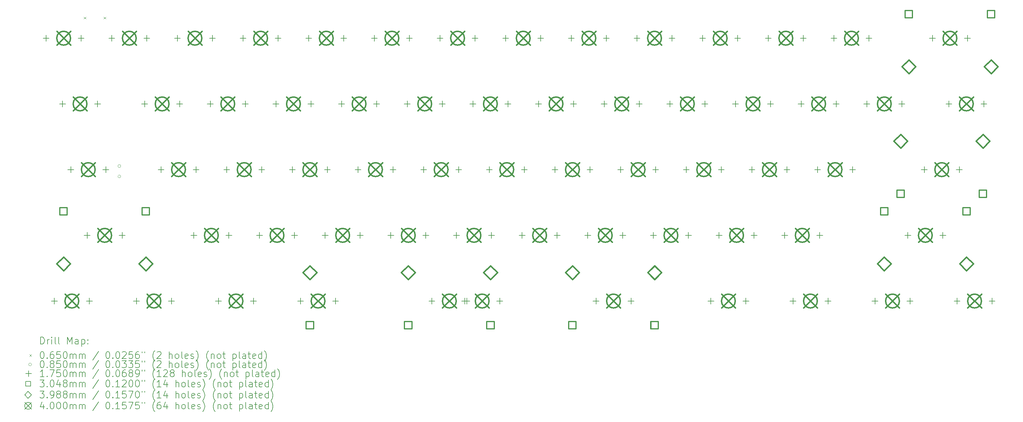
<source format=gbr>
%TF.GenerationSoftware,KiCad,Pcbnew,7.0.5*%
%TF.CreationDate,2023-07-04T00:19:56+09:00*%
%TF.ProjectId,Hotp4ck60,486f7470-3463-46b3-9630-2e6b69636164,rev?*%
%TF.SameCoordinates,Original*%
%TF.FileFunction,Drillmap*%
%TF.FilePolarity,Positive*%
%FSLAX45Y45*%
G04 Gerber Fmt 4.5, Leading zero omitted, Abs format (unit mm)*
G04 Created by KiCad (PCBNEW 7.0.5) date 2023-07-04 00:19:56*
%MOMM*%
%LPD*%
G01*
G04 APERTURE LIST*
%ADD10C,0.200000*%
%ADD11C,0.065000*%
%ADD12C,0.085000*%
%ADD13C,0.175000*%
%ADD14C,0.304800*%
%ADD15C,0.398780*%
%ADD16C,0.400000*%
G04 APERTURE END LIST*
D10*
D11*
X8679500Y-9063500D02*
X8744500Y-9128500D01*
X8744500Y-9063500D02*
X8679500Y-9128500D01*
X9257500Y-9063500D02*
X9322500Y-9128500D01*
X9322500Y-9063500D02*
X9257500Y-9128500D01*
D12*
X9754500Y-13391000D02*
G75*
G03*
X9754500Y-13391000I-42500J0D01*
G01*
X9754500Y-13691000D02*
G75*
G03*
X9754500Y-13691000I-42500J0D01*
G01*
D13*
X7588250Y-9596250D02*
X7588250Y-9771250D01*
X7500750Y-9683750D02*
X7675750Y-9683750D01*
X7826375Y-17216250D02*
X7826375Y-17391250D01*
X7738875Y-17303750D02*
X7913875Y-17303750D01*
X8064500Y-11501250D02*
X8064500Y-11676250D01*
X7977000Y-11588750D02*
X8152000Y-11588750D01*
X8302625Y-13406250D02*
X8302625Y-13581250D01*
X8215125Y-13493750D02*
X8390125Y-13493750D01*
X8604250Y-9596250D02*
X8604250Y-9771250D01*
X8516750Y-9683750D02*
X8691750Y-9683750D01*
X8778875Y-15311250D02*
X8778875Y-15486250D01*
X8691375Y-15398750D02*
X8866375Y-15398750D01*
X8842375Y-17216250D02*
X8842375Y-17391250D01*
X8754875Y-17303750D02*
X8929875Y-17303750D01*
X9080500Y-11501250D02*
X9080500Y-11676250D01*
X8993000Y-11588750D02*
X9168000Y-11588750D01*
X9318625Y-13406250D02*
X9318625Y-13581250D01*
X9231125Y-13493750D02*
X9406125Y-13493750D01*
X9493250Y-9596250D02*
X9493250Y-9771250D01*
X9405750Y-9683750D02*
X9580750Y-9683750D01*
X9794875Y-15311250D02*
X9794875Y-15486250D01*
X9707375Y-15398750D02*
X9882375Y-15398750D01*
X10207625Y-17216250D02*
X10207625Y-17391250D01*
X10120125Y-17303750D02*
X10295125Y-17303750D01*
X10445750Y-11501250D02*
X10445750Y-11676250D01*
X10358250Y-11588750D02*
X10533250Y-11588750D01*
X10509250Y-9596250D02*
X10509250Y-9771250D01*
X10421750Y-9683750D02*
X10596750Y-9683750D01*
X10922000Y-13406250D02*
X10922000Y-13581250D01*
X10834500Y-13493750D02*
X11009500Y-13493750D01*
X11223625Y-17216250D02*
X11223625Y-17391250D01*
X11136125Y-17303750D02*
X11311125Y-17303750D01*
X11398250Y-9596250D02*
X11398250Y-9771250D01*
X11310750Y-9683750D02*
X11485750Y-9683750D01*
X11461750Y-11501250D02*
X11461750Y-11676250D01*
X11374250Y-11588750D02*
X11549250Y-11588750D01*
X11874500Y-15311250D02*
X11874500Y-15486250D01*
X11787000Y-15398750D02*
X11962000Y-15398750D01*
X11938000Y-13406250D02*
X11938000Y-13581250D01*
X11850500Y-13493750D02*
X12025500Y-13493750D01*
X12350750Y-11501250D02*
X12350750Y-11676250D01*
X12263250Y-11588750D02*
X12438250Y-11588750D01*
X12414250Y-9596250D02*
X12414250Y-9771250D01*
X12326750Y-9683750D02*
X12501750Y-9683750D01*
X12588875Y-17216250D02*
X12588875Y-17391250D01*
X12501375Y-17303750D02*
X12676375Y-17303750D01*
X12827000Y-13406250D02*
X12827000Y-13581250D01*
X12739500Y-13493750D02*
X12914500Y-13493750D01*
X12890500Y-15311250D02*
X12890500Y-15486250D01*
X12803000Y-15398750D02*
X12978000Y-15398750D01*
X13303250Y-9596250D02*
X13303250Y-9771250D01*
X13215750Y-9683750D02*
X13390750Y-9683750D01*
X13366750Y-11501250D02*
X13366750Y-11676250D01*
X13279250Y-11588750D02*
X13454250Y-11588750D01*
X13604875Y-17216250D02*
X13604875Y-17391250D01*
X13517375Y-17303750D02*
X13692375Y-17303750D01*
X13779500Y-15311250D02*
X13779500Y-15486250D01*
X13692000Y-15398750D02*
X13867000Y-15398750D01*
X13843000Y-13406250D02*
X13843000Y-13581250D01*
X13755500Y-13493750D02*
X13930500Y-13493750D01*
X14255750Y-11501250D02*
X14255750Y-11676250D01*
X14168250Y-11588750D02*
X14343250Y-11588750D01*
X14319250Y-9596250D02*
X14319250Y-9771250D01*
X14231750Y-9683750D02*
X14406750Y-9683750D01*
X14732000Y-13406250D02*
X14732000Y-13581250D01*
X14644500Y-13493750D02*
X14819500Y-13493750D01*
X14795500Y-15311250D02*
X14795500Y-15486250D01*
X14708000Y-15398750D02*
X14883000Y-15398750D01*
X14970125Y-17216250D02*
X14970125Y-17391250D01*
X14882625Y-17303750D02*
X15057625Y-17303750D01*
X15208250Y-9596250D02*
X15208250Y-9771250D01*
X15120750Y-9683750D02*
X15295750Y-9683750D01*
X15271750Y-11501250D02*
X15271750Y-11676250D01*
X15184250Y-11588750D02*
X15359250Y-11588750D01*
X15684500Y-15311250D02*
X15684500Y-15486250D01*
X15597000Y-15398750D02*
X15772000Y-15398750D01*
X15748000Y-13406250D02*
X15748000Y-13581250D01*
X15660500Y-13493750D02*
X15835500Y-13493750D01*
X15986125Y-17216250D02*
X15986125Y-17391250D01*
X15898625Y-17303750D02*
X16073625Y-17303750D01*
X16160750Y-11501250D02*
X16160750Y-11676250D01*
X16073250Y-11588750D02*
X16248250Y-11588750D01*
X16224250Y-9596250D02*
X16224250Y-9771250D01*
X16136750Y-9683750D02*
X16311750Y-9683750D01*
X16637000Y-13406250D02*
X16637000Y-13581250D01*
X16549500Y-13493750D02*
X16724500Y-13493750D01*
X16700500Y-15311250D02*
X16700500Y-15486250D01*
X16613000Y-15398750D02*
X16788000Y-15398750D01*
X17113250Y-9596250D02*
X17113250Y-9771250D01*
X17025750Y-9683750D02*
X17200750Y-9683750D01*
X17176750Y-11501250D02*
X17176750Y-11676250D01*
X17089250Y-11588750D02*
X17264250Y-11588750D01*
X17589500Y-15311250D02*
X17589500Y-15486250D01*
X17502000Y-15398750D02*
X17677000Y-15398750D01*
X17653000Y-13406250D02*
X17653000Y-13581250D01*
X17565500Y-13493750D02*
X17740500Y-13493750D01*
X18065750Y-11501250D02*
X18065750Y-11676250D01*
X17978250Y-11588750D02*
X18153250Y-11588750D01*
X18129250Y-9596250D02*
X18129250Y-9771250D01*
X18041750Y-9683750D02*
X18216750Y-9683750D01*
X18542000Y-13406250D02*
X18542000Y-13581250D01*
X18454500Y-13493750D02*
X18629500Y-13493750D01*
X18605500Y-15311250D02*
X18605500Y-15486250D01*
X18518000Y-15398750D02*
X18693000Y-15398750D01*
X18780125Y-17216250D02*
X18780125Y-17391250D01*
X18692625Y-17303750D02*
X18867625Y-17303750D01*
X19018250Y-9596250D02*
X19018250Y-9771250D01*
X18930750Y-9683750D02*
X19105750Y-9683750D01*
X19081750Y-11501250D02*
X19081750Y-11676250D01*
X18994250Y-11588750D02*
X19169250Y-11588750D01*
X19494500Y-15311250D02*
X19494500Y-15486250D01*
X19407000Y-15398750D02*
X19582000Y-15398750D01*
X19558000Y-13406250D02*
X19558000Y-13581250D01*
X19470500Y-13493750D02*
X19645500Y-13493750D01*
X19732625Y-17216250D02*
X19732625Y-17391250D01*
X19645125Y-17303750D02*
X19820125Y-17303750D01*
X19796125Y-17216250D02*
X19796125Y-17391250D01*
X19708625Y-17303750D02*
X19883625Y-17303750D01*
X19970750Y-11501250D02*
X19970750Y-11676250D01*
X19883250Y-11588750D02*
X20058250Y-11588750D01*
X20034250Y-9596250D02*
X20034250Y-9771250D01*
X19946750Y-9683750D02*
X20121750Y-9683750D01*
X20447000Y-13406250D02*
X20447000Y-13581250D01*
X20359500Y-13493750D02*
X20534500Y-13493750D01*
X20510500Y-15311250D02*
X20510500Y-15486250D01*
X20423000Y-15398750D02*
X20598000Y-15398750D01*
X20748625Y-17216250D02*
X20748625Y-17391250D01*
X20661125Y-17303750D02*
X20836125Y-17303750D01*
X20923250Y-9596250D02*
X20923250Y-9771250D01*
X20835750Y-9683750D02*
X21010750Y-9683750D01*
X20986750Y-11501250D02*
X20986750Y-11676250D01*
X20899250Y-11588750D02*
X21074250Y-11588750D01*
X21399500Y-15311250D02*
X21399500Y-15486250D01*
X21312000Y-15398750D02*
X21487000Y-15398750D01*
X21463000Y-13406250D02*
X21463000Y-13581250D01*
X21375500Y-13493750D02*
X21550500Y-13493750D01*
X21875750Y-11501250D02*
X21875750Y-11676250D01*
X21788250Y-11588750D02*
X21963250Y-11588750D01*
X21939250Y-9596250D02*
X21939250Y-9771250D01*
X21851750Y-9683750D02*
X22026750Y-9683750D01*
X22352000Y-13406250D02*
X22352000Y-13581250D01*
X22264500Y-13493750D02*
X22439500Y-13493750D01*
X22415500Y-15311250D02*
X22415500Y-15486250D01*
X22328000Y-15398750D02*
X22503000Y-15398750D01*
X22828250Y-9596250D02*
X22828250Y-9771250D01*
X22740750Y-9683750D02*
X22915750Y-9683750D01*
X22891750Y-11501250D02*
X22891750Y-11676250D01*
X22804250Y-11588750D02*
X22979250Y-11588750D01*
X23304500Y-15311250D02*
X23304500Y-15486250D01*
X23217000Y-15398750D02*
X23392000Y-15398750D01*
X23368000Y-13406250D02*
X23368000Y-13581250D01*
X23280500Y-13493750D02*
X23455500Y-13493750D01*
X23542625Y-17216250D02*
X23542625Y-17391250D01*
X23455125Y-17303750D02*
X23630125Y-17303750D01*
X23780750Y-11501250D02*
X23780750Y-11676250D01*
X23693250Y-11588750D02*
X23868250Y-11588750D01*
X23844250Y-9596250D02*
X23844250Y-9771250D01*
X23756750Y-9683750D02*
X23931750Y-9683750D01*
X24257000Y-13406250D02*
X24257000Y-13581250D01*
X24169500Y-13493750D02*
X24344500Y-13493750D01*
X24320500Y-15311250D02*
X24320500Y-15486250D01*
X24233000Y-15398750D02*
X24408000Y-15398750D01*
X24558625Y-17216250D02*
X24558625Y-17391250D01*
X24471125Y-17303750D02*
X24646125Y-17303750D01*
X24733250Y-9596250D02*
X24733250Y-9771250D01*
X24645750Y-9683750D02*
X24820750Y-9683750D01*
X24796750Y-11501250D02*
X24796750Y-11676250D01*
X24709250Y-11588750D02*
X24884250Y-11588750D01*
X25209500Y-15311250D02*
X25209500Y-15486250D01*
X25122000Y-15398750D02*
X25297000Y-15398750D01*
X25273000Y-13406250D02*
X25273000Y-13581250D01*
X25185500Y-13493750D02*
X25360500Y-13493750D01*
X25685750Y-11501250D02*
X25685750Y-11676250D01*
X25598250Y-11588750D02*
X25773250Y-11588750D01*
X25749250Y-9596250D02*
X25749250Y-9771250D01*
X25661750Y-9683750D02*
X25836750Y-9683750D01*
X26162000Y-13406250D02*
X26162000Y-13581250D01*
X26074500Y-13493750D02*
X26249500Y-13493750D01*
X26225500Y-15311250D02*
X26225500Y-15486250D01*
X26138000Y-15398750D02*
X26313000Y-15398750D01*
X26638250Y-9596250D02*
X26638250Y-9771250D01*
X26550750Y-9683750D02*
X26725750Y-9683750D01*
X26701750Y-11501250D02*
X26701750Y-11676250D01*
X26614250Y-11588750D02*
X26789250Y-11588750D01*
X26876375Y-17216250D02*
X26876375Y-17391250D01*
X26788875Y-17303750D02*
X26963875Y-17303750D01*
X27114500Y-15311250D02*
X27114500Y-15486250D01*
X27027000Y-15398750D02*
X27202000Y-15398750D01*
X27178000Y-13406250D02*
X27178000Y-13581250D01*
X27090500Y-13493750D02*
X27265500Y-13493750D01*
X27590750Y-11501250D02*
X27590750Y-11676250D01*
X27503250Y-11588750D02*
X27678250Y-11588750D01*
X27654250Y-9596250D02*
X27654250Y-9771250D01*
X27566750Y-9683750D02*
X27741750Y-9683750D01*
X27892375Y-17216250D02*
X27892375Y-17391250D01*
X27804875Y-17303750D02*
X27979875Y-17303750D01*
X28067000Y-13406250D02*
X28067000Y-13581250D01*
X27979500Y-13493750D02*
X28154500Y-13493750D01*
X28130500Y-15311250D02*
X28130500Y-15486250D01*
X28043000Y-15398750D02*
X28218000Y-15398750D01*
X28543250Y-9596250D02*
X28543250Y-9771250D01*
X28455750Y-9683750D02*
X28630750Y-9683750D01*
X28606750Y-11501250D02*
X28606750Y-11676250D01*
X28519250Y-11588750D02*
X28694250Y-11588750D01*
X29019500Y-15311250D02*
X29019500Y-15486250D01*
X28932000Y-15398750D02*
X29107000Y-15398750D01*
X29083000Y-13406250D02*
X29083000Y-13581250D01*
X28995500Y-13493750D02*
X29170500Y-13493750D01*
X29257625Y-17216250D02*
X29257625Y-17391250D01*
X29170125Y-17303750D02*
X29345125Y-17303750D01*
X29495750Y-11501250D02*
X29495750Y-11676250D01*
X29408250Y-11588750D02*
X29583250Y-11588750D01*
X29559250Y-9596250D02*
X29559250Y-9771250D01*
X29471750Y-9683750D02*
X29646750Y-9683750D01*
X29972000Y-13406250D02*
X29972000Y-13581250D01*
X29884500Y-13493750D02*
X30059500Y-13493750D01*
X30035500Y-15311250D02*
X30035500Y-15486250D01*
X29948000Y-15398750D02*
X30123000Y-15398750D01*
X30273625Y-17216250D02*
X30273625Y-17391250D01*
X30186125Y-17303750D02*
X30361125Y-17303750D01*
X30448250Y-9596250D02*
X30448250Y-9771250D01*
X30360750Y-9683750D02*
X30535750Y-9683750D01*
X30511750Y-11501250D02*
X30511750Y-11676250D01*
X30424250Y-11588750D02*
X30599250Y-11588750D01*
X30988000Y-13406250D02*
X30988000Y-13581250D01*
X30900500Y-13493750D02*
X31075500Y-13493750D01*
X31400750Y-11501250D02*
X31400750Y-11676250D01*
X31313250Y-11588750D02*
X31488250Y-11588750D01*
X31464250Y-9596250D02*
X31464250Y-9771250D01*
X31376750Y-9683750D02*
X31551750Y-9683750D01*
X31638875Y-17216250D02*
X31638875Y-17391250D01*
X31551375Y-17303750D02*
X31726375Y-17303750D01*
X32416750Y-11501250D02*
X32416750Y-11676250D01*
X32329250Y-11588750D02*
X32504250Y-11588750D01*
X32591375Y-15311250D02*
X32591375Y-15486250D01*
X32503875Y-15398750D02*
X32678875Y-15398750D01*
X32654875Y-17216250D02*
X32654875Y-17391250D01*
X32567375Y-17303750D02*
X32742375Y-17303750D01*
X33067625Y-13406250D02*
X33067625Y-13581250D01*
X32980125Y-13493750D02*
X33155125Y-13493750D01*
X33305750Y-9596250D02*
X33305750Y-9771250D01*
X33218250Y-9683750D02*
X33393250Y-9683750D01*
X33607375Y-15311250D02*
X33607375Y-15486250D01*
X33519875Y-15398750D02*
X33694875Y-15398750D01*
X33782000Y-11501250D02*
X33782000Y-11676250D01*
X33694500Y-11588750D02*
X33869500Y-11588750D01*
X34020125Y-17216250D02*
X34020125Y-17391250D01*
X33932625Y-17303750D02*
X34107625Y-17303750D01*
X34083625Y-13406250D02*
X34083625Y-13581250D01*
X33996125Y-13493750D02*
X34171125Y-13493750D01*
X34321750Y-9596250D02*
X34321750Y-9771250D01*
X34234250Y-9683750D02*
X34409250Y-9683750D01*
X34798000Y-11501250D02*
X34798000Y-11676250D01*
X34710500Y-11588750D02*
X34885500Y-11588750D01*
X35036125Y-17216250D02*
X35036125Y-17391250D01*
X34948625Y-17303750D02*
X35123625Y-17303750D01*
D14*
X8200839Y-14808014D02*
X8200839Y-14592486D01*
X7985311Y-14592486D01*
X7985311Y-14808014D01*
X8200839Y-14808014D01*
X10588439Y-14808014D02*
X10588439Y-14592486D01*
X10372911Y-14592486D01*
X10372911Y-14808014D01*
X10588439Y-14808014D01*
X15348389Y-18110014D02*
X15348389Y-17894486D01*
X15132861Y-17894486D01*
X15132861Y-18110014D01*
X15348389Y-18110014D01*
X18202089Y-18110014D02*
X18202089Y-17894486D01*
X17986561Y-17894486D01*
X17986561Y-18110014D01*
X18202089Y-18110014D01*
X20589689Y-18110014D02*
X20589689Y-17894486D01*
X20374161Y-17894486D01*
X20374161Y-18110014D01*
X20589689Y-18110014D01*
X22964589Y-18110014D02*
X22964589Y-17894486D01*
X22749061Y-17894486D01*
X22749061Y-18110014D01*
X22964589Y-18110014D01*
X25348389Y-18110014D02*
X25348389Y-17894486D01*
X25132861Y-17894486D01*
X25132861Y-18110014D01*
X25348389Y-18110014D01*
X25352189Y-18110014D02*
X25352189Y-17894486D01*
X25136661Y-17894486D01*
X25136661Y-18110014D01*
X25352189Y-18110014D01*
X32013339Y-14808014D02*
X32013339Y-14592486D01*
X31797811Y-14592486D01*
X31797811Y-14808014D01*
X32013339Y-14808014D01*
X32489589Y-14300014D02*
X32489589Y-14084486D01*
X32274061Y-14084486D01*
X32274061Y-14300014D01*
X32489589Y-14300014D01*
X32727714Y-9093014D02*
X32727714Y-8877486D01*
X32512186Y-8877486D01*
X32512186Y-9093014D01*
X32727714Y-9093014D01*
X34400939Y-14808014D02*
X34400939Y-14592486D01*
X34185411Y-14592486D01*
X34185411Y-14808014D01*
X34400939Y-14808014D01*
X34877189Y-14300014D02*
X34877189Y-14084486D01*
X34661661Y-14084486D01*
X34661661Y-14300014D01*
X34877189Y-14300014D01*
X35115314Y-9093014D02*
X35115314Y-8877486D01*
X34899786Y-8877486D01*
X34899786Y-9093014D01*
X35115314Y-9093014D01*
D15*
X8093075Y-16423640D02*
X8292465Y-16224250D01*
X8093075Y-16024860D01*
X7893685Y-16224250D01*
X8093075Y-16423640D01*
X10480675Y-16423640D02*
X10680065Y-16224250D01*
X10480675Y-16024860D01*
X10281285Y-16224250D01*
X10480675Y-16423640D01*
X15240625Y-16677640D02*
X15440015Y-16478250D01*
X15240625Y-16278860D01*
X15041235Y-16478250D01*
X15240625Y-16677640D01*
X18094325Y-16677640D02*
X18293715Y-16478250D01*
X18094325Y-16278860D01*
X17894935Y-16478250D01*
X18094325Y-16677640D01*
X20481925Y-16677640D02*
X20681315Y-16478250D01*
X20481925Y-16278860D01*
X20282535Y-16478250D01*
X20481925Y-16677640D01*
X22856825Y-16677640D02*
X23056215Y-16478250D01*
X22856825Y-16278860D01*
X22657435Y-16478250D01*
X22856825Y-16677640D01*
X25240625Y-16677640D02*
X25440015Y-16478250D01*
X25240625Y-16278860D01*
X25041235Y-16478250D01*
X25240625Y-16677640D01*
X25244425Y-16677640D02*
X25443815Y-16478250D01*
X25244425Y-16278860D01*
X25045035Y-16478250D01*
X25244425Y-16677640D01*
X31905575Y-16423640D02*
X32104965Y-16224250D01*
X31905575Y-16024860D01*
X31706185Y-16224250D01*
X31905575Y-16423640D01*
X32381825Y-12867640D02*
X32581215Y-12668250D01*
X32381825Y-12468860D01*
X32182435Y-12668250D01*
X32381825Y-12867640D01*
X32619950Y-10708640D02*
X32819340Y-10509250D01*
X32619950Y-10309860D01*
X32420560Y-10509250D01*
X32619950Y-10708640D01*
X34293175Y-16423640D02*
X34492565Y-16224250D01*
X34293175Y-16024860D01*
X34093785Y-16224250D01*
X34293175Y-16423640D01*
X34769425Y-12867640D02*
X34968815Y-12668250D01*
X34769425Y-12468860D01*
X34570035Y-12668250D01*
X34769425Y-12867640D01*
X35007550Y-10708640D02*
X35206940Y-10509250D01*
X35007550Y-10309860D01*
X34808160Y-10509250D01*
X35007550Y-10708640D01*
D16*
X7896250Y-9483750D02*
X8296250Y-9883750D01*
X8296250Y-9483750D02*
X7896250Y-9883750D01*
X8296250Y-9683750D02*
G75*
G03*
X8296250Y-9683750I-200000J0D01*
G01*
X8134375Y-17103750D02*
X8534375Y-17503750D01*
X8534375Y-17103750D02*
X8134375Y-17503750D01*
X8534375Y-17303750D02*
G75*
G03*
X8534375Y-17303750I-200000J0D01*
G01*
X8372500Y-11388750D02*
X8772500Y-11788750D01*
X8772500Y-11388750D02*
X8372500Y-11788750D01*
X8772500Y-11588750D02*
G75*
G03*
X8772500Y-11588750I-200000J0D01*
G01*
X8610625Y-13293750D02*
X9010625Y-13693750D01*
X9010625Y-13293750D02*
X8610625Y-13693750D01*
X9010625Y-13493750D02*
G75*
G03*
X9010625Y-13493750I-200000J0D01*
G01*
X9086875Y-15198750D02*
X9486875Y-15598750D01*
X9486875Y-15198750D02*
X9086875Y-15598750D01*
X9486875Y-15398750D02*
G75*
G03*
X9486875Y-15398750I-200000J0D01*
G01*
X9801250Y-9483750D02*
X10201250Y-9883750D01*
X10201250Y-9483750D02*
X9801250Y-9883750D01*
X10201250Y-9683750D02*
G75*
G03*
X10201250Y-9683750I-200000J0D01*
G01*
X10515625Y-17103750D02*
X10915625Y-17503750D01*
X10915625Y-17103750D02*
X10515625Y-17503750D01*
X10915625Y-17303750D02*
G75*
G03*
X10915625Y-17303750I-200000J0D01*
G01*
X10753750Y-11388750D02*
X11153750Y-11788750D01*
X11153750Y-11388750D02*
X10753750Y-11788750D01*
X11153750Y-11588750D02*
G75*
G03*
X11153750Y-11588750I-200000J0D01*
G01*
X11230000Y-13293750D02*
X11630000Y-13693750D01*
X11630000Y-13293750D02*
X11230000Y-13693750D01*
X11630000Y-13493750D02*
G75*
G03*
X11630000Y-13493750I-200000J0D01*
G01*
X11706250Y-9483750D02*
X12106250Y-9883750D01*
X12106250Y-9483750D02*
X11706250Y-9883750D01*
X12106250Y-9683750D02*
G75*
G03*
X12106250Y-9683750I-200000J0D01*
G01*
X12182500Y-15198750D02*
X12582500Y-15598750D01*
X12582500Y-15198750D02*
X12182500Y-15598750D01*
X12582500Y-15398750D02*
G75*
G03*
X12582500Y-15398750I-200000J0D01*
G01*
X12658750Y-11388750D02*
X13058750Y-11788750D01*
X13058750Y-11388750D02*
X12658750Y-11788750D01*
X13058750Y-11588750D02*
G75*
G03*
X13058750Y-11588750I-200000J0D01*
G01*
X12896875Y-17103750D02*
X13296875Y-17503750D01*
X13296875Y-17103750D02*
X12896875Y-17503750D01*
X13296875Y-17303750D02*
G75*
G03*
X13296875Y-17303750I-200000J0D01*
G01*
X13135000Y-13293750D02*
X13535000Y-13693750D01*
X13535000Y-13293750D02*
X13135000Y-13693750D01*
X13535000Y-13493750D02*
G75*
G03*
X13535000Y-13493750I-200000J0D01*
G01*
X13611250Y-9483750D02*
X14011250Y-9883750D01*
X14011250Y-9483750D02*
X13611250Y-9883750D01*
X14011250Y-9683750D02*
G75*
G03*
X14011250Y-9683750I-200000J0D01*
G01*
X14087500Y-15198750D02*
X14487500Y-15598750D01*
X14487500Y-15198750D02*
X14087500Y-15598750D01*
X14487500Y-15398750D02*
G75*
G03*
X14487500Y-15398750I-200000J0D01*
G01*
X14563750Y-11388750D02*
X14963750Y-11788750D01*
X14963750Y-11388750D02*
X14563750Y-11788750D01*
X14963750Y-11588750D02*
G75*
G03*
X14963750Y-11588750I-200000J0D01*
G01*
X15040000Y-13293750D02*
X15440000Y-13693750D01*
X15440000Y-13293750D02*
X15040000Y-13693750D01*
X15440000Y-13493750D02*
G75*
G03*
X15440000Y-13493750I-200000J0D01*
G01*
X15278125Y-17103750D02*
X15678125Y-17503750D01*
X15678125Y-17103750D02*
X15278125Y-17503750D01*
X15678125Y-17303750D02*
G75*
G03*
X15678125Y-17303750I-200000J0D01*
G01*
X15516250Y-9483750D02*
X15916250Y-9883750D01*
X15916250Y-9483750D02*
X15516250Y-9883750D01*
X15916250Y-9683750D02*
G75*
G03*
X15916250Y-9683750I-200000J0D01*
G01*
X15992500Y-15198750D02*
X16392500Y-15598750D01*
X16392500Y-15198750D02*
X15992500Y-15598750D01*
X16392500Y-15398750D02*
G75*
G03*
X16392500Y-15398750I-200000J0D01*
G01*
X16468750Y-11388750D02*
X16868750Y-11788750D01*
X16868750Y-11388750D02*
X16468750Y-11788750D01*
X16868750Y-11588750D02*
G75*
G03*
X16868750Y-11588750I-200000J0D01*
G01*
X16945000Y-13293750D02*
X17345000Y-13693750D01*
X17345000Y-13293750D02*
X16945000Y-13693750D01*
X17345000Y-13493750D02*
G75*
G03*
X17345000Y-13493750I-200000J0D01*
G01*
X17421250Y-9483750D02*
X17821250Y-9883750D01*
X17821250Y-9483750D02*
X17421250Y-9883750D01*
X17821250Y-9683750D02*
G75*
G03*
X17821250Y-9683750I-200000J0D01*
G01*
X17897500Y-15198750D02*
X18297500Y-15598750D01*
X18297500Y-15198750D02*
X17897500Y-15598750D01*
X18297500Y-15398750D02*
G75*
G03*
X18297500Y-15398750I-200000J0D01*
G01*
X18373750Y-11388750D02*
X18773750Y-11788750D01*
X18773750Y-11388750D02*
X18373750Y-11788750D01*
X18773750Y-11588750D02*
G75*
G03*
X18773750Y-11588750I-200000J0D01*
G01*
X18850000Y-13293750D02*
X19250000Y-13693750D01*
X19250000Y-13293750D02*
X18850000Y-13693750D01*
X19250000Y-13493750D02*
G75*
G03*
X19250000Y-13493750I-200000J0D01*
G01*
X19088125Y-17103750D02*
X19488125Y-17503750D01*
X19488125Y-17103750D02*
X19088125Y-17503750D01*
X19488125Y-17303750D02*
G75*
G03*
X19488125Y-17303750I-200000J0D01*
G01*
X19326250Y-9483750D02*
X19726250Y-9883750D01*
X19726250Y-9483750D02*
X19326250Y-9883750D01*
X19726250Y-9683750D02*
G75*
G03*
X19726250Y-9683750I-200000J0D01*
G01*
X19802500Y-15198750D02*
X20202500Y-15598750D01*
X20202500Y-15198750D02*
X19802500Y-15598750D01*
X20202500Y-15398750D02*
G75*
G03*
X20202500Y-15398750I-200000J0D01*
G01*
X20040625Y-17103750D02*
X20440625Y-17503750D01*
X20440625Y-17103750D02*
X20040625Y-17503750D01*
X20440625Y-17303750D02*
G75*
G03*
X20440625Y-17303750I-200000J0D01*
G01*
X20278750Y-11388750D02*
X20678750Y-11788750D01*
X20678750Y-11388750D02*
X20278750Y-11788750D01*
X20678750Y-11588750D02*
G75*
G03*
X20678750Y-11588750I-200000J0D01*
G01*
X20755000Y-13293750D02*
X21155000Y-13693750D01*
X21155000Y-13293750D02*
X20755000Y-13693750D01*
X21155000Y-13493750D02*
G75*
G03*
X21155000Y-13493750I-200000J0D01*
G01*
X21231250Y-9483750D02*
X21631250Y-9883750D01*
X21631250Y-9483750D02*
X21231250Y-9883750D01*
X21631250Y-9683750D02*
G75*
G03*
X21631250Y-9683750I-200000J0D01*
G01*
X21707500Y-15198750D02*
X22107500Y-15598750D01*
X22107500Y-15198750D02*
X21707500Y-15598750D01*
X22107500Y-15398750D02*
G75*
G03*
X22107500Y-15398750I-200000J0D01*
G01*
X22183750Y-11388750D02*
X22583750Y-11788750D01*
X22583750Y-11388750D02*
X22183750Y-11788750D01*
X22583750Y-11588750D02*
G75*
G03*
X22583750Y-11588750I-200000J0D01*
G01*
X22660000Y-13293750D02*
X23060000Y-13693750D01*
X23060000Y-13293750D02*
X22660000Y-13693750D01*
X23060000Y-13493750D02*
G75*
G03*
X23060000Y-13493750I-200000J0D01*
G01*
X23136250Y-9483750D02*
X23536250Y-9883750D01*
X23536250Y-9483750D02*
X23136250Y-9883750D01*
X23536250Y-9683750D02*
G75*
G03*
X23536250Y-9683750I-200000J0D01*
G01*
X23612500Y-15198750D02*
X24012500Y-15598750D01*
X24012500Y-15198750D02*
X23612500Y-15598750D01*
X24012500Y-15398750D02*
G75*
G03*
X24012500Y-15398750I-200000J0D01*
G01*
X23850625Y-17103750D02*
X24250625Y-17503750D01*
X24250625Y-17103750D02*
X23850625Y-17503750D01*
X24250625Y-17303750D02*
G75*
G03*
X24250625Y-17303750I-200000J0D01*
G01*
X24088750Y-11388750D02*
X24488750Y-11788750D01*
X24488750Y-11388750D02*
X24088750Y-11788750D01*
X24488750Y-11588750D02*
G75*
G03*
X24488750Y-11588750I-200000J0D01*
G01*
X24565000Y-13293750D02*
X24965000Y-13693750D01*
X24965000Y-13293750D02*
X24565000Y-13693750D01*
X24965000Y-13493750D02*
G75*
G03*
X24965000Y-13493750I-200000J0D01*
G01*
X25041250Y-9483750D02*
X25441250Y-9883750D01*
X25441250Y-9483750D02*
X25041250Y-9883750D01*
X25441250Y-9683750D02*
G75*
G03*
X25441250Y-9683750I-200000J0D01*
G01*
X25517500Y-15198750D02*
X25917500Y-15598750D01*
X25917500Y-15198750D02*
X25517500Y-15598750D01*
X25917500Y-15398750D02*
G75*
G03*
X25917500Y-15398750I-200000J0D01*
G01*
X25993750Y-11388750D02*
X26393750Y-11788750D01*
X26393750Y-11388750D02*
X25993750Y-11788750D01*
X26393750Y-11588750D02*
G75*
G03*
X26393750Y-11588750I-200000J0D01*
G01*
X26470000Y-13293750D02*
X26870000Y-13693750D01*
X26870000Y-13293750D02*
X26470000Y-13693750D01*
X26870000Y-13493750D02*
G75*
G03*
X26870000Y-13493750I-200000J0D01*
G01*
X26946250Y-9483750D02*
X27346250Y-9883750D01*
X27346250Y-9483750D02*
X26946250Y-9883750D01*
X27346250Y-9683750D02*
G75*
G03*
X27346250Y-9683750I-200000J0D01*
G01*
X27184375Y-17103750D02*
X27584375Y-17503750D01*
X27584375Y-17103750D02*
X27184375Y-17503750D01*
X27584375Y-17303750D02*
G75*
G03*
X27584375Y-17303750I-200000J0D01*
G01*
X27422500Y-15198750D02*
X27822500Y-15598750D01*
X27822500Y-15198750D02*
X27422500Y-15598750D01*
X27822500Y-15398750D02*
G75*
G03*
X27822500Y-15398750I-200000J0D01*
G01*
X27898750Y-11388750D02*
X28298750Y-11788750D01*
X28298750Y-11388750D02*
X27898750Y-11788750D01*
X28298750Y-11588750D02*
G75*
G03*
X28298750Y-11588750I-200000J0D01*
G01*
X28375000Y-13293750D02*
X28775000Y-13693750D01*
X28775000Y-13293750D02*
X28375000Y-13693750D01*
X28775000Y-13493750D02*
G75*
G03*
X28775000Y-13493750I-200000J0D01*
G01*
X28851250Y-9483750D02*
X29251250Y-9883750D01*
X29251250Y-9483750D02*
X28851250Y-9883750D01*
X29251250Y-9683750D02*
G75*
G03*
X29251250Y-9683750I-200000J0D01*
G01*
X29327500Y-15198750D02*
X29727500Y-15598750D01*
X29727500Y-15198750D02*
X29327500Y-15598750D01*
X29727500Y-15398750D02*
G75*
G03*
X29727500Y-15398750I-200000J0D01*
G01*
X29565625Y-17103750D02*
X29965625Y-17503750D01*
X29965625Y-17103750D02*
X29565625Y-17503750D01*
X29965625Y-17303750D02*
G75*
G03*
X29965625Y-17303750I-200000J0D01*
G01*
X29803750Y-11388750D02*
X30203750Y-11788750D01*
X30203750Y-11388750D02*
X29803750Y-11788750D01*
X30203750Y-11588750D02*
G75*
G03*
X30203750Y-11588750I-200000J0D01*
G01*
X30280000Y-13293750D02*
X30680000Y-13693750D01*
X30680000Y-13293750D02*
X30280000Y-13693750D01*
X30680000Y-13493750D02*
G75*
G03*
X30680000Y-13493750I-200000J0D01*
G01*
X30756250Y-9483750D02*
X31156250Y-9883750D01*
X31156250Y-9483750D02*
X30756250Y-9883750D01*
X31156250Y-9683750D02*
G75*
G03*
X31156250Y-9683750I-200000J0D01*
G01*
X31708750Y-11388750D02*
X32108750Y-11788750D01*
X32108750Y-11388750D02*
X31708750Y-11788750D01*
X32108750Y-11588750D02*
G75*
G03*
X32108750Y-11588750I-200000J0D01*
G01*
X31946875Y-17103750D02*
X32346875Y-17503750D01*
X32346875Y-17103750D02*
X31946875Y-17503750D01*
X32346875Y-17303750D02*
G75*
G03*
X32346875Y-17303750I-200000J0D01*
G01*
X32899375Y-15198750D02*
X33299375Y-15598750D01*
X33299375Y-15198750D02*
X32899375Y-15598750D01*
X33299375Y-15398750D02*
G75*
G03*
X33299375Y-15398750I-200000J0D01*
G01*
X33375625Y-13293750D02*
X33775625Y-13693750D01*
X33775625Y-13293750D02*
X33375625Y-13693750D01*
X33775625Y-13493750D02*
G75*
G03*
X33775625Y-13493750I-200000J0D01*
G01*
X33613750Y-9483750D02*
X34013750Y-9883750D01*
X34013750Y-9483750D02*
X33613750Y-9883750D01*
X34013750Y-9683750D02*
G75*
G03*
X34013750Y-9683750I-200000J0D01*
G01*
X34090000Y-11388750D02*
X34490000Y-11788750D01*
X34490000Y-11388750D02*
X34090000Y-11788750D01*
X34490000Y-11588750D02*
G75*
G03*
X34490000Y-11588750I-200000J0D01*
G01*
X34328125Y-17103750D02*
X34728125Y-17503750D01*
X34728125Y-17103750D02*
X34328125Y-17503750D01*
X34728125Y-17303750D02*
G75*
G03*
X34728125Y-17303750I-200000J0D01*
G01*
D10*
X7427027Y-18550234D02*
X7427027Y-18350234D01*
X7427027Y-18350234D02*
X7474646Y-18350234D01*
X7474646Y-18350234D02*
X7503217Y-18359758D01*
X7503217Y-18359758D02*
X7522265Y-18378805D01*
X7522265Y-18378805D02*
X7531789Y-18397853D01*
X7531789Y-18397853D02*
X7541312Y-18435948D01*
X7541312Y-18435948D02*
X7541312Y-18464520D01*
X7541312Y-18464520D02*
X7531789Y-18502615D01*
X7531789Y-18502615D02*
X7522265Y-18521662D01*
X7522265Y-18521662D02*
X7503217Y-18540710D01*
X7503217Y-18540710D02*
X7474646Y-18550234D01*
X7474646Y-18550234D02*
X7427027Y-18550234D01*
X7627027Y-18550234D02*
X7627027Y-18416900D01*
X7627027Y-18454996D02*
X7636551Y-18435948D01*
X7636551Y-18435948D02*
X7646074Y-18426424D01*
X7646074Y-18426424D02*
X7665122Y-18416900D01*
X7665122Y-18416900D02*
X7684170Y-18416900D01*
X7750836Y-18550234D02*
X7750836Y-18416900D01*
X7750836Y-18350234D02*
X7741312Y-18359758D01*
X7741312Y-18359758D02*
X7750836Y-18369281D01*
X7750836Y-18369281D02*
X7760360Y-18359758D01*
X7760360Y-18359758D02*
X7750836Y-18350234D01*
X7750836Y-18350234D02*
X7750836Y-18369281D01*
X7874646Y-18550234D02*
X7855598Y-18540710D01*
X7855598Y-18540710D02*
X7846074Y-18521662D01*
X7846074Y-18521662D02*
X7846074Y-18350234D01*
X7979408Y-18550234D02*
X7960360Y-18540710D01*
X7960360Y-18540710D02*
X7950836Y-18521662D01*
X7950836Y-18521662D02*
X7950836Y-18350234D01*
X8207979Y-18550234D02*
X8207979Y-18350234D01*
X8207979Y-18350234D02*
X8274646Y-18493091D01*
X8274646Y-18493091D02*
X8341312Y-18350234D01*
X8341312Y-18350234D02*
X8341312Y-18550234D01*
X8522265Y-18550234D02*
X8522265Y-18445472D01*
X8522265Y-18445472D02*
X8512741Y-18426424D01*
X8512741Y-18426424D02*
X8493694Y-18416900D01*
X8493694Y-18416900D02*
X8455598Y-18416900D01*
X8455598Y-18416900D02*
X8436551Y-18426424D01*
X8522265Y-18540710D02*
X8503217Y-18550234D01*
X8503217Y-18550234D02*
X8455598Y-18550234D01*
X8455598Y-18550234D02*
X8436551Y-18540710D01*
X8436551Y-18540710D02*
X8427027Y-18521662D01*
X8427027Y-18521662D02*
X8427027Y-18502615D01*
X8427027Y-18502615D02*
X8436551Y-18483567D01*
X8436551Y-18483567D02*
X8455598Y-18474043D01*
X8455598Y-18474043D02*
X8503217Y-18474043D01*
X8503217Y-18474043D02*
X8522265Y-18464520D01*
X8617503Y-18416900D02*
X8617503Y-18616900D01*
X8617503Y-18426424D02*
X8636551Y-18416900D01*
X8636551Y-18416900D02*
X8674646Y-18416900D01*
X8674646Y-18416900D02*
X8693694Y-18426424D01*
X8693694Y-18426424D02*
X8703217Y-18435948D01*
X8703217Y-18435948D02*
X8712741Y-18454996D01*
X8712741Y-18454996D02*
X8712741Y-18512139D01*
X8712741Y-18512139D02*
X8703217Y-18531186D01*
X8703217Y-18531186D02*
X8693694Y-18540710D01*
X8693694Y-18540710D02*
X8674646Y-18550234D01*
X8674646Y-18550234D02*
X8636551Y-18550234D01*
X8636551Y-18550234D02*
X8617503Y-18540710D01*
X8798455Y-18531186D02*
X8807979Y-18540710D01*
X8807979Y-18540710D02*
X8798455Y-18550234D01*
X8798455Y-18550234D02*
X8788932Y-18540710D01*
X8788932Y-18540710D02*
X8798455Y-18531186D01*
X8798455Y-18531186D02*
X8798455Y-18550234D01*
X8798455Y-18426424D02*
X8807979Y-18435948D01*
X8807979Y-18435948D02*
X8798455Y-18445472D01*
X8798455Y-18445472D02*
X8788932Y-18435948D01*
X8788932Y-18435948D02*
X8798455Y-18426424D01*
X8798455Y-18426424D02*
X8798455Y-18445472D01*
D11*
X7101250Y-18846250D02*
X7166250Y-18911250D01*
X7166250Y-18846250D02*
X7101250Y-18911250D01*
D10*
X7465122Y-18770234D02*
X7484170Y-18770234D01*
X7484170Y-18770234D02*
X7503217Y-18779758D01*
X7503217Y-18779758D02*
X7512741Y-18789281D01*
X7512741Y-18789281D02*
X7522265Y-18808329D01*
X7522265Y-18808329D02*
X7531789Y-18846424D01*
X7531789Y-18846424D02*
X7531789Y-18894043D01*
X7531789Y-18894043D02*
X7522265Y-18932139D01*
X7522265Y-18932139D02*
X7512741Y-18951186D01*
X7512741Y-18951186D02*
X7503217Y-18960710D01*
X7503217Y-18960710D02*
X7484170Y-18970234D01*
X7484170Y-18970234D02*
X7465122Y-18970234D01*
X7465122Y-18970234D02*
X7446074Y-18960710D01*
X7446074Y-18960710D02*
X7436551Y-18951186D01*
X7436551Y-18951186D02*
X7427027Y-18932139D01*
X7427027Y-18932139D02*
X7417503Y-18894043D01*
X7417503Y-18894043D02*
X7417503Y-18846424D01*
X7417503Y-18846424D02*
X7427027Y-18808329D01*
X7427027Y-18808329D02*
X7436551Y-18789281D01*
X7436551Y-18789281D02*
X7446074Y-18779758D01*
X7446074Y-18779758D02*
X7465122Y-18770234D01*
X7617503Y-18951186D02*
X7627027Y-18960710D01*
X7627027Y-18960710D02*
X7617503Y-18970234D01*
X7617503Y-18970234D02*
X7607979Y-18960710D01*
X7607979Y-18960710D02*
X7617503Y-18951186D01*
X7617503Y-18951186D02*
X7617503Y-18970234D01*
X7798455Y-18770234D02*
X7760360Y-18770234D01*
X7760360Y-18770234D02*
X7741312Y-18779758D01*
X7741312Y-18779758D02*
X7731789Y-18789281D01*
X7731789Y-18789281D02*
X7712741Y-18817853D01*
X7712741Y-18817853D02*
X7703217Y-18855948D01*
X7703217Y-18855948D02*
X7703217Y-18932139D01*
X7703217Y-18932139D02*
X7712741Y-18951186D01*
X7712741Y-18951186D02*
X7722265Y-18960710D01*
X7722265Y-18960710D02*
X7741312Y-18970234D01*
X7741312Y-18970234D02*
X7779408Y-18970234D01*
X7779408Y-18970234D02*
X7798455Y-18960710D01*
X7798455Y-18960710D02*
X7807979Y-18951186D01*
X7807979Y-18951186D02*
X7817503Y-18932139D01*
X7817503Y-18932139D02*
X7817503Y-18884520D01*
X7817503Y-18884520D02*
X7807979Y-18865472D01*
X7807979Y-18865472D02*
X7798455Y-18855948D01*
X7798455Y-18855948D02*
X7779408Y-18846424D01*
X7779408Y-18846424D02*
X7741312Y-18846424D01*
X7741312Y-18846424D02*
X7722265Y-18855948D01*
X7722265Y-18855948D02*
X7712741Y-18865472D01*
X7712741Y-18865472D02*
X7703217Y-18884520D01*
X7998455Y-18770234D02*
X7903217Y-18770234D01*
X7903217Y-18770234D02*
X7893693Y-18865472D01*
X7893693Y-18865472D02*
X7903217Y-18855948D01*
X7903217Y-18855948D02*
X7922265Y-18846424D01*
X7922265Y-18846424D02*
X7969884Y-18846424D01*
X7969884Y-18846424D02*
X7988932Y-18855948D01*
X7988932Y-18855948D02*
X7998455Y-18865472D01*
X7998455Y-18865472D02*
X8007979Y-18884520D01*
X8007979Y-18884520D02*
X8007979Y-18932139D01*
X8007979Y-18932139D02*
X7998455Y-18951186D01*
X7998455Y-18951186D02*
X7988932Y-18960710D01*
X7988932Y-18960710D02*
X7969884Y-18970234D01*
X7969884Y-18970234D02*
X7922265Y-18970234D01*
X7922265Y-18970234D02*
X7903217Y-18960710D01*
X7903217Y-18960710D02*
X7893693Y-18951186D01*
X8131789Y-18770234D02*
X8150836Y-18770234D01*
X8150836Y-18770234D02*
X8169884Y-18779758D01*
X8169884Y-18779758D02*
X8179408Y-18789281D01*
X8179408Y-18789281D02*
X8188932Y-18808329D01*
X8188932Y-18808329D02*
X8198455Y-18846424D01*
X8198455Y-18846424D02*
X8198455Y-18894043D01*
X8198455Y-18894043D02*
X8188932Y-18932139D01*
X8188932Y-18932139D02*
X8179408Y-18951186D01*
X8179408Y-18951186D02*
X8169884Y-18960710D01*
X8169884Y-18960710D02*
X8150836Y-18970234D01*
X8150836Y-18970234D02*
X8131789Y-18970234D01*
X8131789Y-18970234D02*
X8112741Y-18960710D01*
X8112741Y-18960710D02*
X8103217Y-18951186D01*
X8103217Y-18951186D02*
X8093693Y-18932139D01*
X8093693Y-18932139D02*
X8084170Y-18894043D01*
X8084170Y-18894043D02*
X8084170Y-18846424D01*
X8084170Y-18846424D02*
X8093693Y-18808329D01*
X8093693Y-18808329D02*
X8103217Y-18789281D01*
X8103217Y-18789281D02*
X8112741Y-18779758D01*
X8112741Y-18779758D02*
X8131789Y-18770234D01*
X8284170Y-18970234D02*
X8284170Y-18836900D01*
X8284170Y-18855948D02*
X8293693Y-18846424D01*
X8293693Y-18846424D02*
X8312741Y-18836900D01*
X8312741Y-18836900D02*
X8341313Y-18836900D01*
X8341313Y-18836900D02*
X8360360Y-18846424D01*
X8360360Y-18846424D02*
X8369884Y-18865472D01*
X8369884Y-18865472D02*
X8369884Y-18970234D01*
X8369884Y-18865472D02*
X8379408Y-18846424D01*
X8379408Y-18846424D02*
X8398455Y-18836900D01*
X8398455Y-18836900D02*
X8427027Y-18836900D01*
X8427027Y-18836900D02*
X8446075Y-18846424D01*
X8446075Y-18846424D02*
X8455598Y-18865472D01*
X8455598Y-18865472D02*
X8455598Y-18970234D01*
X8550836Y-18970234D02*
X8550836Y-18836900D01*
X8550836Y-18855948D02*
X8560360Y-18846424D01*
X8560360Y-18846424D02*
X8579408Y-18836900D01*
X8579408Y-18836900D02*
X8607979Y-18836900D01*
X8607979Y-18836900D02*
X8627027Y-18846424D01*
X8627027Y-18846424D02*
X8636551Y-18865472D01*
X8636551Y-18865472D02*
X8636551Y-18970234D01*
X8636551Y-18865472D02*
X8646075Y-18846424D01*
X8646075Y-18846424D02*
X8665122Y-18836900D01*
X8665122Y-18836900D02*
X8693694Y-18836900D01*
X8693694Y-18836900D02*
X8712741Y-18846424D01*
X8712741Y-18846424D02*
X8722265Y-18865472D01*
X8722265Y-18865472D02*
X8722265Y-18970234D01*
X9112741Y-18760710D02*
X8941313Y-19017853D01*
X9369884Y-18770234D02*
X9388932Y-18770234D01*
X9388932Y-18770234D02*
X9407979Y-18779758D01*
X9407979Y-18779758D02*
X9417503Y-18789281D01*
X9417503Y-18789281D02*
X9427027Y-18808329D01*
X9427027Y-18808329D02*
X9436551Y-18846424D01*
X9436551Y-18846424D02*
X9436551Y-18894043D01*
X9436551Y-18894043D02*
X9427027Y-18932139D01*
X9427027Y-18932139D02*
X9417503Y-18951186D01*
X9417503Y-18951186D02*
X9407979Y-18960710D01*
X9407979Y-18960710D02*
X9388932Y-18970234D01*
X9388932Y-18970234D02*
X9369884Y-18970234D01*
X9369884Y-18970234D02*
X9350837Y-18960710D01*
X9350837Y-18960710D02*
X9341313Y-18951186D01*
X9341313Y-18951186D02*
X9331789Y-18932139D01*
X9331789Y-18932139D02*
X9322265Y-18894043D01*
X9322265Y-18894043D02*
X9322265Y-18846424D01*
X9322265Y-18846424D02*
X9331789Y-18808329D01*
X9331789Y-18808329D02*
X9341313Y-18789281D01*
X9341313Y-18789281D02*
X9350837Y-18779758D01*
X9350837Y-18779758D02*
X9369884Y-18770234D01*
X9522265Y-18951186D02*
X9531789Y-18960710D01*
X9531789Y-18960710D02*
X9522265Y-18970234D01*
X9522265Y-18970234D02*
X9512741Y-18960710D01*
X9512741Y-18960710D02*
X9522265Y-18951186D01*
X9522265Y-18951186D02*
X9522265Y-18970234D01*
X9655598Y-18770234D02*
X9674646Y-18770234D01*
X9674646Y-18770234D02*
X9693694Y-18779758D01*
X9693694Y-18779758D02*
X9703218Y-18789281D01*
X9703218Y-18789281D02*
X9712741Y-18808329D01*
X9712741Y-18808329D02*
X9722265Y-18846424D01*
X9722265Y-18846424D02*
X9722265Y-18894043D01*
X9722265Y-18894043D02*
X9712741Y-18932139D01*
X9712741Y-18932139D02*
X9703218Y-18951186D01*
X9703218Y-18951186D02*
X9693694Y-18960710D01*
X9693694Y-18960710D02*
X9674646Y-18970234D01*
X9674646Y-18970234D02*
X9655598Y-18970234D01*
X9655598Y-18970234D02*
X9636551Y-18960710D01*
X9636551Y-18960710D02*
X9627027Y-18951186D01*
X9627027Y-18951186D02*
X9617503Y-18932139D01*
X9617503Y-18932139D02*
X9607979Y-18894043D01*
X9607979Y-18894043D02*
X9607979Y-18846424D01*
X9607979Y-18846424D02*
X9617503Y-18808329D01*
X9617503Y-18808329D02*
X9627027Y-18789281D01*
X9627027Y-18789281D02*
X9636551Y-18779758D01*
X9636551Y-18779758D02*
X9655598Y-18770234D01*
X9798456Y-18789281D02*
X9807979Y-18779758D01*
X9807979Y-18779758D02*
X9827027Y-18770234D01*
X9827027Y-18770234D02*
X9874646Y-18770234D01*
X9874646Y-18770234D02*
X9893694Y-18779758D01*
X9893694Y-18779758D02*
X9903218Y-18789281D01*
X9903218Y-18789281D02*
X9912741Y-18808329D01*
X9912741Y-18808329D02*
X9912741Y-18827377D01*
X9912741Y-18827377D02*
X9903218Y-18855948D01*
X9903218Y-18855948D02*
X9788932Y-18970234D01*
X9788932Y-18970234D02*
X9912741Y-18970234D01*
X10093694Y-18770234D02*
X9998456Y-18770234D01*
X9998456Y-18770234D02*
X9988932Y-18865472D01*
X9988932Y-18865472D02*
X9998456Y-18855948D01*
X9998456Y-18855948D02*
X10017503Y-18846424D01*
X10017503Y-18846424D02*
X10065122Y-18846424D01*
X10065122Y-18846424D02*
X10084170Y-18855948D01*
X10084170Y-18855948D02*
X10093694Y-18865472D01*
X10093694Y-18865472D02*
X10103218Y-18884520D01*
X10103218Y-18884520D02*
X10103218Y-18932139D01*
X10103218Y-18932139D02*
X10093694Y-18951186D01*
X10093694Y-18951186D02*
X10084170Y-18960710D01*
X10084170Y-18960710D02*
X10065122Y-18970234D01*
X10065122Y-18970234D02*
X10017503Y-18970234D01*
X10017503Y-18970234D02*
X9998456Y-18960710D01*
X9998456Y-18960710D02*
X9988932Y-18951186D01*
X10274646Y-18770234D02*
X10236551Y-18770234D01*
X10236551Y-18770234D02*
X10217503Y-18779758D01*
X10217503Y-18779758D02*
X10207979Y-18789281D01*
X10207979Y-18789281D02*
X10188932Y-18817853D01*
X10188932Y-18817853D02*
X10179408Y-18855948D01*
X10179408Y-18855948D02*
X10179408Y-18932139D01*
X10179408Y-18932139D02*
X10188932Y-18951186D01*
X10188932Y-18951186D02*
X10198456Y-18960710D01*
X10198456Y-18960710D02*
X10217503Y-18970234D01*
X10217503Y-18970234D02*
X10255599Y-18970234D01*
X10255599Y-18970234D02*
X10274646Y-18960710D01*
X10274646Y-18960710D02*
X10284170Y-18951186D01*
X10284170Y-18951186D02*
X10293694Y-18932139D01*
X10293694Y-18932139D02*
X10293694Y-18884520D01*
X10293694Y-18884520D02*
X10284170Y-18865472D01*
X10284170Y-18865472D02*
X10274646Y-18855948D01*
X10274646Y-18855948D02*
X10255599Y-18846424D01*
X10255599Y-18846424D02*
X10217503Y-18846424D01*
X10217503Y-18846424D02*
X10198456Y-18855948D01*
X10198456Y-18855948D02*
X10188932Y-18865472D01*
X10188932Y-18865472D02*
X10179408Y-18884520D01*
X10369884Y-18770234D02*
X10369884Y-18808329D01*
X10446075Y-18770234D02*
X10446075Y-18808329D01*
X10741313Y-19046424D02*
X10731789Y-19036900D01*
X10731789Y-19036900D02*
X10712741Y-19008329D01*
X10712741Y-19008329D02*
X10703218Y-18989281D01*
X10703218Y-18989281D02*
X10693694Y-18960710D01*
X10693694Y-18960710D02*
X10684170Y-18913091D01*
X10684170Y-18913091D02*
X10684170Y-18874996D01*
X10684170Y-18874996D02*
X10693694Y-18827377D01*
X10693694Y-18827377D02*
X10703218Y-18798805D01*
X10703218Y-18798805D02*
X10712741Y-18779758D01*
X10712741Y-18779758D02*
X10731789Y-18751186D01*
X10731789Y-18751186D02*
X10741313Y-18741662D01*
X10807980Y-18789281D02*
X10817503Y-18779758D01*
X10817503Y-18779758D02*
X10836551Y-18770234D01*
X10836551Y-18770234D02*
X10884170Y-18770234D01*
X10884170Y-18770234D02*
X10903218Y-18779758D01*
X10903218Y-18779758D02*
X10912741Y-18789281D01*
X10912741Y-18789281D02*
X10922265Y-18808329D01*
X10922265Y-18808329D02*
X10922265Y-18827377D01*
X10922265Y-18827377D02*
X10912741Y-18855948D01*
X10912741Y-18855948D02*
X10798456Y-18970234D01*
X10798456Y-18970234D02*
X10922265Y-18970234D01*
X11160361Y-18970234D02*
X11160361Y-18770234D01*
X11246075Y-18970234D02*
X11246075Y-18865472D01*
X11246075Y-18865472D02*
X11236551Y-18846424D01*
X11236551Y-18846424D02*
X11217503Y-18836900D01*
X11217503Y-18836900D02*
X11188932Y-18836900D01*
X11188932Y-18836900D02*
X11169884Y-18846424D01*
X11169884Y-18846424D02*
X11160361Y-18855948D01*
X11369884Y-18970234D02*
X11350837Y-18960710D01*
X11350837Y-18960710D02*
X11341313Y-18951186D01*
X11341313Y-18951186D02*
X11331789Y-18932139D01*
X11331789Y-18932139D02*
X11331789Y-18874996D01*
X11331789Y-18874996D02*
X11341313Y-18855948D01*
X11341313Y-18855948D02*
X11350837Y-18846424D01*
X11350837Y-18846424D02*
X11369884Y-18836900D01*
X11369884Y-18836900D02*
X11398456Y-18836900D01*
X11398456Y-18836900D02*
X11417503Y-18846424D01*
X11417503Y-18846424D02*
X11427027Y-18855948D01*
X11427027Y-18855948D02*
X11436551Y-18874996D01*
X11436551Y-18874996D02*
X11436551Y-18932139D01*
X11436551Y-18932139D02*
X11427027Y-18951186D01*
X11427027Y-18951186D02*
X11417503Y-18960710D01*
X11417503Y-18960710D02*
X11398456Y-18970234D01*
X11398456Y-18970234D02*
X11369884Y-18970234D01*
X11550837Y-18970234D02*
X11531789Y-18960710D01*
X11531789Y-18960710D02*
X11522265Y-18941662D01*
X11522265Y-18941662D02*
X11522265Y-18770234D01*
X11703218Y-18960710D02*
X11684170Y-18970234D01*
X11684170Y-18970234D02*
X11646075Y-18970234D01*
X11646075Y-18970234D02*
X11627027Y-18960710D01*
X11627027Y-18960710D02*
X11617503Y-18941662D01*
X11617503Y-18941662D02*
X11617503Y-18865472D01*
X11617503Y-18865472D02*
X11627027Y-18846424D01*
X11627027Y-18846424D02*
X11646075Y-18836900D01*
X11646075Y-18836900D02*
X11684170Y-18836900D01*
X11684170Y-18836900D02*
X11703218Y-18846424D01*
X11703218Y-18846424D02*
X11712741Y-18865472D01*
X11712741Y-18865472D02*
X11712741Y-18884520D01*
X11712741Y-18884520D02*
X11617503Y-18903567D01*
X11788932Y-18960710D02*
X11807980Y-18970234D01*
X11807980Y-18970234D02*
X11846075Y-18970234D01*
X11846075Y-18970234D02*
X11865122Y-18960710D01*
X11865122Y-18960710D02*
X11874646Y-18941662D01*
X11874646Y-18941662D02*
X11874646Y-18932139D01*
X11874646Y-18932139D02*
X11865122Y-18913091D01*
X11865122Y-18913091D02*
X11846075Y-18903567D01*
X11846075Y-18903567D02*
X11817503Y-18903567D01*
X11817503Y-18903567D02*
X11798456Y-18894043D01*
X11798456Y-18894043D02*
X11788932Y-18874996D01*
X11788932Y-18874996D02*
X11788932Y-18865472D01*
X11788932Y-18865472D02*
X11798456Y-18846424D01*
X11798456Y-18846424D02*
X11817503Y-18836900D01*
X11817503Y-18836900D02*
X11846075Y-18836900D01*
X11846075Y-18836900D02*
X11865122Y-18846424D01*
X11941313Y-19046424D02*
X11950837Y-19036900D01*
X11950837Y-19036900D02*
X11969884Y-19008329D01*
X11969884Y-19008329D02*
X11979408Y-18989281D01*
X11979408Y-18989281D02*
X11988932Y-18960710D01*
X11988932Y-18960710D02*
X11998456Y-18913091D01*
X11998456Y-18913091D02*
X11998456Y-18874996D01*
X11998456Y-18874996D02*
X11988932Y-18827377D01*
X11988932Y-18827377D02*
X11979408Y-18798805D01*
X11979408Y-18798805D02*
X11969884Y-18779758D01*
X11969884Y-18779758D02*
X11950837Y-18751186D01*
X11950837Y-18751186D02*
X11941313Y-18741662D01*
X12303218Y-19046424D02*
X12293694Y-19036900D01*
X12293694Y-19036900D02*
X12274646Y-19008329D01*
X12274646Y-19008329D02*
X12265122Y-18989281D01*
X12265122Y-18989281D02*
X12255599Y-18960710D01*
X12255599Y-18960710D02*
X12246075Y-18913091D01*
X12246075Y-18913091D02*
X12246075Y-18874996D01*
X12246075Y-18874996D02*
X12255599Y-18827377D01*
X12255599Y-18827377D02*
X12265122Y-18798805D01*
X12265122Y-18798805D02*
X12274646Y-18779758D01*
X12274646Y-18779758D02*
X12293694Y-18751186D01*
X12293694Y-18751186D02*
X12303218Y-18741662D01*
X12379408Y-18836900D02*
X12379408Y-18970234D01*
X12379408Y-18855948D02*
X12388932Y-18846424D01*
X12388932Y-18846424D02*
X12407980Y-18836900D01*
X12407980Y-18836900D02*
X12436551Y-18836900D01*
X12436551Y-18836900D02*
X12455599Y-18846424D01*
X12455599Y-18846424D02*
X12465122Y-18865472D01*
X12465122Y-18865472D02*
X12465122Y-18970234D01*
X12588932Y-18970234D02*
X12569884Y-18960710D01*
X12569884Y-18960710D02*
X12560361Y-18951186D01*
X12560361Y-18951186D02*
X12550837Y-18932139D01*
X12550837Y-18932139D02*
X12550837Y-18874996D01*
X12550837Y-18874996D02*
X12560361Y-18855948D01*
X12560361Y-18855948D02*
X12569884Y-18846424D01*
X12569884Y-18846424D02*
X12588932Y-18836900D01*
X12588932Y-18836900D02*
X12617503Y-18836900D01*
X12617503Y-18836900D02*
X12636551Y-18846424D01*
X12636551Y-18846424D02*
X12646075Y-18855948D01*
X12646075Y-18855948D02*
X12655599Y-18874996D01*
X12655599Y-18874996D02*
X12655599Y-18932139D01*
X12655599Y-18932139D02*
X12646075Y-18951186D01*
X12646075Y-18951186D02*
X12636551Y-18960710D01*
X12636551Y-18960710D02*
X12617503Y-18970234D01*
X12617503Y-18970234D02*
X12588932Y-18970234D01*
X12712742Y-18836900D02*
X12788932Y-18836900D01*
X12741313Y-18770234D02*
X12741313Y-18941662D01*
X12741313Y-18941662D02*
X12750837Y-18960710D01*
X12750837Y-18960710D02*
X12769884Y-18970234D01*
X12769884Y-18970234D02*
X12788932Y-18970234D01*
X13007980Y-18836900D02*
X13007980Y-19036900D01*
X13007980Y-18846424D02*
X13027027Y-18836900D01*
X13027027Y-18836900D02*
X13065123Y-18836900D01*
X13065123Y-18836900D02*
X13084170Y-18846424D01*
X13084170Y-18846424D02*
X13093694Y-18855948D01*
X13093694Y-18855948D02*
X13103218Y-18874996D01*
X13103218Y-18874996D02*
X13103218Y-18932139D01*
X13103218Y-18932139D02*
X13093694Y-18951186D01*
X13093694Y-18951186D02*
X13084170Y-18960710D01*
X13084170Y-18960710D02*
X13065123Y-18970234D01*
X13065123Y-18970234D02*
X13027027Y-18970234D01*
X13027027Y-18970234D02*
X13007980Y-18960710D01*
X13217503Y-18970234D02*
X13198456Y-18960710D01*
X13198456Y-18960710D02*
X13188932Y-18941662D01*
X13188932Y-18941662D02*
X13188932Y-18770234D01*
X13379408Y-18970234D02*
X13379408Y-18865472D01*
X13379408Y-18865472D02*
X13369884Y-18846424D01*
X13369884Y-18846424D02*
X13350837Y-18836900D01*
X13350837Y-18836900D02*
X13312742Y-18836900D01*
X13312742Y-18836900D02*
X13293694Y-18846424D01*
X13379408Y-18960710D02*
X13360361Y-18970234D01*
X13360361Y-18970234D02*
X13312742Y-18970234D01*
X13312742Y-18970234D02*
X13293694Y-18960710D01*
X13293694Y-18960710D02*
X13284170Y-18941662D01*
X13284170Y-18941662D02*
X13284170Y-18922615D01*
X13284170Y-18922615D02*
X13293694Y-18903567D01*
X13293694Y-18903567D02*
X13312742Y-18894043D01*
X13312742Y-18894043D02*
X13360361Y-18894043D01*
X13360361Y-18894043D02*
X13379408Y-18884520D01*
X13446075Y-18836900D02*
X13522265Y-18836900D01*
X13474646Y-18770234D02*
X13474646Y-18941662D01*
X13474646Y-18941662D02*
X13484170Y-18960710D01*
X13484170Y-18960710D02*
X13503218Y-18970234D01*
X13503218Y-18970234D02*
X13522265Y-18970234D01*
X13665123Y-18960710D02*
X13646075Y-18970234D01*
X13646075Y-18970234D02*
X13607980Y-18970234D01*
X13607980Y-18970234D02*
X13588932Y-18960710D01*
X13588932Y-18960710D02*
X13579408Y-18941662D01*
X13579408Y-18941662D02*
X13579408Y-18865472D01*
X13579408Y-18865472D02*
X13588932Y-18846424D01*
X13588932Y-18846424D02*
X13607980Y-18836900D01*
X13607980Y-18836900D02*
X13646075Y-18836900D01*
X13646075Y-18836900D02*
X13665123Y-18846424D01*
X13665123Y-18846424D02*
X13674646Y-18865472D01*
X13674646Y-18865472D02*
X13674646Y-18884520D01*
X13674646Y-18884520D02*
X13579408Y-18903567D01*
X13846075Y-18970234D02*
X13846075Y-18770234D01*
X13846075Y-18960710D02*
X13827027Y-18970234D01*
X13827027Y-18970234D02*
X13788932Y-18970234D01*
X13788932Y-18970234D02*
X13769884Y-18960710D01*
X13769884Y-18960710D02*
X13760361Y-18951186D01*
X13760361Y-18951186D02*
X13750837Y-18932139D01*
X13750837Y-18932139D02*
X13750837Y-18874996D01*
X13750837Y-18874996D02*
X13760361Y-18855948D01*
X13760361Y-18855948D02*
X13769884Y-18846424D01*
X13769884Y-18846424D02*
X13788932Y-18836900D01*
X13788932Y-18836900D02*
X13827027Y-18836900D01*
X13827027Y-18836900D02*
X13846075Y-18846424D01*
X13922265Y-19046424D02*
X13931789Y-19036900D01*
X13931789Y-19036900D02*
X13950837Y-19008329D01*
X13950837Y-19008329D02*
X13960361Y-18989281D01*
X13960361Y-18989281D02*
X13969884Y-18960710D01*
X13969884Y-18960710D02*
X13979408Y-18913091D01*
X13979408Y-18913091D02*
X13979408Y-18874996D01*
X13979408Y-18874996D02*
X13969884Y-18827377D01*
X13969884Y-18827377D02*
X13960361Y-18798805D01*
X13960361Y-18798805D02*
X13950837Y-18779758D01*
X13950837Y-18779758D02*
X13931789Y-18751186D01*
X13931789Y-18751186D02*
X13922265Y-18741662D01*
D12*
X7166250Y-19142750D02*
G75*
G03*
X7166250Y-19142750I-42500J0D01*
G01*
D10*
X7465122Y-19034234D02*
X7484170Y-19034234D01*
X7484170Y-19034234D02*
X7503217Y-19043758D01*
X7503217Y-19043758D02*
X7512741Y-19053281D01*
X7512741Y-19053281D02*
X7522265Y-19072329D01*
X7522265Y-19072329D02*
X7531789Y-19110424D01*
X7531789Y-19110424D02*
X7531789Y-19158043D01*
X7531789Y-19158043D02*
X7522265Y-19196139D01*
X7522265Y-19196139D02*
X7512741Y-19215186D01*
X7512741Y-19215186D02*
X7503217Y-19224710D01*
X7503217Y-19224710D02*
X7484170Y-19234234D01*
X7484170Y-19234234D02*
X7465122Y-19234234D01*
X7465122Y-19234234D02*
X7446074Y-19224710D01*
X7446074Y-19224710D02*
X7436551Y-19215186D01*
X7436551Y-19215186D02*
X7427027Y-19196139D01*
X7427027Y-19196139D02*
X7417503Y-19158043D01*
X7417503Y-19158043D02*
X7417503Y-19110424D01*
X7417503Y-19110424D02*
X7427027Y-19072329D01*
X7427027Y-19072329D02*
X7436551Y-19053281D01*
X7436551Y-19053281D02*
X7446074Y-19043758D01*
X7446074Y-19043758D02*
X7465122Y-19034234D01*
X7617503Y-19215186D02*
X7627027Y-19224710D01*
X7627027Y-19224710D02*
X7617503Y-19234234D01*
X7617503Y-19234234D02*
X7607979Y-19224710D01*
X7607979Y-19224710D02*
X7617503Y-19215186D01*
X7617503Y-19215186D02*
X7617503Y-19234234D01*
X7741312Y-19119948D02*
X7722265Y-19110424D01*
X7722265Y-19110424D02*
X7712741Y-19100900D01*
X7712741Y-19100900D02*
X7703217Y-19081853D01*
X7703217Y-19081853D02*
X7703217Y-19072329D01*
X7703217Y-19072329D02*
X7712741Y-19053281D01*
X7712741Y-19053281D02*
X7722265Y-19043758D01*
X7722265Y-19043758D02*
X7741312Y-19034234D01*
X7741312Y-19034234D02*
X7779408Y-19034234D01*
X7779408Y-19034234D02*
X7798455Y-19043758D01*
X7798455Y-19043758D02*
X7807979Y-19053281D01*
X7807979Y-19053281D02*
X7817503Y-19072329D01*
X7817503Y-19072329D02*
X7817503Y-19081853D01*
X7817503Y-19081853D02*
X7807979Y-19100900D01*
X7807979Y-19100900D02*
X7798455Y-19110424D01*
X7798455Y-19110424D02*
X7779408Y-19119948D01*
X7779408Y-19119948D02*
X7741312Y-19119948D01*
X7741312Y-19119948D02*
X7722265Y-19129472D01*
X7722265Y-19129472D02*
X7712741Y-19138996D01*
X7712741Y-19138996D02*
X7703217Y-19158043D01*
X7703217Y-19158043D02*
X7703217Y-19196139D01*
X7703217Y-19196139D02*
X7712741Y-19215186D01*
X7712741Y-19215186D02*
X7722265Y-19224710D01*
X7722265Y-19224710D02*
X7741312Y-19234234D01*
X7741312Y-19234234D02*
X7779408Y-19234234D01*
X7779408Y-19234234D02*
X7798455Y-19224710D01*
X7798455Y-19224710D02*
X7807979Y-19215186D01*
X7807979Y-19215186D02*
X7817503Y-19196139D01*
X7817503Y-19196139D02*
X7817503Y-19158043D01*
X7817503Y-19158043D02*
X7807979Y-19138996D01*
X7807979Y-19138996D02*
X7798455Y-19129472D01*
X7798455Y-19129472D02*
X7779408Y-19119948D01*
X7998455Y-19034234D02*
X7903217Y-19034234D01*
X7903217Y-19034234D02*
X7893693Y-19129472D01*
X7893693Y-19129472D02*
X7903217Y-19119948D01*
X7903217Y-19119948D02*
X7922265Y-19110424D01*
X7922265Y-19110424D02*
X7969884Y-19110424D01*
X7969884Y-19110424D02*
X7988932Y-19119948D01*
X7988932Y-19119948D02*
X7998455Y-19129472D01*
X7998455Y-19129472D02*
X8007979Y-19148520D01*
X8007979Y-19148520D02*
X8007979Y-19196139D01*
X8007979Y-19196139D02*
X7998455Y-19215186D01*
X7998455Y-19215186D02*
X7988932Y-19224710D01*
X7988932Y-19224710D02*
X7969884Y-19234234D01*
X7969884Y-19234234D02*
X7922265Y-19234234D01*
X7922265Y-19234234D02*
X7903217Y-19224710D01*
X7903217Y-19224710D02*
X7893693Y-19215186D01*
X8131789Y-19034234D02*
X8150836Y-19034234D01*
X8150836Y-19034234D02*
X8169884Y-19043758D01*
X8169884Y-19043758D02*
X8179408Y-19053281D01*
X8179408Y-19053281D02*
X8188932Y-19072329D01*
X8188932Y-19072329D02*
X8198455Y-19110424D01*
X8198455Y-19110424D02*
X8198455Y-19158043D01*
X8198455Y-19158043D02*
X8188932Y-19196139D01*
X8188932Y-19196139D02*
X8179408Y-19215186D01*
X8179408Y-19215186D02*
X8169884Y-19224710D01*
X8169884Y-19224710D02*
X8150836Y-19234234D01*
X8150836Y-19234234D02*
X8131789Y-19234234D01*
X8131789Y-19234234D02*
X8112741Y-19224710D01*
X8112741Y-19224710D02*
X8103217Y-19215186D01*
X8103217Y-19215186D02*
X8093693Y-19196139D01*
X8093693Y-19196139D02*
X8084170Y-19158043D01*
X8084170Y-19158043D02*
X8084170Y-19110424D01*
X8084170Y-19110424D02*
X8093693Y-19072329D01*
X8093693Y-19072329D02*
X8103217Y-19053281D01*
X8103217Y-19053281D02*
X8112741Y-19043758D01*
X8112741Y-19043758D02*
X8131789Y-19034234D01*
X8284170Y-19234234D02*
X8284170Y-19100900D01*
X8284170Y-19119948D02*
X8293693Y-19110424D01*
X8293693Y-19110424D02*
X8312741Y-19100900D01*
X8312741Y-19100900D02*
X8341313Y-19100900D01*
X8341313Y-19100900D02*
X8360360Y-19110424D01*
X8360360Y-19110424D02*
X8369884Y-19129472D01*
X8369884Y-19129472D02*
X8369884Y-19234234D01*
X8369884Y-19129472D02*
X8379408Y-19110424D01*
X8379408Y-19110424D02*
X8398455Y-19100900D01*
X8398455Y-19100900D02*
X8427027Y-19100900D01*
X8427027Y-19100900D02*
X8446075Y-19110424D01*
X8446075Y-19110424D02*
X8455598Y-19129472D01*
X8455598Y-19129472D02*
X8455598Y-19234234D01*
X8550836Y-19234234D02*
X8550836Y-19100900D01*
X8550836Y-19119948D02*
X8560360Y-19110424D01*
X8560360Y-19110424D02*
X8579408Y-19100900D01*
X8579408Y-19100900D02*
X8607979Y-19100900D01*
X8607979Y-19100900D02*
X8627027Y-19110424D01*
X8627027Y-19110424D02*
X8636551Y-19129472D01*
X8636551Y-19129472D02*
X8636551Y-19234234D01*
X8636551Y-19129472D02*
X8646075Y-19110424D01*
X8646075Y-19110424D02*
X8665122Y-19100900D01*
X8665122Y-19100900D02*
X8693694Y-19100900D01*
X8693694Y-19100900D02*
X8712741Y-19110424D01*
X8712741Y-19110424D02*
X8722265Y-19129472D01*
X8722265Y-19129472D02*
X8722265Y-19234234D01*
X9112741Y-19024710D02*
X8941313Y-19281853D01*
X9369884Y-19034234D02*
X9388932Y-19034234D01*
X9388932Y-19034234D02*
X9407979Y-19043758D01*
X9407979Y-19043758D02*
X9417503Y-19053281D01*
X9417503Y-19053281D02*
X9427027Y-19072329D01*
X9427027Y-19072329D02*
X9436551Y-19110424D01*
X9436551Y-19110424D02*
X9436551Y-19158043D01*
X9436551Y-19158043D02*
X9427027Y-19196139D01*
X9427027Y-19196139D02*
X9417503Y-19215186D01*
X9417503Y-19215186D02*
X9407979Y-19224710D01*
X9407979Y-19224710D02*
X9388932Y-19234234D01*
X9388932Y-19234234D02*
X9369884Y-19234234D01*
X9369884Y-19234234D02*
X9350837Y-19224710D01*
X9350837Y-19224710D02*
X9341313Y-19215186D01*
X9341313Y-19215186D02*
X9331789Y-19196139D01*
X9331789Y-19196139D02*
X9322265Y-19158043D01*
X9322265Y-19158043D02*
X9322265Y-19110424D01*
X9322265Y-19110424D02*
X9331789Y-19072329D01*
X9331789Y-19072329D02*
X9341313Y-19053281D01*
X9341313Y-19053281D02*
X9350837Y-19043758D01*
X9350837Y-19043758D02*
X9369884Y-19034234D01*
X9522265Y-19215186D02*
X9531789Y-19224710D01*
X9531789Y-19224710D02*
X9522265Y-19234234D01*
X9522265Y-19234234D02*
X9512741Y-19224710D01*
X9512741Y-19224710D02*
X9522265Y-19215186D01*
X9522265Y-19215186D02*
X9522265Y-19234234D01*
X9655598Y-19034234D02*
X9674646Y-19034234D01*
X9674646Y-19034234D02*
X9693694Y-19043758D01*
X9693694Y-19043758D02*
X9703218Y-19053281D01*
X9703218Y-19053281D02*
X9712741Y-19072329D01*
X9712741Y-19072329D02*
X9722265Y-19110424D01*
X9722265Y-19110424D02*
X9722265Y-19158043D01*
X9722265Y-19158043D02*
X9712741Y-19196139D01*
X9712741Y-19196139D02*
X9703218Y-19215186D01*
X9703218Y-19215186D02*
X9693694Y-19224710D01*
X9693694Y-19224710D02*
X9674646Y-19234234D01*
X9674646Y-19234234D02*
X9655598Y-19234234D01*
X9655598Y-19234234D02*
X9636551Y-19224710D01*
X9636551Y-19224710D02*
X9627027Y-19215186D01*
X9627027Y-19215186D02*
X9617503Y-19196139D01*
X9617503Y-19196139D02*
X9607979Y-19158043D01*
X9607979Y-19158043D02*
X9607979Y-19110424D01*
X9607979Y-19110424D02*
X9617503Y-19072329D01*
X9617503Y-19072329D02*
X9627027Y-19053281D01*
X9627027Y-19053281D02*
X9636551Y-19043758D01*
X9636551Y-19043758D02*
X9655598Y-19034234D01*
X9788932Y-19034234D02*
X9912741Y-19034234D01*
X9912741Y-19034234D02*
X9846075Y-19110424D01*
X9846075Y-19110424D02*
X9874646Y-19110424D01*
X9874646Y-19110424D02*
X9893694Y-19119948D01*
X9893694Y-19119948D02*
X9903218Y-19129472D01*
X9903218Y-19129472D02*
X9912741Y-19148520D01*
X9912741Y-19148520D02*
X9912741Y-19196139D01*
X9912741Y-19196139D02*
X9903218Y-19215186D01*
X9903218Y-19215186D02*
X9893694Y-19224710D01*
X9893694Y-19224710D02*
X9874646Y-19234234D01*
X9874646Y-19234234D02*
X9817503Y-19234234D01*
X9817503Y-19234234D02*
X9798456Y-19224710D01*
X9798456Y-19224710D02*
X9788932Y-19215186D01*
X9979408Y-19034234D02*
X10103218Y-19034234D01*
X10103218Y-19034234D02*
X10036551Y-19110424D01*
X10036551Y-19110424D02*
X10065122Y-19110424D01*
X10065122Y-19110424D02*
X10084170Y-19119948D01*
X10084170Y-19119948D02*
X10093694Y-19129472D01*
X10093694Y-19129472D02*
X10103218Y-19148520D01*
X10103218Y-19148520D02*
X10103218Y-19196139D01*
X10103218Y-19196139D02*
X10093694Y-19215186D01*
X10093694Y-19215186D02*
X10084170Y-19224710D01*
X10084170Y-19224710D02*
X10065122Y-19234234D01*
X10065122Y-19234234D02*
X10007979Y-19234234D01*
X10007979Y-19234234D02*
X9988932Y-19224710D01*
X9988932Y-19224710D02*
X9979408Y-19215186D01*
X10284170Y-19034234D02*
X10188932Y-19034234D01*
X10188932Y-19034234D02*
X10179408Y-19129472D01*
X10179408Y-19129472D02*
X10188932Y-19119948D01*
X10188932Y-19119948D02*
X10207979Y-19110424D01*
X10207979Y-19110424D02*
X10255599Y-19110424D01*
X10255599Y-19110424D02*
X10274646Y-19119948D01*
X10274646Y-19119948D02*
X10284170Y-19129472D01*
X10284170Y-19129472D02*
X10293694Y-19148520D01*
X10293694Y-19148520D02*
X10293694Y-19196139D01*
X10293694Y-19196139D02*
X10284170Y-19215186D01*
X10284170Y-19215186D02*
X10274646Y-19224710D01*
X10274646Y-19224710D02*
X10255599Y-19234234D01*
X10255599Y-19234234D02*
X10207979Y-19234234D01*
X10207979Y-19234234D02*
X10188932Y-19224710D01*
X10188932Y-19224710D02*
X10179408Y-19215186D01*
X10369884Y-19034234D02*
X10369884Y-19072329D01*
X10446075Y-19034234D02*
X10446075Y-19072329D01*
X10741313Y-19310424D02*
X10731789Y-19300900D01*
X10731789Y-19300900D02*
X10712741Y-19272329D01*
X10712741Y-19272329D02*
X10703218Y-19253281D01*
X10703218Y-19253281D02*
X10693694Y-19224710D01*
X10693694Y-19224710D02*
X10684170Y-19177091D01*
X10684170Y-19177091D02*
X10684170Y-19138996D01*
X10684170Y-19138996D02*
X10693694Y-19091377D01*
X10693694Y-19091377D02*
X10703218Y-19062805D01*
X10703218Y-19062805D02*
X10712741Y-19043758D01*
X10712741Y-19043758D02*
X10731789Y-19015186D01*
X10731789Y-19015186D02*
X10741313Y-19005662D01*
X10807980Y-19053281D02*
X10817503Y-19043758D01*
X10817503Y-19043758D02*
X10836551Y-19034234D01*
X10836551Y-19034234D02*
X10884170Y-19034234D01*
X10884170Y-19034234D02*
X10903218Y-19043758D01*
X10903218Y-19043758D02*
X10912741Y-19053281D01*
X10912741Y-19053281D02*
X10922265Y-19072329D01*
X10922265Y-19072329D02*
X10922265Y-19091377D01*
X10922265Y-19091377D02*
X10912741Y-19119948D01*
X10912741Y-19119948D02*
X10798456Y-19234234D01*
X10798456Y-19234234D02*
X10922265Y-19234234D01*
X11160361Y-19234234D02*
X11160361Y-19034234D01*
X11246075Y-19234234D02*
X11246075Y-19129472D01*
X11246075Y-19129472D02*
X11236551Y-19110424D01*
X11236551Y-19110424D02*
X11217503Y-19100900D01*
X11217503Y-19100900D02*
X11188932Y-19100900D01*
X11188932Y-19100900D02*
X11169884Y-19110424D01*
X11169884Y-19110424D02*
X11160361Y-19119948D01*
X11369884Y-19234234D02*
X11350837Y-19224710D01*
X11350837Y-19224710D02*
X11341313Y-19215186D01*
X11341313Y-19215186D02*
X11331789Y-19196139D01*
X11331789Y-19196139D02*
X11331789Y-19138996D01*
X11331789Y-19138996D02*
X11341313Y-19119948D01*
X11341313Y-19119948D02*
X11350837Y-19110424D01*
X11350837Y-19110424D02*
X11369884Y-19100900D01*
X11369884Y-19100900D02*
X11398456Y-19100900D01*
X11398456Y-19100900D02*
X11417503Y-19110424D01*
X11417503Y-19110424D02*
X11427027Y-19119948D01*
X11427027Y-19119948D02*
X11436551Y-19138996D01*
X11436551Y-19138996D02*
X11436551Y-19196139D01*
X11436551Y-19196139D02*
X11427027Y-19215186D01*
X11427027Y-19215186D02*
X11417503Y-19224710D01*
X11417503Y-19224710D02*
X11398456Y-19234234D01*
X11398456Y-19234234D02*
X11369884Y-19234234D01*
X11550837Y-19234234D02*
X11531789Y-19224710D01*
X11531789Y-19224710D02*
X11522265Y-19205662D01*
X11522265Y-19205662D02*
X11522265Y-19034234D01*
X11703218Y-19224710D02*
X11684170Y-19234234D01*
X11684170Y-19234234D02*
X11646075Y-19234234D01*
X11646075Y-19234234D02*
X11627027Y-19224710D01*
X11627027Y-19224710D02*
X11617503Y-19205662D01*
X11617503Y-19205662D02*
X11617503Y-19129472D01*
X11617503Y-19129472D02*
X11627027Y-19110424D01*
X11627027Y-19110424D02*
X11646075Y-19100900D01*
X11646075Y-19100900D02*
X11684170Y-19100900D01*
X11684170Y-19100900D02*
X11703218Y-19110424D01*
X11703218Y-19110424D02*
X11712741Y-19129472D01*
X11712741Y-19129472D02*
X11712741Y-19148520D01*
X11712741Y-19148520D02*
X11617503Y-19167567D01*
X11788932Y-19224710D02*
X11807980Y-19234234D01*
X11807980Y-19234234D02*
X11846075Y-19234234D01*
X11846075Y-19234234D02*
X11865122Y-19224710D01*
X11865122Y-19224710D02*
X11874646Y-19205662D01*
X11874646Y-19205662D02*
X11874646Y-19196139D01*
X11874646Y-19196139D02*
X11865122Y-19177091D01*
X11865122Y-19177091D02*
X11846075Y-19167567D01*
X11846075Y-19167567D02*
X11817503Y-19167567D01*
X11817503Y-19167567D02*
X11798456Y-19158043D01*
X11798456Y-19158043D02*
X11788932Y-19138996D01*
X11788932Y-19138996D02*
X11788932Y-19129472D01*
X11788932Y-19129472D02*
X11798456Y-19110424D01*
X11798456Y-19110424D02*
X11817503Y-19100900D01*
X11817503Y-19100900D02*
X11846075Y-19100900D01*
X11846075Y-19100900D02*
X11865122Y-19110424D01*
X11941313Y-19310424D02*
X11950837Y-19300900D01*
X11950837Y-19300900D02*
X11969884Y-19272329D01*
X11969884Y-19272329D02*
X11979408Y-19253281D01*
X11979408Y-19253281D02*
X11988932Y-19224710D01*
X11988932Y-19224710D02*
X11998456Y-19177091D01*
X11998456Y-19177091D02*
X11998456Y-19138996D01*
X11998456Y-19138996D02*
X11988932Y-19091377D01*
X11988932Y-19091377D02*
X11979408Y-19062805D01*
X11979408Y-19062805D02*
X11969884Y-19043758D01*
X11969884Y-19043758D02*
X11950837Y-19015186D01*
X11950837Y-19015186D02*
X11941313Y-19005662D01*
X12303218Y-19310424D02*
X12293694Y-19300900D01*
X12293694Y-19300900D02*
X12274646Y-19272329D01*
X12274646Y-19272329D02*
X12265122Y-19253281D01*
X12265122Y-19253281D02*
X12255599Y-19224710D01*
X12255599Y-19224710D02*
X12246075Y-19177091D01*
X12246075Y-19177091D02*
X12246075Y-19138996D01*
X12246075Y-19138996D02*
X12255599Y-19091377D01*
X12255599Y-19091377D02*
X12265122Y-19062805D01*
X12265122Y-19062805D02*
X12274646Y-19043758D01*
X12274646Y-19043758D02*
X12293694Y-19015186D01*
X12293694Y-19015186D02*
X12303218Y-19005662D01*
X12379408Y-19100900D02*
X12379408Y-19234234D01*
X12379408Y-19119948D02*
X12388932Y-19110424D01*
X12388932Y-19110424D02*
X12407980Y-19100900D01*
X12407980Y-19100900D02*
X12436551Y-19100900D01*
X12436551Y-19100900D02*
X12455599Y-19110424D01*
X12455599Y-19110424D02*
X12465122Y-19129472D01*
X12465122Y-19129472D02*
X12465122Y-19234234D01*
X12588932Y-19234234D02*
X12569884Y-19224710D01*
X12569884Y-19224710D02*
X12560361Y-19215186D01*
X12560361Y-19215186D02*
X12550837Y-19196139D01*
X12550837Y-19196139D02*
X12550837Y-19138996D01*
X12550837Y-19138996D02*
X12560361Y-19119948D01*
X12560361Y-19119948D02*
X12569884Y-19110424D01*
X12569884Y-19110424D02*
X12588932Y-19100900D01*
X12588932Y-19100900D02*
X12617503Y-19100900D01*
X12617503Y-19100900D02*
X12636551Y-19110424D01*
X12636551Y-19110424D02*
X12646075Y-19119948D01*
X12646075Y-19119948D02*
X12655599Y-19138996D01*
X12655599Y-19138996D02*
X12655599Y-19196139D01*
X12655599Y-19196139D02*
X12646075Y-19215186D01*
X12646075Y-19215186D02*
X12636551Y-19224710D01*
X12636551Y-19224710D02*
X12617503Y-19234234D01*
X12617503Y-19234234D02*
X12588932Y-19234234D01*
X12712742Y-19100900D02*
X12788932Y-19100900D01*
X12741313Y-19034234D02*
X12741313Y-19205662D01*
X12741313Y-19205662D02*
X12750837Y-19224710D01*
X12750837Y-19224710D02*
X12769884Y-19234234D01*
X12769884Y-19234234D02*
X12788932Y-19234234D01*
X13007980Y-19100900D02*
X13007980Y-19300900D01*
X13007980Y-19110424D02*
X13027027Y-19100900D01*
X13027027Y-19100900D02*
X13065123Y-19100900D01*
X13065123Y-19100900D02*
X13084170Y-19110424D01*
X13084170Y-19110424D02*
X13093694Y-19119948D01*
X13093694Y-19119948D02*
X13103218Y-19138996D01*
X13103218Y-19138996D02*
X13103218Y-19196139D01*
X13103218Y-19196139D02*
X13093694Y-19215186D01*
X13093694Y-19215186D02*
X13084170Y-19224710D01*
X13084170Y-19224710D02*
X13065123Y-19234234D01*
X13065123Y-19234234D02*
X13027027Y-19234234D01*
X13027027Y-19234234D02*
X13007980Y-19224710D01*
X13217503Y-19234234D02*
X13198456Y-19224710D01*
X13198456Y-19224710D02*
X13188932Y-19205662D01*
X13188932Y-19205662D02*
X13188932Y-19034234D01*
X13379408Y-19234234D02*
X13379408Y-19129472D01*
X13379408Y-19129472D02*
X13369884Y-19110424D01*
X13369884Y-19110424D02*
X13350837Y-19100900D01*
X13350837Y-19100900D02*
X13312742Y-19100900D01*
X13312742Y-19100900D02*
X13293694Y-19110424D01*
X13379408Y-19224710D02*
X13360361Y-19234234D01*
X13360361Y-19234234D02*
X13312742Y-19234234D01*
X13312742Y-19234234D02*
X13293694Y-19224710D01*
X13293694Y-19224710D02*
X13284170Y-19205662D01*
X13284170Y-19205662D02*
X13284170Y-19186615D01*
X13284170Y-19186615D02*
X13293694Y-19167567D01*
X13293694Y-19167567D02*
X13312742Y-19158043D01*
X13312742Y-19158043D02*
X13360361Y-19158043D01*
X13360361Y-19158043D02*
X13379408Y-19148520D01*
X13446075Y-19100900D02*
X13522265Y-19100900D01*
X13474646Y-19034234D02*
X13474646Y-19205662D01*
X13474646Y-19205662D02*
X13484170Y-19224710D01*
X13484170Y-19224710D02*
X13503218Y-19234234D01*
X13503218Y-19234234D02*
X13522265Y-19234234D01*
X13665123Y-19224710D02*
X13646075Y-19234234D01*
X13646075Y-19234234D02*
X13607980Y-19234234D01*
X13607980Y-19234234D02*
X13588932Y-19224710D01*
X13588932Y-19224710D02*
X13579408Y-19205662D01*
X13579408Y-19205662D02*
X13579408Y-19129472D01*
X13579408Y-19129472D02*
X13588932Y-19110424D01*
X13588932Y-19110424D02*
X13607980Y-19100900D01*
X13607980Y-19100900D02*
X13646075Y-19100900D01*
X13646075Y-19100900D02*
X13665123Y-19110424D01*
X13665123Y-19110424D02*
X13674646Y-19129472D01*
X13674646Y-19129472D02*
X13674646Y-19148520D01*
X13674646Y-19148520D02*
X13579408Y-19167567D01*
X13846075Y-19234234D02*
X13846075Y-19034234D01*
X13846075Y-19224710D02*
X13827027Y-19234234D01*
X13827027Y-19234234D02*
X13788932Y-19234234D01*
X13788932Y-19234234D02*
X13769884Y-19224710D01*
X13769884Y-19224710D02*
X13760361Y-19215186D01*
X13760361Y-19215186D02*
X13750837Y-19196139D01*
X13750837Y-19196139D02*
X13750837Y-19138996D01*
X13750837Y-19138996D02*
X13760361Y-19119948D01*
X13760361Y-19119948D02*
X13769884Y-19110424D01*
X13769884Y-19110424D02*
X13788932Y-19100900D01*
X13788932Y-19100900D02*
X13827027Y-19100900D01*
X13827027Y-19100900D02*
X13846075Y-19110424D01*
X13922265Y-19310424D02*
X13931789Y-19300900D01*
X13931789Y-19300900D02*
X13950837Y-19272329D01*
X13950837Y-19272329D02*
X13960361Y-19253281D01*
X13960361Y-19253281D02*
X13969884Y-19224710D01*
X13969884Y-19224710D02*
X13979408Y-19177091D01*
X13979408Y-19177091D02*
X13979408Y-19138996D01*
X13979408Y-19138996D02*
X13969884Y-19091377D01*
X13969884Y-19091377D02*
X13960361Y-19062805D01*
X13960361Y-19062805D02*
X13950837Y-19043758D01*
X13950837Y-19043758D02*
X13931789Y-19015186D01*
X13931789Y-19015186D02*
X13922265Y-19005662D01*
D13*
X7078750Y-19319250D02*
X7078750Y-19494250D01*
X6991250Y-19406750D02*
X7166250Y-19406750D01*
D10*
X7531789Y-19498234D02*
X7417503Y-19498234D01*
X7474646Y-19498234D02*
X7474646Y-19298234D01*
X7474646Y-19298234D02*
X7455598Y-19326805D01*
X7455598Y-19326805D02*
X7436551Y-19345853D01*
X7436551Y-19345853D02*
X7417503Y-19355377D01*
X7617503Y-19479186D02*
X7627027Y-19488710D01*
X7627027Y-19488710D02*
X7617503Y-19498234D01*
X7617503Y-19498234D02*
X7607979Y-19488710D01*
X7607979Y-19488710D02*
X7617503Y-19479186D01*
X7617503Y-19479186D02*
X7617503Y-19498234D01*
X7693693Y-19298234D02*
X7827027Y-19298234D01*
X7827027Y-19298234D02*
X7741312Y-19498234D01*
X7998455Y-19298234D02*
X7903217Y-19298234D01*
X7903217Y-19298234D02*
X7893693Y-19393472D01*
X7893693Y-19393472D02*
X7903217Y-19383948D01*
X7903217Y-19383948D02*
X7922265Y-19374424D01*
X7922265Y-19374424D02*
X7969884Y-19374424D01*
X7969884Y-19374424D02*
X7988932Y-19383948D01*
X7988932Y-19383948D02*
X7998455Y-19393472D01*
X7998455Y-19393472D02*
X8007979Y-19412520D01*
X8007979Y-19412520D02*
X8007979Y-19460139D01*
X8007979Y-19460139D02*
X7998455Y-19479186D01*
X7998455Y-19479186D02*
X7988932Y-19488710D01*
X7988932Y-19488710D02*
X7969884Y-19498234D01*
X7969884Y-19498234D02*
X7922265Y-19498234D01*
X7922265Y-19498234D02*
X7903217Y-19488710D01*
X7903217Y-19488710D02*
X7893693Y-19479186D01*
X8131789Y-19298234D02*
X8150836Y-19298234D01*
X8150836Y-19298234D02*
X8169884Y-19307758D01*
X8169884Y-19307758D02*
X8179408Y-19317281D01*
X8179408Y-19317281D02*
X8188932Y-19336329D01*
X8188932Y-19336329D02*
X8198455Y-19374424D01*
X8198455Y-19374424D02*
X8198455Y-19422043D01*
X8198455Y-19422043D02*
X8188932Y-19460139D01*
X8188932Y-19460139D02*
X8179408Y-19479186D01*
X8179408Y-19479186D02*
X8169884Y-19488710D01*
X8169884Y-19488710D02*
X8150836Y-19498234D01*
X8150836Y-19498234D02*
X8131789Y-19498234D01*
X8131789Y-19498234D02*
X8112741Y-19488710D01*
X8112741Y-19488710D02*
X8103217Y-19479186D01*
X8103217Y-19479186D02*
X8093693Y-19460139D01*
X8093693Y-19460139D02*
X8084170Y-19422043D01*
X8084170Y-19422043D02*
X8084170Y-19374424D01*
X8084170Y-19374424D02*
X8093693Y-19336329D01*
X8093693Y-19336329D02*
X8103217Y-19317281D01*
X8103217Y-19317281D02*
X8112741Y-19307758D01*
X8112741Y-19307758D02*
X8131789Y-19298234D01*
X8284170Y-19498234D02*
X8284170Y-19364900D01*
X8284170Y-19383948D02*
X8293693Y-19374424D01*
X8293693Y-19374424D02*
X8312741Y-19364900D01*
X8312741Y-19364900D02*
X8341313Y-19364900D01*
X8341313Y-19364900D02*
X8360360Y-19374424D01*
X8360360Y-19374424D02*
X8369884Y-19393472D01*
X8369884Y-19393472D02*
X8369884Y-19498234D01*
X8369884Y-19393472D02*
X8379408Y-19374424D01*
X8379408Y-19374424D02*
X8398455Y-19364900D01*
X8398455Y-19364900D02*
X8427027Y-19364900D01*
X8427027Y-19364900D02*
X8446075Y-19374424D01*
X8446075Y-19374424D02*
X8455598Y-19393472D01*
X8455598Y-19393472D02*
X8455598Y-19498234D01*
X8550836Y-19498234D02*
X8550836Y-19364900D01*
X8550836Y-19383948D02*
X8560360Y-19374424D01*
X8560360Y-19374424D02*
X8579408Y-19364900D01*
X8579408Y-19364900D02*
X8607979Y-19364900D01*
X8607979Y-19364900D02*
X8627027Y-19374424D01*
X8627027Y-19374424D02*
X8636551Y-19393472D01*
X8636551Y-19393472D02*
X8636551Y-19498234D01*
X8636551Y-19393472D02*
X8646075Y-19374424D01*
X8646075Y-19374424D02*
X8665122Y-19364900D01*
X8665122Y-19364900D02*
X8693694Y-19364900D01*
X8693694Y-19364900D02*
X8712741Y-19374424D01*
X8712741Y-19374424D02*
X8722265Y-19393472D01*
X8722265Y-19393472D02*
X8722265Y-19498234D01*
X9112741Y-19288710D02*
X8941313Y-19545853D01*
X9369884Y-19298234D02*
X9388932Y-19298234D01*
X9388932Y-19298234D02*
X9407979Y-19307758D01*
X9407979Y-19307758D02*
X9417503Y-19317281D01*
X9417503Y-19317281D02*
X9427027Y-19336329D01*
X9427027Y-19336329D02*
X9436551Y-19374424D01*
X9436551Y-19374424D02*
X9436551Y-19422043D01*
X9436551Y-19422043D02*
X9427027Y-19460139D01*
X9427027Y-19460139D02*
X9417503Y-19479186D01*
X9417503Y-19479186D02*
X9407979Y-19488710D01*
X9407979Y-19488710D02*
X9388932Y-19498234D01*
X9388932Y-19498234D02*
X9369884Y-19498234D01*
X9369884Y-19498234D02*
X9350837Y-19488710D01*
X9350837Y-19488710D02*
X9341313Y-19479186D01*
X9341313Y-19479186D02*
X9331789Y-19460139D01*
X9331789Y-19460139D02*
X9322265Y-19422043D01*
X9322265Y-19422043D02*
X9322265Y-19374424D01*
X9322265Y-19374424D02*
X9331789Y-19336329D01*
X9331789Y-19336329D02*
X9341313Y-19317281D01*
X9341313Y-19317281D02*
X9350837Y-19307758D01*
X9350837Y-19307758D02*
X9369884Y-19298234D01*
X9522265Y-19479186D02*
X9531789Y-19488710D01*
X9531789Y-19488710D02*
X9522265Y-19498234D01*
X9522265Y-19498234D02*
X9512741Y-19488710D01*
X9512741Y-19488710D02*
X9522265Y-19479186D01*
X9522265Y-19479186D02*
X9522265Y-19498234D01*
X9655598Y-19298234D02*
X9674646Y-19298234D01*
X9674646Y-19298234D02*
X9693694Y-19307758D01*
X9693694Y-19307758D02*
X9703218Y-19317281D01*
X9703218Y-19317281D02*
X9712741Y-19336329D01*
X9712741Y-19336329D02*
X9722265Y-19374424D01*
X9722265Y-19374424D02*
X9722265Y-19422043D01*
X9722265Y-19422043D02*
X9712741Y-19460139D01*
X9712741Y-19460139D02*
X9703218Y-19479186D01*
X9703218Y-19479186D02*
X9693694Y-19488710D01*
X9693694Y-19488710D02*
X9674646Y-19498234D01*
X9674646Y-19498234D02*
X9655598Y-19498234D01*
X9655598Y-19498234D02*
X9636551Y-19488710D01*
X9636551Y-19488710D02*
X9627027Y-19479186D01*
X9627027Y-19479186D02*
X9617503Y-19460139D01*
X9617503Y-19460139D02*
X9607979Y-19422043D01*
X9607979Y-19422043D02*
X9607979Y-19374424D01*
X9607979Y-19374424D02*
X9617503Y-19336329D01*
X9617503Y-19336329D02*
X9627027Y-19317281D01*
X9627027Y-19317281D02*
X9636551Y-19307758D01*
X9636551Y-19307758D02*
X9655598Y-19298234D01*
X9893694Y-19298234D02*
X9855598Y-19298234D01*
X9855598Y-19298234D02*
X9836551Y-19307758D01*
X9836551Y-19307758D02*
X9827027Y-19317281D01*
X9827027Y-19317281D02*
X9807979Y-19345853D01*
X9807979Y-19345853D02*
X9798456Y-19383948D01*
X9798456Y-19383948D02*
X9798456Y-19460139D01*
X9798456Y-19460139D02*
X9807979Y-19479186D01*
X9807979Y-19479186D02*
X9817503Y-19488710D01*
X9817503Y-19488710D02*
X9836551Y-19498234D01*
X9836551Y-19498234D02*
X9874646Y-19498234D01*
X9874646Y-19498234D02*
X9893694Y-19488710D01*
X9893694Y-19488710D02*
X9903218Y-19479186D01*
X9903218Y-19479186D02*
X9912741Y-19460139D01*
X9912741Y-19460139D02*
X9912741Y-19412520D01*
X9912741Y-19412520D02*
X9903218Y-19393472D01*
X9903218Y-19393472D02*
X9893694Y-19383948D01*
X9893694Y-19383948D02*
X9874646Y-19374424D01*
X9874646Y-19374424D02*
X9836551Y-19374424D01*
X9836551Y-19374424D02*
X9817503Y-19383948D01*
X9817503Y-19383948D02*
X9807979Y-19393472D01*
X9807979Y-19393472D02*
X9798456Y-19412520D01*
X10027027Y-19383948D02*
X10007979Y-19374424D01*
X10007979Y-19374424D02*
X9998456Y-19364900D01*
X9998456Y-19364900D02*
X9988932Y-19345853D01*
X9988932Y-19345853D02*
X9988932Y-19336329D01*
X9988932Y-19336329D02*
X9998456Y-19317281D01*
X9998456Y-19317281D02*
X10007979Y-19307758D01*
X10007979Y-19307758D02*
X10027027Y-19298234D01*
X10027027Y-19298234D02*
X10065122Y-19298234D01*
X10065122Y-19298234D02*
X10084170Y-19307758D01*
X10084170Y-19307758D02*
X10093694Y-19317281D01*
X10093694Y-19317281D02*
X10103218Y-19336329D01*
X10103218Y-19336329D02*
X10103218Y-19345853D01*
X10103218Y-19345853D02*
X10093694Y-19364900D01*
X10093694Y-19364900D02*
X10084170Y-19374424D01*
X10084170Y-19374424D02*
X10065122Y-19383948D01*
X10065122Y-19383948D02*
X10027027Y-19383948D01*
X10027027Y-19383948D02*
X10007979Y-19393472D01*
X10007979Y-19393472D02*
X9998456Y-19402996D01*
X9998456Y-19402996D02*
X9988932Y-19422043D01*
X9988932Y-19422043D02*
X9988932Y-19460139D01*
X9988932Y-19460139D02*
X9998456Y-19479186D01*
X9998456Y-19479186D02*
X10007979Y-19488710D01*
X10007979Y-19488710D02*
X10027027Y-19498234D01*
X10027027Y-19498234D02*
X10065122Y-19498234D01*
X10065122Y-19498234D02*
X10084170Y-19488710D01*
X10084170Y-19488710D02*
X10093694Y-19479186D01*
X10093694Y-19479186D02*
X10103218Y-19460139D01*
X10103218Y-19460139D02*
X10103218Y-19422043D01*
X10103218Y-19422043D02*
X10093694Y-19402996D01*
X10093694Y-19402996D02*
X10084170Y-19393472D01*
X10084170Y-19393472D02*
X10065122Y-19383948D01*
X10198456Y-19498234D02*
X10236551Y-19498234D01*
X10236551Y-19498234D02*
X10255599Y-19488710D01*
X10255599Y-19488710D02*
X10265122Y-19479186D01*
X10265122Y-19479186D02*
X10284170Y-19450615D01*
X10284170Y-19450615D02*
X10293694Y-19412520D01*
X10293694Y-19412520D02*
X10293694Y-19336329D01*
X10293694Y-19336329D02*
X10284170Y-19317281D01*
X10284170Y-19317281D02*
X10274646Y-19307758D01*
X10274646Y-19307758D02*
X10255599Y-19298234D01*
X10255599Y-19298234D02*
X10217503Y-19298234D01*
X10217503Y-19298234D02*
X10198456Y-19307758D01*
X10198456Y-19307758D02*
X10188932Y-19317281D01*
X10188932Y-19317281D02*
X10179408Y-19336329D01*
X10179408Y-19336329D02*
X10179408Y-19383948D01*
X10179408Y-19383948D02*
X10188932Y-19402996D01*
X10188932Y-19402996D02*
X10198456Y-19412520D01*
X10198456Y-19412520D02*
X10217503Y-19422043D01*
X10217503Y-19422043D02*
X10255599Y-19422043D01*
X10255599Y-19422043D02*
X10274646Y-19412520D01*
X10274646Y-19412520D02*
X10284170Y-19402996D01*
X10284170Y-19402996D02*
X10293694Y-19383948D01*
X10369884Y-19298234D02*
X10369884Y-19336329D01*
X10446075Y-19298234D02*
X10446075Y-19336329D01*
X10741313Y-19574424D02*
X10731789Y-19564900D01*
X10731789Y-19564900D02*
X10712741Y-19536329D01*
X10712741Y-19536329D02*
X10703218Y-19517281D01*
X10703218Y-19517281D02*
X10693694Y-19488710D01*
X10693694Y-19488710D02*
X10684170Y-19441091D01*
X10684170Y-19441091D02*
X10684170Y-19402996D01*
X10684170Y-19402996D02*
X10693694Y-19355377D01*
X10693694Y-19355377D02*
X10703218Y-19326805D01*
X10703218Y-19326805D02*
X10712741Y-19307758D01*
X10712741Y-19307758D02*
X10731789Y-19279186D01*
X10731789Y-19279186D02*
X10741313Y-19269662D01*
X10922265Y-19498234D02*
X10807980Y-19498234D01*
X10865122Y-19498234D02*
X10865122Y-19298234D01*
X10865122Y-19298234D02*
X10846075Y-19326805D01*
X10846075Y-19326805D02*
X10827027Y-19345853D01*
X10827027Y-19345853D02*
X10807980Y-19355377D01*
X10998456Y-19317281D02*
X11007980Y-19307758D01*
X11007980Y-19307758D02*
X11027027Y-19298234D01*
X11027027Y-19298234D02*
X11074646Y-19298234D01*
X11074646Y-19298234D02*
X11093694Y-19307758D01*
X11093694Y-19307758D02*
X11103218Y-19317281D01*
X11103218Y-19317281D02*
X11112741Y-19336329D01*
X11112741Y-19336329D02*
X11112741Y-19355377D01*
X11112741Y-19355377D02*
X11103218Y-19383948D01*
X11103218Y-19383948D02*
X10988932Y-19498234D01*
X10988932Y-19498234D02*
X11112741Y-19498234D01*
X11227027Y-19383948D02*
X11207979Y-19374424D01*
X11207979Y-19374424D02*
X11198456Y-19364900D01*
X11198456Y-19364900D02*
X11188932Y-19345853D01*
X11188932Y-19345853D02*
X11188932Y-19336329D01*
X11188932Y-19336329D02*
X11198456Y-19317281D01*
X11198456Y-19317281D02*
X11207979Y-19307758D01*
X11207979Y-19307758D02*
X11227027Y-19298234D01*
X11227027Y-19298234D02*
X11265122Y-19298234D01*
X11265122Y-19298234D02*
X11284170Y-19307758D01*
X11284170Y-19307758D02*
X11293694Y-19317281D01*
X11293694Y-19317281D02*
X11303218Y-19336329D01*
X11303218Y-19336329D02*
X11303218Y-19345853D01*
X11303218Y-19345853D02*
X11293694Y-19364900D01*
X11293694Y-19364900D02*
X11284170Y-19374424D01*
X11284170Y-19374424D02*
X11265122Y-19383948D01*
X11265122Y-19383948D02*
X11227027Y-19383948D01*
X11227027Y-19383948D02*
X11207979Y-19393472D01*
X11207979Y-19393472D02*
X11198456Y-19402996D01*
X11198456Y-19402996D02*
X11188932Y-19422043D01*
X11188932Y-19422043D02*
X11188932Y-19460139D01*
X11188932Y-19460139D02*
X11198456Y-19479186D01*
X11198456Y-19479186D02*
X11207979Y-19488710D01*
X11207979Y-19488710D02*
X11227027Y-19498234D01*
X11227027Y-19498234D02*
X11265122Y-19498234D01*
X11265122Y-19498234D02*
X11284170Y-19488710D01*
X11284170Y-19488710D02*
X11293694Y-19479186D01*
X11293694Y-19479186D02*
X11303218Y-19460139D01*
X11303218Y-19460139D02*
X11303218Y-19422043D01*
X11303218Y-19422043D02*
X11293694Y-19402996D01*
X11293694Y-19402996D02*
X11284170Y-19393472D01*
X11284170Y-19393472D02*
X11265122Y-19383948D01*
X11541313Y-19498234D02*
X11541313Y-19298234D01*
X11627027Y-19498234D02*
X11627027Y-19393472D01*
X11627027Y-19393472D02*
X11617503Y-19374424D01*
X11617503Y-19374424D02*
X11598456Y-19364900D01*
X11598456Y-19364900D02*
X11569884Y-19364900D01*
X11569884Y-19364900D02*
X11550837Y-19374424D01*
X11550837Y-19374424D02*
X11541313Y-19383948D01*
X11750837Y-19498234D02*
X11731789Y-19488710D01*
X11731789Y-19488710D02*
X11722265Y-19479186D01*
X11722265Y-19479186D02*
X11712741Y-19460139D01*
X11712741Y-19460139D02*
X11712741Y-19402996D01*
X11712741Y-19402996D02*
X11722265Y-19383948D01*
X11722265Y-19383948D02*
X11731789Y-19374424D01*
X11731789Y-19374424D02*
X11750837Y-19364900D01*
X11750837Y-19364900D02*
X11779408Y-19364900D01*
X11779408Y-19364900D02*
X11798456Y-19374424D01*
X11798456Y-19374424D02*
X11807980Y-19383948D01*
X11807980Y-19383948D02*
X11817503Y-19402996D01*
X11817503Y-19402996D02*
X11817503Y-19460139D01*
X11817503Y-19460139D02*
X11807980Y-19479186D01*
X11807980Y-19479186D02*
X11798456Y-19488710D01*
X11798456Y-19488710D02*
X11779408Y-19498234D01*
X11779408Y-19498234D02*
X11750837Y-19498234D01*
X11931789Y-19498234D02*
X11912741Y-19488710D01*
X11912741Y-19488710D02*
X11903218Y-19469662D01*
X11903218Y-19469662D02*
X11903218Y-19298234D01*
X12084170Y-19488710D02*
X12065122Y-19498234D01*
X12065122Y-19498234D02*
X12027027Y-19498234D01*
X12027027Y-19498234D02*
X12007980Y-19488710D01*
X12007980Y-19488710D02*
X11998456Y-19469662D01*
X11998456Y-19469662D02*
X11998456Y-19393472D01*
X11998456Y-19393472D02*
X12007980Y-19374424D01*
X12007980Y-19374424D02*
X12027027Y-19364900D01*
X12027027Y-19364900D02*
X12065122Y-19364900D01*
X12065122Y-19364900D02*
X12084170Y-19374424D01*
X12084170Y-19374424D02*
X12093694Y-19393472D01*
X12093694Y-19393472D02*
X12093694Y-19412520D01*
X12093694Y-19412520D02*
X11998456Y-19431567D01*
X12169884Y-19488710D02*
X12188932Y-19498234D01*
X12188932Y-19498234D02*
X12227027Y-19498234D01*
X12227027Y-19498234D02*
X12246075Y-19488710D01*
X12246075Y-19488710D02*
X12255599Y-19469662D01*
X12255599Y-19469662D02*
X12255599Y-19460139D01*
X12255599Y-19460139D02*
X12246075Y-19441091D01*
X12246075Y-19441091D02*
X12227027Y-19431567D01*
X12227027Y-19431567D02*
X12198456Y-19431567D01*
X12198456Y-19431567D02*
X12179408Y-19422043D01*
X12179408Y-19422043D02*
X12169884Y-19402996D01*
X12169884Y-19402996D02*
X12169884Y-19393472D01*
X12169884Y-19393472D02*
X12179408Y-19374424D01*
X12179408Y-19374424D02*
X12198456Y-19364900D01*
X12198456Y-19364900D02*
X12227027Y-19364900D01*
X12227027Y-19364900D02*
X12246075Y-19374424D01*
X12322265Y-19574424D02*
X12331789Y-19564900D01*
X12331789Y-19564900D02*
X12350837Y-19536329D01*
X12350837Y-19536329D02*
X12360361Y-19517281D01*
X12360361Y-19517281D02*
X12369884Y-19488710D01*
X12369884Y-19488710D02*
X12379408Y-19441091D01*
X12379408Y-19441091D02*
X12379408Y-19402996D01*
X12379408Y-19402996D02*
X12369884Y-19355377D01*
X12369884Y-19355377D02*
X12360361Y-19326805D01*
X12360361Y-19326805D02*
X12350837Y-19307758D01*
X12350837Y-19307758D02*
X12331789Y-19279186D01*
X12331789Y-19279186D02*
X12322265Y-19269662D01*
X12684170Y-19574424D02*
X12674646Y-19564900D01*
X12674646Y-19564900D02*
X12655599Y-19536329D01*
X12655599Y-19536329D02*
X12646075Y-19517281D01*
X12646075Y-19517281D02*
X12636551Y-19488710D01*
X12636551Y-19488710D02*
X12627027Y-19441091D01*
X12627027Y-19441091D02*
X12627027Y-19402996D01*
X12627027Y-19402996D02*
X12636551Y-19355377D01*
X12636551Y-19355377D02*
X12646075Y-19326805D01*
X12646075Y-19326805D02*
X12655599Y-19307758D01*
X12655599Y-19307758D02*
X12674646Y-19279186D01*
X12674646Y-19279186D02*
X12684170Y-19269662D01*
X12760361Y-19364900D02*
X12760361Y-19498234D01*
X12760361Y-19383948D02*
X12769884Y-19374424D01*
X12769884Y-19374424D02*
X12788932Y-19364900D01*
X12788932Y-19364900D02*
X12817503Y-19364900D01*
X12817503Y-19364900D02*
X12836551Y-19374424D01*
X12836551Y-19374424D02*
X12846075Y-19393472D01*
X12846075Y-19393472D02*
X12846075Y-19498234D01*
X12969884Y-19498234D02*
X12950837Y-19488710D01*
X12950837Y-19488710D02*
X12941313Y-19479186D01*
X12941313Y-19479186D02*
X12931789Y-19460139D01*
X12931789Y-19460139D02*
X12931789Y-19402996D01*
X12931789Y-19402996D02*
X12941313Y-19383948D01*
X12941313Y-19383948D02*
X12950837Y-19374424D01*
X12950837Y-19374424D02*
X12969884Y-19364900D01*
X12969884Y-19364900D02*
X12998456Y-19364900D01*
X12998456Y-19364900D02*
X13017503Y-19374424D01*
X13017503Y-19374424D02*
X13027027Y-19383948D01*
X13027027Y-19383948D02*
X13036551Y-19402996D01*
X13036551Y-19402996D02*
X13036551Y-19460139D01*
X13036551Y-19460139D02*
X13027027Y-19479186D01*
X13027027Y-19479186D02*
X13017503Y-19488710D01*
X13017503Y-19488710D02*
X12998456Y-19498234D01*
X12998456Y-19498234D02*
X12969884Y-19498234D01*
X13093694Y-19364900D02*
X13169884Y-19364900D01*
X13122265Y-19298234D02*
X13122265Y-19469662D01*
X13122265Y-19469662D02*
X13131789Y-19488710D01*
X13131789Y-19488710D02*
X13150837Y-19498234D01*
X13150837Y-19498234D02*
X13169884Y-19498234D01*
X13388932Y-19364900D02*
X13388932Y-19564900D01*
X13388932Y-19374424D02*
X13407980Y-19364900D01*
X13407980Y-19364900D02*
X13446075Y-19364900D01*
X13446075Y-19364900D02*
X13465123Y-19374424D01*
X13465123Y-19374424D02*
X13474646Y-19383948D01*
X13474646Y-19383948D02*
X13484170Y-19402996D01*
X13484170Y-19402996D02*
X13484170Y-19460139D01*
X13484170Y-19460139D02*
X13474646Y-19479186D01*
X13474646Y-19479186D02*
X13465123Y-19488710D01*
X13465123Y-19488710D02*
X13446075Y-19498234D01*
X13446075Y-19498234D02*
X13407980Y-19498234D01*
X13407980Y-19498234D02*
X13388932Y-19488710D01*
X13598456Y-19498234D02*
X13579408Y-19488710D01*
X13579408Y-19488710D02*
X13569884Y-19469662D01*
X13569884Y-19469662D02*
X13569884Y-19298234D01*
X13760361Y-19498234D02*
X13760361Y-19393472D01*
X13760361Y-19393472D02*
X13750837Y-19374424D01*
X13750837Y-19374424D02*
X13731789Y-19364900D01*
X13731789Y-19364900D02*
X13693694Y-19364900D01*
X13693694Y-19364900D02*
X13674646Y-19374424D01*
X13760361Y-19488710D02*
X13741313Y-19498234D01*
X13741313Y-19498234D02*
X13693694Y-19498234D01*
X13693694Y-19498234D02*
X13674646Y-19488710D01*
X13674646Y-19488710D02*
X13665123Y-19469662D01*
X13665123Y-19469662D02*
X13665123Y-19450615D01*
X13665123Y-19450615D02*
X13674646Y-19431567D01*
X13674646Y-19431567D02*
X13693694Y-19422043D01*
X13693694Y-19422043D02*
X13741313Y-19422043D01*
X13741313Y-19422043D02*
X13760361Y-19412520D01*
X13827027Y-19364900D02*
X13903218Y-19364900D01*
X13855599Y-19298234D02*
X13855599Y-19469662D01*
X13855599Y-19469662D02*
X13865123Y-19488710D01*
X13865123Y-19488710D02*
X13884170Y-19498234D01*
X13884170Y-19498234D02*
X13903218Y-19498234D01*
X14046075Y-19488710D02*
X14027027Y-19498234D01*
X14027027Y-19498234D02*
X13988932Y-19498234D01*
X13988932Y-19498234D02*
X13969884Y-19488710D01*
X13969884Y-19488710D02*
X13960361Y-19469662D01*
X13960361Y-19469662D02*
X13960361Y-19393472D01*
X13960361Y-19393472D02*
X13969884Y-19374424D01*
X13969884Y-19374424D02*
X13988932Y-19364900D01*
X13988932Y-19364900D02*
X14027027Y-19364900D01*
X14027027Y-19364900D02*
X14046075Y-19374424D01*
X14046075Y-19374424D02*
X14055599Y-19393472D01*
X14055599Y-19393472D02*
X14055599Y-19412520D01*
X14055599Y-19412520D02*
X13960361Y-19431567D01*
X14227027Y-19498234D02*
X14227027Y-19298234D01*
X14227027Y-19488710D02*
X14207980Y-19498234D01*
X14207980Y-19498234D02*
X14169884Y-19498234D01*
X14169884Y-19498234D02*
X14150837Y-19488710D01*
X14150837Y-19488710D02*
X14141313Y-19479186D01*
X14141313Y-19479186D02*
X14131789Y-19460139D01*
X14131789Y-19460139D02*
X14131789Y-19402996D01*
X14131789Y-19402996D02*
X14141313Y-19383948D01*
X14141313Y-19383948D02*
X14150837Y-19374424D01*
X14150837Y-19374424D02*
X14169884Y-19364900D01*
X14169884Y-19364900D02*
X14207980Y-19364900D01*
X14207980Y-19364900D02*
X14227027Y-19374424D01*
X14303218Y-19574424D02*
X14312742Y-19564900D01*
X14312742Y-19564900D02*
X14331789Y-19536329D01*
X14331789Y-19536329D02*
X14341313Y-19517281D01*
X14341313Y-19517281D02*
X14350837Y-19488710D01*
X14350837Y-19488710D02*
X14360361Y-19441091D01*
X14360361Y-19441091D02*
X14360361Y-19402996D01*
X14360361Y-19402996D02*
X14350837Y-19355377D01*
X14350837Y-19355377D02*
X14341313Y-19326805D01*
X14341313Y-19326805D02*
X14331789Y-19307758D01*
X14331789Y-19307758D02*
X14312742Y-19279186D01*
X14312742Y-19279186D02*
X14303218Y-19269662D01*
X7136961Y-19772461D02*
X7136961Y-19631039D01*
X6995539Y-19631039D01*
X6995539Y-19772461D01*
X7136961Y-19772461D01*
X7407979Y-19593234D02*
X7531789Y-19593234D01*
X7531789Y-19593234D02*
X7465122Y-19669424D01*
X7465122Y-19669424D02*
X7493693Y-19669424D01*
X7493693Y-19669424D02*
X7512741Y-19678948D01*
X7512741Y-19678948D02*
X7522265Y-19688472D01*
X7522265Y-19688472D02*
X7531789Y-19707520D01*
X7531789Y-19707520D02*
X7531789Y-19755139D01*
X7531789Y-19755139D02*
X7522265Y-19774186D01*
X7522265Y-19774186D02*
X7512741Y-19783710D01*
X7512741Y-19783710D02*
X7493693Y-19793234D01*
X7493693Y-19793234D02*
X7436551Y-19793234D01*
X7436551Y-19793234D02*
X7417503Y-19783710D01*
X7417503Y-19783710D02*
X7407979Y-19774186D01*
X7617503Y-19774186D02*
X7627027Y-19783710D01*
X7627027Y-19783710D02*
X7617503Y-19793234D01*
X7617503Y-19793234D02*
X7607979Y-19783710D01*
X7607979Y-19783710D02*
X7617503Y-19774186D01*
X7617503Y-19774186D02*
X7617503Y-19793234D01*
X7750836Y-19593234D02*
X7769884Y-19593234D01*
X7769884Y-19593234D02*
X7788932Y-19602758D01*
X7788932Y-19602758D02*
X7798455Y-19612281D01*
X7798455Y-19612281D02*
X7807979Y-19631329D01*
X7807979Y-19631329D02*
X7817503Y-19669424D01*
X7817503Y-19669424D02*
X7817503Y-19717043D01*
X7817503Y-19717043D02*
X7807979Y-19755139D01*
X7807979Y-19755139D02*
X7798455Y-19774186D01*
X7798455Y-19774186D02*
X7788932Y-19783710D01*
X7788932Y-19783710D02*
X7769884Y-19793234D01*
X7769884Y-19793234D02*
X7750836Y-19793234D01*
X7750836Y-19793234D02*
X7731789Y-19783710D01*
X7731789Y-19783710D02*
X7722265Y-19774186D01*
X7722265Y-19774186D02*
X7712741Y-19755139D01*
X7712741Y-19755139D02*
X7703217Y-19717043D01*
X7703217Y-19717043D02*
X7703217Y-19669424D01*
X7703217Y-19669424D02*
X7712741Y-19631329D01*
X7712741Y-19631329D02*
X7722265Y-19612281D01*
X7722265Y-19612281D02*
X7731789Y-19602758D01*
X7731789Y-19602758D02*
X7750836Y-19593234D01*
X7988932Y-19659900D02*
X7988932Y-19793234D01*
X7941312Y-19583710D02*
X7893693Y-19726567D01*
X7893693Y-19726567D02*
X8017503Y-19726567D01*
X8122265Y-19678948D02*
X8103217Y-19669424D01*
X8103217Y-19669424D02*
X8093693Y-19659900D01*
X8093693Y-19659900D02*
X8084170Y-19640853D01*
X8084170Y-19640853D02*
X8084170Y-19631329D01*
X8084170Y-19631329D02*
X8093693Y-19612281D01*
X8093693Y-19612281D02*
X8103217Y-19602758D01*
X8103217Y-19602758D02*
X8122265Y-19593234D01*
X8122265Y-19593234D02*
X8160360Y-19593234D01*
X8160360Y-19593234D02*
X8179408Y-19602758D01*
X8179408Y-19602758D02*
X8188932Y-19612281D01*
X8188932Y-19612281D02*
X8198455Y-19631329D01*
X8198455Y-19631329D02*
X8198455Y-19640853D01*
X8198455Y-19640853D02*
X8188932Y-19659900D01*
X8188932Y-19659900D02*
X8179408Y-19669424D01*
X8179408Y-19669424D02*
X8160360Y-19678948D01*
X8160360Y-19678948D02*
X8122265Y-19678948D01*
X8122265Y-19678948D02*
X8103217Y-19688472D01*
X8103217Y-19688472D02*
X8093693Y-19697996D01*
X8093693Y-19697996D02*
X8084170Y-19717043D01*
X8084170Y-19717043D02*
X8084170Y-19755139D01*
X8084170Y-19755139D02*
X8093693Y-19774186D01*
X8093693Y-19774186D02*
X8103217Y-19783710D01*
X8103217Y-19783710D02*
X8122265Y-19793234D01*
X8122265Y-19793234D02*
X8160360Y-19793234D01*
X8160360Y-19793234D02*
X8179408Y-19783710D01*
X8179408Y-19783710D02*
X8188932Y-19774186D01*
X8188932Y-19774186D02*
X8198455Y-19755139D01*
X8198455Y-19755139D02*
X8198455Y-19717043D01*
X8198455Y-19717043D02*
X8188932Y-19697996D01*
X8188932Y-19697996D02*
X8179408Y-19688472D01*
X8179408Y-19688472D02*
X8160360Y-19678948D01*
X8284170Y-19793234D02*
X8284170Y-19659900D01*
X8284170Y-19678948D02*
X8293693Y-19669424D01*
X8293693Y-19669424D02*
X8312741Y-19659900D01*
X8312741Y-19659900D02*
X8341313Y-19659900D01*
X8341313Y-19659900D02*
X8360360Y-19669424D01*
X8360360Y-19669424D02*
X8369884Y-19688472D01*
X8369884Y-19688472D02*
X8369884Y-19793234D01*
X8369884Y-19688472D02*
X8379408Y-19669424D01*
X8379408Y-19669424D02*
X8398455Y-19659900D01*
X8398455Y-19659900D02*
X8427027Y-19659900D01*
X8427027Y-19659900D02*
X8446075Y-19669424D01*
X8446075Y-19669424D02*
X8455598Y-19688472D01*
X8455598Y-19688472D02*
X8455598Y-19793234D01*
X8550836Y-19793234D02*
X8550836Y-19659900D01*
X8550836Y-19678948D02*
X8560360Y-19669424D01*
X8560360Y-19669424D02*
X8579408Y-19659900D01*
X8579408Y-19659900D02*
X8607979Y-19659900D01*
X8607979Y-19659900D02*
X8627027Y-19669424D01*
X8627027Y-19669424D02*
X8636551Y-19688472D01*
X8636551Y-19688472D02*
X8636551Y-19793234D01*
X8636551Y-19688472D02*
X8646075Y-19669424D01*
X8646075Y-19669424D02*
X8665122Y-19659900D01*
X8665122Y-19659900D02*
X8693694Y-19659900D01*
X8693694Y-19659900D02*
X8712741Y-19669424D01*
X8712741Y-19669424D02*
X8722265Y-19688472D01*
X8722265Y-19688472D02*
X8722265Y-19793234D01*
X9112741Y-19583710D02*
X8941313Y-19840853D01*
X9369884Y-19593234D02*
X9388932Y-19593234D01*
X9388932Y-19593234D02*
X9407979Y-19602758D01*
X9407979Y-19602758D02*
X9417503Y-19612281D01*
X9417503Y-19612281D02*
X9427027Y-19631329D01*
X9427027Y-19631329D02*
X9436551Y-19669424D01*
X9436551Y-19669424D02*
X9436551Y-19717043D01*
X9436551Y-19717043D02*
X9427027Y-19755139D01*
X9427027Y-19755139D02*
X9417503Y-19774186D01*
X9417503Y-19774186D02*
X9407979Y-19783710D01*
X9407979Y-19783710D02*
X9388932Y-19793234D01*
X9388932Y-19793234D02*
X9369884Y-19793234D01*
X9369884Y-19793234D02*
X9350837Y-19783710D01*
X9350837Y-19783710D02*
X9341313Y-19774186D01*
X9341313Y-19774186D02*
X9331789Y-19755139D01*
X9331789Y-19755139D02*
X9322265Y-19717043D01*
X9322265Y-19717043D02*
X9322265Y-19669424D01*
X9322265Y-19669424D02*
X9331789Y-19631329D01*
X9331789Y-19631329D02*
X9341313Y-19612281D01*
X9341313Y-19612281D02*
X9350837Y-19602758D01*
X9350837Y-19602758D02*
X9369884Y-19593234D01*
X9522265Y-19774186D02*
X9531789Y-19783710D01*
X9531789Y-19783710D02*
X9522265Y-19793234D01*
X9522265Y-19793234D02*
X9512741Y-19783710D01*
X9512741Y-19783710D02*
X9522265Y-19774186D01*
X9522265Y-19774186D02*
X9522265Y-19793234D01*
X9722265Y-19793234D02*
X9607979Y-19793234D01*
X9665122Y-19793234D02*
X9665122Y-19593234D01*
X9665122Y-19593234D02*
X9646075Y-19621805D01*
X9646075Y-19621805D02*
X9627027Y-19640853D01*
X9627027Y-19640853D02*
X9607979Y-19650377D01*
X9798456Y-19612281D02*
X9807979Y-19602758D01*
X9807979Y-19602758D02*
X9827027Y-19593234D01*
X9827027Y-19593234D02*
X9874646Y-19593234D01*
X9874646Y-19593234D02*
X9893694Y-19602758D01*
X9893694Y-19602758D02*
X9903218Y-19612281D01*
X9903218Y-19612281D02*
X9912741Y-19631329D01*
X9912741Y-19631329D02*
X9912741Y-19650377D01*
X9912741Y-19650377D02*
X9903218Y-19678948D01*
X9903218Y-19678948D02*
X9788932Y-19793234D01*
X9788932Y-19793234D02*
X9912741Y-19793234D01*
X10036551Y-19593234D02*
X10055599Y-19593234D01*
X10055599Y-19593234D02*
X10074646Y-19602758D01*
X10074646Y-19602758D02*
X10084170Y-19612281D01*
X10084170Y-19612281D02*
X10093694Y-19631329D01*
X10093694Y-19631329D02*
X10103218Y-19669424D01*
X10103218Y-19669424D02*
X10103218Y-19717043D01*
X10103218Y-19717043D02*
X10093694Y-19755139D01*
X10093694Y-19755139D02*
X10084170Y-19774186D01*
X10084170Y-19774186D02*
X10074646Y-19783710D01*
X10074646Y-19783710D02*
X10055599Y-19793234D01*
X10055599Y-19793234D02*
X10036551Y-19793234D01*
X10036551Y-19793234D02*
X10017503Y-19783710D01*
X10017503Y-19783710D02*
X10007979Y-19774186D01*
X10007979Y-19774186D02*
X9998456Y-19755139D01*
X9998456Y-19755139D02*
X9988932Y-19717043D01*
X9988932Y-19717043D02*
X9988932Y-19669424D01*
X9988932Y-19669424D02*
X9998456Y-19631329D01*
X9998456Y-19631329D02*
X10007979Y-19612281D01*
X10007979Y-19612281D02*
X10017503Y-19602758D01*
X10017503Y-19602758D02*
X10036551Y-19593234D01*
X10227027Y-19593234D02*
X10246075Y-19593234D01*
X10246075Y-19593234D02*
X10265122Y-19602758D01*
X10265122Y-19602758D02*
X10274646Y-19612281D01*
X10274646Y-19612281D02*
X10284170Y-19631329D01*
X10284170Y-19631329D02*
X10293694Y-19669424D01*
X10293694Y-19669424D02*
X10293694Y-19717043D01*
X10293694Y-19717043D02*
X10284170Y-19755139D01*
X10284170Y-19755139D02*
X10274646Y-19774186D01*
X10274646Y-19774186D02*
X10265122Y-19783710D01*
X10265122Y-19783710D02*
X10246075Y-19793234D01*
X10246075Y-19793234D02*
X10227027Y-19793234D01*
X10227027Y-19793234D02*
X10207979Y-19783710D01*
X10207979Y-19783710D02*
X10198456Y-19774186D01*
X10198456Y-19774186D02*
X10188932Y-19755139D01*
X10188932Y-19755139D02*
X10179408Y-19717043D01*
X10179408Y-19717043D02*
X10179408Y-19669424D01*
X10179408Y-19669424D02*
X10188932Y-19631329D01*
X10188932Y-19631329D02*
X10198456Y-19612281D01*
X10198456Y-19612281D02*
X10207979Y-19602758D01*
X10207979Y-19602758D02*
X10227027Y-19593234D01*
X10369884Y-19593234D02*
X10369884Y-19631329D01*
X10446075Y-19593234D02*
X10446075Y-19631329D01*
X10741313Y-19869424D02*
X10731789Y-19859900D01*
X10731789Y-19859900D02*
X10712741Y-19831329D01*
X10712741Y-19831329D02*
X10703218Y-19812281D01*
X10703218Y-19812281D02*
X10693694Y-19783710D01*
X10693694Y-19783710D02*
X10684170Y-19736091D01*
X10684170Y-19736091D02*
X10684170Y-19697996D01*
X10684170Y-19697996D02*
X10693694Y-19650377D01*
X10693694Y-19650377D02*
X10703218Y-19621805D01*
X10703218Y-19621805D02*
X10712741Y-19602758D01*
X10712741Y-19602758D02*
X10731789Y-19574186D01*
X10731789Y-19574186D02*
X10741313Y-19564662D01*
X10922265Y-19793234D02*
X10807980Y-19793234D01*
X10865122Y-19793234D02*
X10865122Y-19593234D01*
X10865122Y-19593234D02*
X10846075Y-19621805D01*
X10846075Y-19621805D02*
X10827027Y-19640853D01*
X10827027Y-19640853D02*
X10807980Y-19650377D01*
X11093694Y-19659900D02*
X11093694Y-19793234D01*
X11046075Y-19583710D02*
X10998456Y-19726567D01*
X10998456Y-19726567D02*
X11122265Y-19726567D01*
X11350837Y-19793234D02*
X11350837Y-19593234D01*
X11436551Y-19793234D02*
X11436551Y-19688472D01*
X11436551Y-19688472D02*
X11427027Y-19669424D01*
X11427027Y-19669424D02*
X11407980Y-19659900D01*
X11407980Y-19659900D02*
X11379408Y-19659900D01*
X11379408Y-19659900D02*
X11360360Y-19669424D01*
X11360360Y-19669424D02*
X11350837Y-19678948D01*
X11560360Y-19793234D02*
X11541313Y-19783710D01*
X11541313Y-19783710D02*
X11531789Y-19774186D01*
X11531789Y-19774186D02*
X11522265Y-19755139D01*
X11522265Y-19755139D02*
X11522265Y-19697996D01*
X11522265Y-19697996D02*
X11531789Y-19678948D01*
X11531789Y-19678948D02*
X11541313Y-19669424D01*
X11541313Y-19669424D02*
X11560360Y-19659900D01*
X11560360Y-19659900D02*
X11588932Y-19659900D01*
X11588932Y-19659900D02*
X11607980Y-19669424D01*
X11607980Y-19669424D02*
X11617503Y-19678948D01*
X11617503Y-19678948D02*
X11627027Y-19697996D01*
X11627027Y-19697996D02*
X11627027Y-19755139D01*
X11627027Y-19755139D02*
X11617503Y-19774186D01*
X11617503Y-19774186D02*
X11607980Y-19783710D01*
X11607980Y-19783710D02*
X11588932Y-19793234D01*
X11588932Y-19793234D02*
X11560360Y-19793234D01*
X11741313Y-19793234D02*
X11722265Y-19783710D01*
X11722265Y-19783710D02*
X11712741Y-19764662D01*
X11712741Y-19764662D02*
X11712741Y-19593234D01*
X11893694Y-19783710D02*
X11874646Y-19793234D01*
X11874646Y-19793234D02*
X11836551Y-19793234D01*
X11836551Y-19793234D02*
X11817503Y-19783710D01*
X11817503Y-19783710D02*
X11807980Y-19764662D01*
X11807980Y-19764662D02*
X11807980Y-19688472D01*
X11807980Y-19688472D02*
X11817503Y-19669424D01*
X11817503Y-19669424D02*
X11836551Y-19659900D01*
X11836551Y-19659900D02*
X11874646Y-19659900D01*
X11874646Y-19659900D02*
X11893694Y-19669424D01*
X11893694Y-19669424D02*
X11903218Y-19688472D01*
X11903218Y-19688472D02*
X11903218Y-19707520D01*
X11903218Y-19707520D02*
X11807980Y-19726567D01*
X11979408Y-19783710D02*
X11998456Y-19793234D01*
X11998456Y-19793234D02*
X12036551Y-19793234D01*
X12036551Y-19793234D02*
X12055599Y-19783710D01*
X12055599Y-19783710D02*
X12065122Y-19764662D01*
X12065122Y-19764662D02*
X12065122Y-19755139D01*
X12065122Y-19755139D02*
X12055599Y-19736091D01*
X12055599Y-19736091D02*
X12036551Y-19726567D01*
X12036551Y-19726567D02*
X12007980Y-19726567D01*
X12007980Y-19726567D02*
X11988932Y-19717043D01*
X11988932Y-19717043D02*
X11979408Y-19697996D01*
X11979408Y-19697996D02*
X11979408Y-19688472D01*
X11979408Y-19688472D02*
X11988932Y-19669424D01*
X11988932Y-19669424D02*
X12007980Y-19659900D01*
X12007980Y-19659900D02*
X12036551Y-19659900D01*
X12036551Y-19659900D02*
X12055599Y-19669424D01*
X12131789Y-19869424D02*
X12141313Y-19859900D01*
X12141313Y-19859900D02*
X12160361Y-19831329D01*
X12160361Y-19831329D02*
X12169884Y-19812281D01*
X12169884Y-19812281D02*
X12179408Y-19783710D01*
X12179408Y-19783710D02*
X12188932Y-19736091D01*
X12188932Y-19736091D02*
X12188932Y-19697996D01*
X12188932Y-19697996D02*
X12179408Y-19650377D01*
X12179408Y-19650377D02*
X12169884Y-19621805D01*
X12169884Y-19621805D02*
X12160361Y-19602758D01*
X12160361Y-19602758D02*
X12141313Y-19574186D01*
X12141313Y-19574186D02*
X12131789Y-19564662D01*
X12493694Y-19869424D02*
X12484170Y-19859900D01*
X12484170Y-19859900D02*
X12465122Y-19831329D01*
X12465122Y-19831329D02*
X12455599Y-19812281D01*
X12455599Y-19812281D02*
X12446075Y-19783710D01*
X12446075Y-19783710D02*
X12436551Y-19736091D01*
X12436551Y-19736091D02*
X12436551Y-19697996D01*
X12436551Y-19697996D02*
X12446075Y-19650377D01*
X12446075Y-19650377D02*
X12455599Y-19621805D01*
X12455599Y-19621805D02*
X12465122Y-19602758D01*
X12465122Y-19602758D02*
X12484170Y-19574186D01*
X12484170Y-19574186D02*
X12493694Y-19564662D01*
X12569884Y-19659900D02*
X12569884Y-19793234D01*
X12569884Y-19678948D02*
X12579408Y-19669424D01*
X12579408Y-19669424D02*
X12598456Y-19659900D01*
X12598456Y-19659900D02*
X12627027Y-19659900D01*
X12627027Y-19659900D02*
X12646075Y-19669424D01*
X12646075Y-19669424D02*
X12655599Y-19688472D01*
X12655599Y-19688472D02*
X12655599Y-19793234D01*
X12779408Y-19793234D02*
X12760361Y-19783710D01*
X12760361Y-19783710D02*
X12750837Y-19774186D01*
X12750837Y-19774186D02*
X12741313Y-19755139D01*
X12741313Y-19755139D02*
X12741313Y-19697996D01*
X12741313Y-19697996D02*
X12750837Y-19678948D01*
X12750837Y-19678948D02*
X12760361Y-19669424D01*
X12760361Y-19669424D02*
X12779408Y-19659900D01*
X12779408Y-19659900D02*
X12807980Y-19659900D01*
X12807980Y-19659900D02*
X12827027Y-19669424D01*
X12827027Y-19669424D02*
X12836551Y-19678948D01*
X12836551Y-19678948D02*
X12846075Y-19697996D01*
X12846075Y-19697996D02*
X12846075Y-19755139D01*
X12846075Y-19755139D02*
X12836551Y-19774186D01*
X12836551Y-19774186D02*
X12827027Y-19783710D01*
X12827027Y-19783710D02*
X12807980Y-19793234D01*
X12807980Y-19793234D02*
X12779408Y-19793234D01*
X12903218Y-19659900D02*
X12979408Y-19659900D01*
X12931789Y-19593234D02*
X12931789Y-19764662D01*
X12931789Y-19764662D02*
X12941313Y-19783710D01*
X12941313Y-19783710D02*
X12960361Y-19793234D01*
X12960361Y-19793234D02*
X12979408Y-19793234D01*
X13198456Y-19659900D02*
X13198456Y-19859900D01*
X13198456Y-19669424D02*
X13217503Y-19659900D01*
X13217503Y-19659900D02*
X13255599Y-19659900D01*
X13255599Y-19659900D02*
X13274646Y-19669424D01*
X13274646Y-19669424D02*
X13284170Y-19678948D01*
X13284170Y-19678948D02*
X13293694Y-19697996D01*
X13293694Y-19697996D02*
X13293694Y-19755139D01*
X13293694Y-19755139D02*
X13284170Y-19774186D01*
X13284170Y-19774186D02*
X13274646Y-19783710D01*
X13274646Y-19783710D02*
X13255599Y-19793234D01*
X13255599Y-19793234D02*
X13217503Y-19793234D01*
X13217503Y-19793234D02*
X13198456Y-19783710D01*
X13407980Y-19793234D02*
X13388932Y-19783710D01*
X13388932Y-19783710D02*
X13379408Y-19764662D01*
X13379408Y-19764662D02*
X13379408Y-19593234D01*
X13569884Y-19793234D02*
X13569884Y-19688472D01*
X13569884Y-19688472D02*
X13560361Y-19669424D01*
X13560361Y-19669424D02*
X13541313Y-19659900D01*
X13541313Y-19659900D02*
X13503218Y-19659900D01*
X13503218Y-19659900D02*
X13484170Y-19669424D01*
X13569884Y-19783710D02*
X13550837Y-19793234D01*
X13550837Y-19793234D02*
X13503218Y-19793234D01*
X13503218Y-19793234D02*
X13484170Y-19783710D01*
X13484170Y-19783710D02*
X13474646Y-19764662D01*
X13474646Y-19764662D02*
X13474646Y-19745615D01*
X13474646Y-19745615D02*
X13484170Y-19726567D01*
X13484170Y-19726567D02*
X13503218Y-19717043D01*
X13503218Y-19717043D02*
X13550837Y-19717043D01*
X13550837Y-19717043D02*
X13569884Y-19707520D01*
X13636551Y-19659900D02*
X13712742Y-19659900D01*
X13665123Y-19593234D02*
X13665123Y-19764662D01*
X13665123Y-19764662D02*
X13674646Y-19783710D01*
X13674646Y-19783710D02*
X13693694Y-19793234D01*
X13693694Y-19793234D02*
X13712742Y-19793234D01*
X13855599Y-19783710D02*
X13836551Y-19793234D01*
X13836551Y-19793234D02*
X13798456Y-19793234D01*
X13798456Y-19793234D02*
X13779408Y-19783710D01*
X13779408Y-19783710D02*
X13769884Y-19764662D01*
X13769884Y-19764662D02*
X13769884Y-19688472D01*
X13769884Y-19688472D02*
X13779408Y-19669424D01*
X13779408Y-19669424D02*
X13798456Y-19659900D01*
X13798456Y-19659900D02*
X13836551Y-19659900D01*
X13836551Y-19659900D02*
X13855599Y-19669424D01*
X13855599Y-19669424D02*
X13865123Y-19688472D01*
X13865123Y-19688472D02*
X13865123Y-19707520D01*
X13865123Y-19707520D02*
X13769884Y-19726567D01*
X14036551Y-19793234D02*
X14036551Y-19593234D01*
X14036551Y-19783710D02*
X14017504Y-19793234D01*
X14017504Y-19793234D02*
X13979408Y-19793234D01*
X13979408Y-19793234D02*
X13960361Y-19783710D01*
X13960361Y-19783710D02*
X13950837Y-19774186D01*
X13950837Y-19774186D02*
X13941313Y-19755139D01*
X13941313Y-19755139D02*
X13941313Y-19697996D01*
X13941313Y-19697996D02*
X13950837Y-19678948D01*
X13950837Y-19678948D02*
X13960361Y-19669424D01*
X13960361Y-19669424D02*
X13979408Y-19659900D01*
X13979408Y-19659900D02*
X14017504Y-19659900D01*
X14017504Y-19659900D02*
X14036551Y-19669424D01*
X14112742Y-19869424D02*
X14122265Y-19859900D01*
X14122265Y-19859900D02*
X14141313Y-19831329D01*
X14141313Y-19831329D02*
X14150837Y-19812281D01*
X14150837Y-19812281D02*
X14160361Y-19783710D01*
X14160361Y-19783710D02*
X14169884Y-19736091D01*
X14169884Y-19736091D02*
X14169884Y-19697996D01*
X14169884Y-19697996D02*
X14160361Y-19650377D01*
X14160361Y-19650377D02*
X14150837Y-19621805D01*
X14150837Y-19621805D02*
X14141313Y-19602758D01*
X14141313Y-19602758D02*
X14122265Y-19574186D01*
X14122265Y-19574186D02*
X14112742Y-19564662D01*
X7066250Y-20121750D02*
X7166250Y-20021750D01*
X7066250Y-19921750D01*
X6966250Y-20021750D01*
X7066250Y-20121750D01*
X7407979Y-19913234D02*
X7531789Y-19913234D01*
X7531789Y-19913234D02*
X7465122Y-19989424D01*
X7465122Y-19989424D02*
X7493693Y-19989424D01*
X7493693Y-19989424D02*
X7512741Y-19998948D01*
X7512741Y-19998948D02*
X7522265Y-20008472D01*
X7522265Y-20008472D02*
X7531789Y-20027520D01*
X7531789Y-20027520D02*
X7531789Y-20075139D01*
X7531789Y-20075139D02*
X7522265Y-20094186D01*
X7522265Y-20094186D02*
X7512741Y-20103710D01*
X7512741Y-20103710D02*
X7493693Y-20113234D01*
X7493693Y-20113234D02*
X7436551Y-20113234D01*
X7436551Y-20113234D02*
X7417503Y-20103710D01*
X7417503Y-20103710D02*
X7407979Y-20094186D01*
X7617503Y-20094186D02*
X7627027Y-20103710D01*
X7627027Y-20103710D02*
X7617503Y-20113234D01*
X7617503Y-20113234D02*
X7607979Y-20103710D01*
X7607979Y-20103710D02*
X7617503Y-20094186D01*
X7617503Y-20094186D02*
X7617503Y-20113234D01*
X7722265Y-20113234D02*
X7760360Y-20113234D01*
X7760360Y-20113234D02*
X7779408Y-20103710D01*
X7779408Y-20103710D02*
X7788932Y-20094186D01*
X7788932Y-20094186D02*
X7807979Y-20065615D01*
X7807979Y-20065615D02*
X7817503Y-20027520D01*
X7817503Y-20027520D02*
X7817503Y-19951329D01*
X7817503Y-19951329D02*
X7807979Y-19932281D01*
X7807979Y-19932281D02*
X7798455Y-19922758D01*
X7798455Y-19922758D02*
X7779408Y-19913234D01*
X7779408Y-19913234D02*
X7741312Y-19913234D01*
X7741312Y-19913234D02*
X7722265Y-19922758D01*
X7722265Y-19922758D02*
X7712741Y-19932281D01*
X7712741Y-19932281D02*
X7703217Y-19951329D01*
X7703217Y-19951329D02*
X7703217Y-19998948D01*
X7703217Y-19998948D02*
X7712741Y-20017996D01*
X7712741Y-20017996D02*
X7722265Y-20027520D01*
X7722265Y-20027520D02*
X7741312Y-20037043D01*
X7741312Y-20037043D02*
X7779408Y-20037043D01*
X7779408Y-20037043D02*
X7798455Y-20027520D01*
X7798455Y-20027520D02*
X7807979Y-20017996D01*
X7807979Y-20017996D02*
X7817503Y-19998948D01*
X7931789Y-19998948D02*
X7912741Y-19989424D01*
X7912741Y-19989424D02*
X7903217Y-19979900D01*
X7903217Y-19979900D02*
X7893693Y-19960853D01*
X7893693Y-19960853D02*
X7893693Y-19951329D01*
X7893693Y-19951329D02*
X7903217Y-19932281D01*
X7903217Y-19932281D02*
X7912741Y-19922758D01*
X7912741Y-19922758D02*
X7931789Y-19913234D01*
X7931789Y-19913234D02*
X7969884Y-19913234D01*
X7969884Y-19913234D02*
X7988932Y-19922758D01*
X7988932Y-19922758D02*
X7998455Y-19932281D01*
X7998455Y-19932281D02*
X8007979Y-19951329D01*
X8007979Y-19951329D02*
X8007979Y-19960853D01*
X8007979Y-19960853D02*
X7998455Y-19979900D01*
X7998455Y-19979900D02*
X7988932Y-19989424D01*
X7988932Y-19989424D02*
X7969884Y-19998948D01*
X7969884Y-19998948D02*
X7931789Y-19998948D01*
X7931789Y-19998948D02*
X7912741Y-20008472D01*
X7912741Y-20008472D02*
X7903217Y-20017996D01*
X7903217Y-20017996D02*
X7893693Y-20037043D01*
X7893693Y-20037043D02*
X7893693Y-20075139D01*
X7893693Y-20075139D02*
X7903217Y-20094186D01*
X7903217Y-20094186D02*
X7912741Y-20103710D01*
X7912741Y-20103710D02*
X7931789Y-20113234D01*
X7931789Y-20113234D02*
X7969884Y-20113234D01*
X7969884Y-20113234D02*
X7988932Y-20103710D01*
X7988932Y-20103710D02*
X7998455Y-20094186D01*
X7998455Y-20094186D02*
X8007979Y-20075139D01*
X8007979Y-20075139D02*
X8007979Y-20037043D01*
X8007979Y-20037043D02*
X7998455Y-20017996D01*
X7998455Y-20017996D02*
X7988932Y-20008472D01*
X7988932Y-20008472D02*
X7969884Y-19998948D01*
X8122265Y-19998948D02*
X8103217Y-19989424D01*
X8103217Y-19989424D02*
X8093693Y-19979900D01*
X8093693Y-19979900D02*
X8084170Y-19960853D01*
X8084170Y-19960853D02*
X8084170Y-19951329D01*
X8084170Y-19951329D02*
X8093693Y-19932281D01*
X8093693Y-19932281D02*
X8103217Y-19922758D01*
X8103217Y-19922758D02*
X8122265Y-19913234D01*
X8122265Y-19913234D02*
X8160360Y-19913234D01*
X8160360Y-19913234D02*
X8179408Y-19922758D01*
X8179408Y-19922758D02*
X8188932Y-19932281D01*
X8188932Y-19932281D02*
X8198455Y-19951329D01*
X8198455Y-19951329D02*
X8198455Y-19960853D01*
X8198455Y-19960853D02*
X8188932Y-19979900D01*
X8188932Y-19979900D02*
X8179408Y-19989424D01*
X8179408Y-19989424D02*
X8160360Y-19998948D01*
X8160360Y-19998948D02*
X8122265Y-19998948D01*
X8122265Y-19998948D02*
X8103217Y-20008472D01*
X8103217Y-20008472D02*
X8093693Y-20017996D01*
X8093693Y-20017996D02*
X8084170Y-20037043D01*
X8084170Y-20037043D02*
X8084170Y-20075139D01*
X8084170Y-20075139D02*
X8093693Y-20094186D01*
X8093693Y-20094186D02*
X8103217Y-20103710D01*
X8103217Y-20103710D02*
X8122265Y-20113234D01*
X8122265Y-20113234D02*
X8160360Y-20113234D01*
X8160360Y-20113234D02*
X8179408Y-20103710D01*
X8179408Y-20103710D02*
X8188932Y-20094186D01*
X8188932Y-20094186D02*
X8198455Y-20075139D01*
X8198455Y-20075139D02*
X8198455Y-20037043D01*
X8198455Y-20037043D02*
X8188932Y-20017996D01*
X8188932Y-20017996D02*
X8179408Y-20008472D01*
X8179408Y-20008472D02*
X8160360Y-19998948D01*
X8284170Y-20113234D02*
X8284170Y-19979900D01*
X8284170Y-19998948D02*
X8293693Y-19989424D01*
X8293693Y-19989424D02*
X8312741Y-19979900D01*
X8312741Y-19979900D02*
X8341313Y-19979900D01*
X8341313Y-19979900D02*
X8360360Y-19989424D01*
X8360360Y-19989424D02*
X8369884Y-20008472D01*
X8369884Y-20008472D02*
X8369884Y-20113234D01*
X8369884Y-20008472D02*
X8379408Y-19989424D01*
X8379408Y-19989424D02*
X8398455Y-19979900D01*
X8398455Y-19979900D02*
X8427027Y-19979900D01*
X8427027Y-19979900D02*
X8446075Y-19989424D01*
X8446075Y-19989424D02*
X8455598Y-20008472D01*
X8455598Y-20008472D02*
X8455598Y-20113234D01*
X8550836Y-20113234D02*
X8550836Y-19979900D01*
X8550836Y-19998948D02*
X8560360Y-19989424D01*
X8560360Y-19989424D02*
X8579408Y-19979900D01*
X8579408Y-19979900D02*
X8607979Y-19979900D01*
X8607979Y-19979900D02*
X8627027Y-19989424D01*
X8627027Y-19989424D02*
X8636551Y-20008472D01*
X8636551Y-20008472D02*
X8636551Y-20113234D01*
X8636551Y-20008472D02*
X8646075Y-19989424D01*
X8646075Y-19989424D02*
X8665122Y-19979900D01*
X8665122Y-19979900D02*
X8693694Y-19979900D01*
X8693694Y-19979900D02*
X8712741Y-19989424D01*
X8712741Y-19989424D02*
X8722265Y-20008472D01*
X8722265Y-20008472D02*
X8722265Y-20113234D01*
X9112741Y-19903710D02*
X8941313Y-20160853D01*
X9369884Y-19913234D02*
X9388932Y-19913234D01*
X9388932Y-19913234D02*
X9407979Y-19922758D01*
X9407979Y-19922758D02*
X9417503Y-19932281D01*
X9417503Y-19932281D02*
X9427027Y-19951329D01*
X9427027Y-19951329D02*
X9436551Y-19989424D01*
X9436551Y-19989424D02*
X9436551Y-20037043D01*
X9436551Y-20037043D02*
X9427027Y-20075139D01*
X9427027Y-20075139D02*
X9417503Y-20094186D01*
X9417503Y-20094186D02*
X9407979Y-20103710D01*
X9407979Y-20103710D02*
X9388932Y-20113234D01*
X9388932Y-20113234D02*
X9369884Y-20113234D01*
X9369884Y-20113234D02*
X9350837Y-20103710D01*
X9350837Y-20103710D02*
X9341313Y-20094186D01*
X9341313Y-20094186D02*
X9331789Y-20075139D01*
X9331789Y-20075139D02*
X9322265Y-20037043D01*
X9322265Y-20037043D02*
X9322265Y-19989424D01*
X9322265Y-19989424D02*
X9331789Y-19951329D01*
X9331789Y-19951329D02*
X9341313Y-19932281D01*
X9341313Y-19932281D02*
X9350837Y-19922758D01*
X9350837Y-19922758D02*
X9369884Y-19913234D01*
X9522265Y-20094186D02*
X9531789Y-20103710D01*
X9531789Y-20103710D02*
X9522265Y-20113234D01*
X9522265Y-20113234D02*
X9512741Y-20103710D01*
X9512741Y-20103710D02*
X9522265Y-20094186D01*
X9522265Y-20094186D02*
X9522265Y-20113234D01*
X9722265Y-20113234D02*
X9607979Y-20113234D01*
X9665122Y-20113234D02*
X9665122Y-19913234D01*
X9665122Y-19913234D02*
X9646075Y-19941805D01*
X9646075Y-19941805D02*
X9627027Y-19960853D01*
X9627027Y-19960853D02*
X9607979Y-19970377D01*
X9903218Y-19913234D02*
X9807979Y-19913234D01*
X9807979Y-19913234D02*
X9798456Y-20008472D01*
X9798456Y-20008472D02*
X9807979Y-19998948D01*
X9807979Y-19998948D02*
X9827027Y-19989424D01*
X9827027Y-19989424D02*
X9874646Y-19989424D01*
X9874646Y-19989424D02*
X9893694Y-19998948D01*
X9893694Y-19998948D02*
X9903218Y-20008472D01*
X9903218Y-20008472D02*
X9912741Y-20027520D01*
X9912741Y-20027520D02*
X9912741Y-20075139D01*
X9912741Y-20075139D02*
X9903218Y-20094186D01*
X9903218Y-20094186D02*
X9893694Y-20103710D01*
X9893694Y-20103710D02*
X9874646Y-20113234D01*
X9874646Y-20113234D02*
X9827027Y-20113234D01*
X9827027Y-20113234D02*
X9807979Y-20103710D01*
X9807979Y-20103710D02*
X9798456Y-20094186D01*
X9979408Y-19913234D02*
X10112741Y-19913234D01*
X10112741Y-19913234D02*
X10027027Y-20113234D01*
X10227027Y-19913234D02*
X10246075Y-19913234D01*
X10246075Y-19913234D02*
X10265122Y-19922758D01*
X10265122Y-19922758D02*
X10274646Y-19932281D01*
X10274646Y-19932281D02*
X10284170Y-19951329D01*
X10284170Y-19951329D02*
X10293694Y-19989424D01*
X10293694Y-19989424D02*
X10293694Y-20037043D01*
X10293694Y-20037043D02*
X10284170Y-20075139D01*
X10284170Y-20075139D02*
X10274646Y-20094186D01*
X10274646Y-20094186D02*
X10265122Y-20103710D01*
X10265122Y-20103710D02*
X10246075Y-20113234D01*
X10246075Y-20113234D02*
X10227027Y-20113234D01*
X10227027Y-20113234D02*
X10207979Y-20103710D01*
X10207979Y-20103710D02*
X10198456Y-20094186D01*
X10198456Y-20094186D02*
X10188932Y-20075139D01*
X10188932Y-20075139D02*
X10179408Y-20037043D01*
X10179408Y-20037043D02*
X10179408Y-19989424D01*
X10179408Y-19989424D02*
X10188932Y-19951329D01*
X10188932Y-19951329D02*
X10198456Y-19932281D01*
X10198456Y-19932281D02*
X10207979Y-19922758D01*
X10207979Y-19922758D02*
X10227027Y-19913234D01*
X10369884Y-19913234D02*
X10369884Y-19951329D01*
X10446075Y-19913234D02*
X10446075Y-19951329D01*
X10741313Y-20189424D02*
X10731789Y-20179900D01*
X10731789Y-20179900D02*
X10712741Y-20151329D01*
X10712741Y-20151329D02*
X10703218Y-20132281D01*
X10703218Y-20132281D02*
X10693694Y-20103710D01*
X10693694Y-20103710D02*
X10684170Y-20056091D01*
X10684170Y-20056091D02*
X10684170Y-20017996D01*
X10684170Y-20017996D02*
X10693694Y-19970377D01*
X10693694Y-19970377D02*
X10703218Y-19941805D01*
X10703218Y-19941805D02*
X10712741Y-19922758D01*
X10712741Y-19922758D02*
X10731789Y-19894186D01*
X10731789Y-19894186D02*
X10741313Y-19884662D01*
X10922265Y-20113234D02*
X10807980Y-20113234D01*
X10865122Y-20113234D02*
X10865122Y-19913234D01*
X10865122Y-19913234D02*
X10846075Y-19941805D01*
X10846075Y-19941805D02*
X10827027Y-19960853D01*
X10827027Y-19960853D02*
X10807980Y-19970377D01*
X11093694Y-19979900D02*
X11093694Y-20113234D01*
X11046075Y-19903710D02*
X10998456Y-20046567D01*
X10998456Y-20046567D02*
X11122265Y-20046567D01*
X11350837Y-20113234D02*
X11350837Y-19913234D01*
X11436551Y-20113234D02*
X11436551Y-20008472D01*
X11436551Y-20008472D02*
X11427027Y-19989424D01*
X11427027Y-19989424D02*
X11407980Y-19979900D01*
X11407980Y-19979900D02*
X11379408Y-19979900D01*
X11379408Y-19979900D02*
X11360360Y-19989424D01*
X11360360Y-19989424D02*
X11350837Y-19998948D01*
X11560360Y-20113234D02*
X11541313Y-20103710D01*
X11541313Y-20103710D02*
X11531789Y-20094186D01*
X11531789Y-20094186D02*
X11522265Y-20075139D01*
X11522265Y-20075139D02*
X11522265Y-20017996D01*
X11522265Y-20017996D02*
X11531789Y-19998948D01*
X11531789Y-19998948D02*
X11541313Y-19989424D01*
X11541313Y-19989424D02*
X11560360Y-19979900D01*
X11560360Y-19979900D02*
X11588932Y-19979900D01*
X11588932Y-19979900D02*
X11607980Y-19989424D01*
X11607980Y-19989424D02*
X11617503Y-19998948D01*
X11617503Y-19998948D02*
X11627027Y-20017996D01*
X11627027Y-20017996D02*
X11627027Y-20075139D01*
X11627027Y-20075139D02*
X11617503Y-20094186D01*
X11617503Y-20094186D02*
X11607980Y-20103710D01*
X11607980Y-20103710D02*
X11588932Y-20113234D01*
X11588932Y-20113234D02*
X11560360Y-20113234D01*
X11741313Y-20113234D02*
X11722265Y-20103710D01*
X11722265Y-20103710D02*
X11712741Y-20084662D01*
X11712741Y-20084662D02*
X11712741Y-19913234D01*
X11893694Y-20103710D02*
X11874646Y-20113234D01*
X11874646Y-20113234D02*
X11836551Y-20113234D01*
X11836551Y-20113234D02*
X11817503Y-20103710D01*
X11817503Y-20103710D02*
X11807980Y-20084662D01*
X11807980Y-20084662D02*
X11807980Y-20008472D01*
X11807980Y-20008472D02*
X11817503Y-19989424D01*
X11817503Y-19989424D02*
X11836551Y-19979900D01*
X11836551Y-19979900D02*
X11874646Y-19979900D01*
X11874646Y-19979900D02*
X11893694Y-19989424D01*
X11893694Y-19989424D02*
X11903218Y-20008472D01*
X11903218Y-20008472D02*
X11903218Y-20027520D01*
X11903218Y-20027520D02*
X11807980Y-20046567D01*
X11979408Y-20103710D02*
X11998456Y-20113234D01*
X11998456Y-20113234D02*
X12036551Y-20113234D01*
X12036551Y-20113234D02*
X12055599Y-20103710D01*
X12055599Y-20103710D02*
X12065122Y-20084662D01*
X12065122Y-20084662D02*
X12065122Y-20075139D01*
X12065122Y-20075139D02*
X12055599Y-20056091D01*
X12055599Y-20056091D02*
X12036551Y-20046567D01*
X12036551Y-20046567D02*
X12007980Y-20046567D01*
X12007980Y-20046567D02*
X11988932Y-20037043D01*
X11988932Y-20037043D02*
X11979408Y-20017996D01*
X11979408Y-20017996D02*
X11979408Y-20008472D01*
X11979408Y-20008472D02*
X11988932Y-19989424D01*
X11988932Y-19989424D02*
X12007980Y-19979900D01*
X12007980Y-19979900D02*
X12036551Y-19979900D01*
X12036551Y-19979900D02*
X12055599Y-19989424D01*
X12131789Y-20189424D02*
X12141313Y-20179900D01*
X12141313Y-20179900D02*
X12160361Y-20151329D01*
X12160361Y-20151329D02*
X12169884Y-20132281D01*
X12169884Y-20132281D02*
X12179408Y-20103710D01*
X12179408Y-20103710D02*
X12188932Y-20056091D01*
X12188932Y-20056091D02*
X12188932Y-20017996D01*
X12188932Y-20017996D02*
X12179408Y-19970377D01*
X12179408Y-19970377D02*
X12169884Y-19941805D01*
X12169884Y-19941805D02*
X12160361Y-19922758D01*
X12160361Y-19922758D02*
X12141313Y-19894186D01*
X12141313Y-19894186D02*
X12131789Y-19884662D01*
X12493694Y-20189424D02*
X12484170Y-20179900D01*
X12484170Y-20179900D02*
X12465122Y-20151329D01*
X12465122Y-20151329D02*
X12455599Y-20132281D01*
X12455599Y-20132281D02*
X12446075Y-20103710D01*
X12446075Y-20103710D02*
X12436551Y-20056091D01*
X12436551Y-20056091D02*
X12436551Y-20017996D01*
X12436551Y-20017996D02*
X12446075Y-19970377D01*
X12446075Y-19970377D02*
X12455599Y-19941805D01*
X12455599Y-19941805D02*
X12465122Y-19922758D01*
X12465122Y-19922758D02*
X12484170Y-19894186D01*
X12484170Y-19894186D02*
X12493694Y-19884662D01*
X12569884Y-19979900D02*
X12569884Y-20113234D01*
X12569884Y-19998948D02*
X12579408Y-19989424D01*
X12579408Y-19989424D02*
X12598456Y-19979900D01*
X12598456Y-19979900D02*
X12627027Y-19979900D01*
X12627027Y-19979900D02*
X12646075Y-19989424D01*
X12646075Y-19989424D02*
X12655599Y-20008472D01*
X12655599Y-20008472D02*
X12655599Y-20113234D01*
X12779408Y-20113234D02*
X12760361Y-20103710D01*
X12760361Y-20103710D02*
X12750837Y-20094186D01*
X12750837Y-20094186D02*
X12741313Y-20075139D01*
X12741313Y-20075139D02*
X12741313Y-20017996D01*
X12741313Y-20017996D02*
X12750837Y-19998948D01*
X12750837Y-19998948D02*
X12760361Y-19989424D01*
X12760361Y-19989424D02*
X12779408Y-19979900D01*
X12779408Y-19979900D02*
X12807980Y-19979900D01*
X12807980Y-19979900D02*
X12827027Y-19989424D01*
X12827027Y-19989424D02*
X12836551Y-19998948D01*
X12836551Y-19998948D02*
X12846075Y-20017996D01*
X12846075Y-20017996D02*
X12846075Y-20075139D01*
X12846075Y-20075139D02*
X12836551Y-20094186D01*
X12836551Y-20094186D02*
X12827027Y-20103710D01*
X12827027Y-20103710D02*
X12807980Y-20113234D01*
X12807980Y-20113234D02*
X12779408Y-20113234D01*
X12903218Y-19979900D02*
X12979408Y-19979900D01*
X12931789Y-19913234D02*
X12931789Y-20084662D01*
X12931789Y-20084662D02*
X12941313Y-20103710D01*
X12941313Y-20103710D02*
X12960361Y-20113234D01*
X12960361Y-20113234D02*
X12979408Y-20113234D01*
X13198456Y-19979900D02*
X13198456Y-20179900D01*
X13198456Y-19989424D02*
X13217503Y-19979900D01*
X13217503Y-19979900D02*
X13255599Y-19979900D01*
X13255599Y-19979900D02*
X13274646Y-19989424D01*
X13274646Y-19989424D02*
X13284170Y-19998948D01*
X13284170Y-19998948D02*
X13293694Y-20017996D01*
X13293694Y-20017996D02*
X13293694Y-20075139D01*
X13293694Y-20075139D02*
X13284170Y-20094186D01*
X13284170Y-20094186D02*
X13274646Y-20103710D01*
X13274646Y-20103710D02*
X13255599Y-20113234D01*
X13255599Y-20113234D02*
X13217503Y-20113234D01*
X13217503Y-20113234D02*
X13198456Y-20103710D01*
X13407980Y-20113234D02*
X13388932Y-20103710D01*
X13388932Y-20103710D02*
X13379408Y-20084662D01*
X13379408Y-20084662D02*
X13379408Y-19913234D01*
X13569884Y-20113234D02*
X13569884Y-20008472D01*
X13569884Y-20008472D02*
X13560361Y-19989424D01*
X13560361Y-19989424D02*
X13541313Y-19979900D01*
X13541313Y-19979900D02*
X13503218Y-19979900D01*
X13503218Y-19979900D02*
X13484170Y-19989424D01*
X13569884Y-20103710D02*
X13550837Y-20113234D01*
X13550837Y-20113234D02*
X13503218Y-20113234D01*
X13503218Y-20113234D02*
X13484170Y-20103710D01*
X13484170Y-20103710D02*
X13474646Y-20084662D01*
X13474646Y-20084662D02*
X13474646Y-20065615D01*
X13474646Y-20065615D02*
X13484170Y-20046567D01*
X13484170Y-20046567D02*
X13503218Y-20037043D01*
X13503218Y-20037043D02*
X13550837Y-20037043D01*
X13550837Y-20037043D02*
X13569884Y-20027520D01*
X13636551Y-19979900D02*
X13712742Y-19979900D01*
X13665123Y-19913234D02*
X13665123Y-20084662D01*
X13665123Y-20084662D02*
X13674646Y-20103710D01*
X13674646Y-20103710D02*
X13693694Y-20113234D01*
X13693694Y-20113234D02*
X13712742Y-20113234D01*
X13855599Y-20103710D02*
X13836551Y-20113234D01*
X13836551Y-20113234D02*
X13798456Y-20113234D01*
X13798456Y-20113234D02*
X13779408Y-20103710D01*
X13779408Y-20103710D02*
X13769884Y-20084662D01*
X13769884Y-20084662D02*
X13769884Y-20008472D01*
X13769884Y-20008472D02*
X13779408Y-19989424D01*
X13779408Y-19989424D02*
X13798456Y-19979900D01*
X13798456Y-19979900D02*
X13836551Y-19979900D01*
X13836551Y-19979900D02*
X13855599Y-19989424D01*
X13855599Y-19989424D02*
X13865123Y-20008472D01*
X13865123Y-20008472D02*
X13865123Y-20027520D01*
X13865123Y-20027520D02*
X13769884Y-20046567D01*
X14036551Y-20113234D02*
X14036551Y-19913234D01*
X14036551Y-20103710D02*
X14017504Y-20113234D01*
X14017504Y-20113234D02*
X13979408Y-20113234D01*
X13979408Y-20113234D02*
X13960361Y-20103710D01*
X13960361Y-20103710D02*
X13950837Y-20094186D01*
X13950837Y-20094186D02*
X13941313Y-20075139D01*
X13941313Y-20075139D02*
X13941313Y-20017996D01*
X13941313Y-20017996D02*
X13950837Y-19998948D01*
X13950837Y-19998948D02*
X13960361Y-19989424D01*
X13960361Y-19989424D02*
X13979408Y-19979900D01*
X13979408Y-19979900D02*
X14017504Y-19979900D01*
X14017504Y-19979900D02*
X14036551Y-19989424D01*
X14112742Y-20189424D02*
X14122265Y-20179900D01*
X14122265Y-20179900D02*
X14141313Y-20151329D01*
X14141313Y-20151329D02*
X14150837Y-20132281D01*
X14150837Y-20132281D02*
X14160361Y-20103710D01*
X14160361Y-20103710D02*
X14169884Y-20056091D01*
X14169884Y-20056091D02*
X14169884Y-20017996D01*
X14169884Y-20017996D02*
X14160361Y-19970377D01*
X14160361Y-19970377D02*
X14150837Y-19941805D01*
X14150837Y-19941805D02*
X14141313Y-19922758D01*
X14141313Y-19922758D02*
X14122265Y-19894186D01*
X14122265Y-19894186D02*
X14112742Y-19884662D01*
X6966250Y-20241750D02*
X7166250Y-20441750D01*
X7166250Y-20241750D02*
X6966250Y-20441750D01*
X7166250Y-20341750D02*
G75*
G03*
X7166250Y-20341750I-100000J0D01*
G01*
X7512741Y-20299900D02*
X7512741Y-20433234D01*
X7465122Y-20223710D02*
X7417503Y-20366567D01*
X7417503Y-20366567D02*
X7541312Y-20366567D01*
X7617503Y-20414186D02*
X7627027Y-20423710D01*
X7627027Y-20423710D02*
X7617503Y-20433234D01*
X7617503Y-20433234D02*
X7607979Y-20423710D01*
X7607979Y-20423710D02*
X7617503Y-20414186D01*
X7617503Y-20414186D02*
X7617503Y-20433234D01*
X7750836Y-20233234D02*
X7769884Y-20233234D01*
X7769884Y-20233234D02*
X7788932Y-20242758D01*
X7788932Y-20242758D02*
X7798455Y-20252281D01*
X7798455Y-20252281D02*
X7807979Y-20271329D01*
X7807979Y-20271329D02*
X7817503Y-20309424D01*
X7817503Y-20309424D02*
X7817503Y-20357043D01*
X7817503Y-20357043D02*
X7807979Y-20395139D01*
X7807979Y-20395139D02*
X7798455Y-20414186D01*
X7798455Y-20414186D02*
X7788932Y-20423710D01*
X7788932Y-20423710D02*
X7769884Y-20433234D01*
X7769884Y-20433234D02*
X7750836Y-20433234D01*
X7750836Y-20433234D02*
X7731789Y-20423710D01*
X7731789Y-20423710D02*
X7722265Y-20414186D01*
X7722265Y-20414186D02*
X7712741Y-20395139D01*
X7712741Y-20395139D02*
X7703217Y-20357043D01*
X7703217Y-20357043D02*
X7703217Y-20309424D01*
X7703217Y-20309424D02*
X7712741Y-20271329D01*
X7712741Y-20271329D02*
X7722265Y-20252281D01*
X7722265Y-20252281D02*
X7731789Y-20242758D01*
X7731789Y-20242758D02*
X7750836Y-20233234D01*
X7941312Y-20233234D02*
X7960360Y-20233234D01*
X7960360Y-20233234D02*
X7979408Y-20242758D01*
X7979408Y-20242758D02*
X7988932Y-20252281D01*
X7988932Y-20252281D02*
X7998455Y-20271329D01*
X7998455Y-20271329D02*
X8007979Y-20309424D01*
X8007979Y-20309424D02*
X8007979Y-20357043D01*
X8007979Y-20357043D02*
X7998455Y-20395139D01*
X7998455Y-20395139D02*
X7988932Y-20414186D01*
X7988932Y-20414186D02*
X7979408Y-20423710D01*
X7979408Y-20423710D02*
X7960360Y-20433234D01*
X7960360Y-20433234D02*
X7941312Y-20433234D01*
X7941312Y-20433234D02*
X7922265Y-20423710D01*
X7922265Y-20423710D02*
X7912741Y-20414186D01*
X7912741Y-20414186D02*
X7903217Y-20395139D01*
X7903217Y-20395139D02*
X7893693Y-20357043D01*
X7893693Y-20357043D02*
X7893693Y-20309424D01*
X7893693Y-20309424D02*
X7903217Y-20271329D01*
X7903217Y-20271329D02*
X7912741Y-20252281D01*
X7912741Y-20252281D02*
X7922265Y-20242758D01*
X7922265Y-20242758D02*
X7941312Y-20233234D01*
X8131789Y-20233234D02*
X8150836Y-20233234D01*
X8150836Y-20233234D02*
X8169884Y-20242758D01*
X8169884Y-20242758D02*
X8179408Y-20252281D01*
X8179408Y-20252281D02*
X8188932Y-20271329D01*
X8188932Y-20271329D02*
X8198455Y-20309424D01*
X8198455Y-20309424D02*
X8198455Y-20357043D01*
X8198455Y-20357043D02*
X8188932Y-20395139D01*
X8188932Y-20395139D02*
X8179408Y-20414186D01*
X8179408Y-20414186D02*
X8169884Y-20423710D01*
X8169884Y-20423710D02*
X8150836Y-20433234D01*
X8150836Y-20433234D02*
X8131789Y-20433234D01*
X8131789Y-20433234D02*
X8112741Y-20423710D01*
X8112741Y-20423710D02*
X8103217Y-20414186D01*
X8103217Y-20414186D02*
X8093693Y-20395139D01*
X8093693Y-20395139D02*
X8084170Y-20357043D01*
X8084170Y-20357043D02*
X8084170Y-20309424D01*
X8084170Y-20309424D02*
X8093693Y-20271329D01*
X8093693Y-20271329D02*
X8103217Y-20252281D01*
X8103217Y-20252281D02*
X8112741Y-20242758D01*
X8112741Y-20242758D02*
X8131789Y-20233234D01*
X8284170Y-20433234D02*
X8284170Y-20299900D01*
X8284170Y-20318948D02*
X8293693Y-20309424D01*
X8293693Y-20309424D02*
X8312741Y-20299900D01*
X8312741Y-20299900D02*
X8341313Y-20299900D01*
X8341313Y-20299900D02*
X8360360Y-20309424D01*
X8360360Y-20309424D02*
X8369884Y-20328472D01*
X8369884Y-20328472D02*
X8369884Y-20433234D01*
X8369884Y-20328472D02*
X8379408Y-20309424D01*
X8379408Y-20309424D02*
X8398455Y-20299900D01*
X8398455Y-20299900D02*
X8427027Y-20299900D01*
X8427027Y-20299900D02*
X8446075Y-20309424D01*
X8446075Y-20309424D02*
X8455598Y-20328472D01*
X8455598Y-20328472D02*
X8455598Y-20433234D01*
X8550836Y-20433234D02*
X8550836Y-20299900D01*
X8550836Y-20318948D02*
X8560360Y-20309424D01*
X8560360Y-20309424D02*
X8579408Y-20299900D01*
X8579408Y-20299900D02*
X8607979Y-20299900D01*
X8607979Y-20299900D02*
X8627027Y-20309424D01*
X8627027Y-20309424D02*
X8636551Y-20328472D01*
X8636551Y-20328472D02*
X8636551Y-20433234D01*
X8636551Y-20328472D02*
X8646075Y-20309424D01*
X8646075Y-20309424D02*
X8665122Y-20299900D01*
X8665122Y-20299900D02*
X8693694Y-20299900D01*
X8693694Y-20299900D02*
X8712741Y-20309424D01*
X8712741Y-20309424D02*
X8722265Y-20328472D01*
X8722265Y-20328472D02*
X8722265Y-20433234D01*
X9112741Y-20223710D02*
X8941313Y-20480853D01*
X9369884Y-20233234D02*
X9388932Y-20233234D01*
X9388932Y-20233234D02*
X9407979Y-20242758D01*
X9407979Y-20242758D02*
X9417503Y-20252281D01*
X9417503Y-20252281D02*
X9427027Y-20271329D01*
X9427027Y-20271329D02*
X9436551Y-20309424D01*
X9436551Y-20309424D02*
X9436551Y-20357043D01*
X9436551Y-20357043D02*
X9427027Y-20395139D01*
X9427027Y-20395139D02*
X9417503Y-20414186D01*
X9417503Y-20414186D02*
X9407979Y-20423710D01*
X9407979Y-20423710D02*
X9388932Y-20433234D01*
X9388932Y-20433234D02*
X9369884Y-20433234D01*
X9369884Y-20433234D02*
X9350837Y-20423710D01*
X9350837Y-20423710D02*
X9341313Y-20414186D01*
X9341313Y-20414186D02*
X9331789Y-20395139D01*
X9331789Y-20395139D02*
X9322265Y-20357043D01*
X9322265Y-20357043D02*
X9322265Y-20309424D01*
X9322265Y-20309424D02*
X9331789Y-20271329D01*
X9331789Y-20271329D02*
X9341313Y-20252281D01*
X9341313Y-20252281D02*
X9350837Y-20242758D01*
X9350837Y-20242758D02*
X9369884Y-20233234D01*
X9522265Y-20414186D02*
X9531789Y-20423710D01*
X9531789Y-20423710D02*
X9522265Y-20433234D01*
X9522265Y-20433234D02*
X9512741Y-20423710D01*
X9512741Y-20423710D02*
X9522265Y-20414186D01*
X9522265Y-20414186D02*
X9522265Y-20433234D01*
X9722265Y-20433234D02*
X9607979Y-20433234D01*
X9665122Y-20433234D02*
X9665122Y-20233234D01*
X9665122Y-20233234D02*
X9646075Y-20261805D01*
X9646075Y-20261805D02*
X9627027Y-20280853D01*
X9627027Y-20280853D02*
X9607979Y-20290377D01*
X9903218Y-20233234D02*
X9807979Y-20233234D01*
X9807979Y-20233234D02*
X9798456Y-20328472D01*
X9798456Y-20328472D02*
X9807979Y-20318948D01*
X9807979Y-20318948D02*
X9827027Y-20309424D01*
X9827027Y-20309424D02*
X9874646Y-20309424D01*
X9874646Y-20309424D02*
X9893694Y-20318948D01*
X9893694Y-20318948D02*
X9903218Y-20328472D01*
X9903218Y-20328472D02*
X9912741Y-20347520D01*
X9912741Y-20347520D02*
X9912741Y-20395139D01*
X9912741Y-20395139D02*
X9903218Y-20414186D01*
X9903218Y-20414186D02*
X9893694Y-20423710D01*
X9893694Y-20423710D02*
X9874646Y-20433234D01*
X9874646Y-20433234D02*
X9827027Y-20433234D01*
X9827027Y-20433234D02*
X9807979Y-20423710D01*
X9807979Y-20423710D02*
X9798456Y-20414186D01*
X9979408Y-20233234D02*
X10112741Y-20233234D01*
X10112741Y-20233234D02*
X10027027Y-20433234D01*
X10284170Y-20233234D02*
X10188932Y-20233234D01*
X10188932Y-20233234D02*
X10179408Y-20328472D01*
X10179408Y-20328472D02*
X10188932Y-20318948D01*
X10188932Y-20318948D02*
X10207979Y-20309424D01*
X10207979Y-20309424D02*
X10255599Y-20309424D01*
X10255599Y-20309424D02*
X10274646Y-20318948D01*
X10274646Y-20318948D02*
X10284170Y-20328472D01*
X10284170Y-20328472D02*
X10293694Y-20347520D01*
X10293694Y-20347520D02*
X10293694Y-20395139D01*
X10293694Y-20395139D02*
X10284170Y-20414186D01*
X10284170Y-20414186D02*
X10274646Y-20423710D01*
X10274646Y-20423710D02*
X10255599Y-20433234D01*
X10255599Y-20433234D02*
X10207979Y-20433234D01*
X10207979Y-20433234D02*
X10188932Y-20423710D01*
X10188932Y-20423710D02*
X10179408Y-20414186D01*
X10369884Y-20233234D02*
X10369884Y-20271329D01*
X10446075Y-20233234D02*
X10446075Y-20271329D01*
X10741313Y-20509424D02*
X10731789Y-20499900D01*
X10731789Y-20499900D02*
X10712741Y-20471329D01*
X10712741Y-20471329D02*
X10703218Y-20452281D01*
X10703218Y-20452281D02*
X10693694Y-20423710D01*
X10693694Y-20423710D02*
X10684170Y-20376091D01*
X10684170Y-20376091D02*
X10684170Y-20337996D01*
X10684170Y-20337996D02*
X10693694Y-20290377D01*
X10693694Y-20290377D02*
X10703218Y-20261805D01*
X10703218Y-20261805D02*
X10712741Y-20242758D01*
X10712741Y-20242758D02*
X10731789Y-20214186D01*
X10731789Y-20214186D02*
X10741313Y-20204662D01*
X10903218Y-20233234D02*
X10865122Y-20233234D01*
X10865122Y-20233234D02*
X10846075Y-20242758D01*
X10846075Y-20242758D02*
X10836551Y-20252281D01*
X10836551Y-20252281D02*
X10817503Y-20280853D01*
X10817503Y-20280853D02*
X10807980Y-20318948D01*
X10807980Y-20318948D02*
X10807980Y-20395139D01*
X10807980Y-20395139D02*
X10817503Y-20414186D01*
X10817503Y-20414186D02*
X10827027Y-20423710D01*
X10827027Y-20423710D02*
X10846075Y-20433234D01*
X10846075Y-20433234D02*
X10884170Y-20433234D01*
X10884170Y-20433234D02*
X10903218Y-20423710D01*
X10903218Y-20423710D02*
X10912741Y-20414186D01*
X10912741Y-20414186D02*
X10922265Y-20395139D01*
X10922265Y-20395139D02*
X10922265Y-20347520D01*
X10922265Y-20347520D02*
X10912741Y-20328472D01*
X10912741Y-20328472D02*
X10903218Y-20318948D01*
X10903218Y-20318948D02*
X10884170Y-20309424D01*
X10884170Y-20309424D02*
X10846075Y-20309424D01*
X10846075Y-20309424D02*
X10827027Y-20318948D01*
X10827027Y-20318948D02*
X10817503Y-20328472D01*
X10817503Y-20328472D02*
X10807980Y-20347520D01*
X11093694Y-20299900D02*
X11093694Y-20433234D01*
X11046075Y-20223710D02*
X10998456Y-20366567D01*
X10998456Y-20366567D02*
X11122265Y-20366567D01*
X11350837Y-20433234D02*
X11350837Y-20233234D01*
X11436551Y-20433234D02*
X11436551Y-20328472D01*
X11436551Y-20328472D02*
X11427027Y-20309424D01*
X11427027Y-20309424D02*
X11407980Y-20299900D01*
X11407980Y-20299900D02*
X11379408Y-20299900D01*
X11379408Y-20299900D02*
X11360360Y-20309424D01*
X11360360Y-20309424D02*
X11350837Y-20318948D01*
X11560360Y-20433234D02*
X11541313Y-20423710D01*
X11541313Y-20423710D02*
X11531789Y-20414186D01*
X11531789Y-20414186D02*
X11522265Y-20395139D01*
X11522265Y-20395139D02*
X11522265Y-20337996D01*
X11522265Y-20337996D02*
X11531789Y-20318948D01*
X11531789Y-20318948D02*
X11541313Y-20309424D01*
X11541313Y-20309424D02*
X11560360Y-20299900D01*
X11560360Y-20299900D02*
X11588932Y-20299900D01*
X11588932Y-20299900D02*
X11607980Y-20309424D01*
X11607980Y-20309424D02*
X11617503Y-20318948D01*
X11617503Y-20318948D02*
X11627027Y-20337996D01*
X11627027Y-20337996D02*
X11627027Y-20395139D01*
X11627027Y-20395139D02*
X11617503Y-20414186D01*
X11617503Y-20414186D02*
X11607980Y-20423710D01*
X11607980Y-20423710D02*
X11588932Y-20433234D01*
X11588932Y-20433234D02*
X11560360Y-20433234D01*
X11741313Y-20433234D02*
X11722265Y-20423710D01*
X11722265Y-20423710D02*
X11712741Y-20404662D01*
X11712741Y-20404662D02*
X11712741Y-20233234D01*
X11893694Y-20423710D02*
X11874646Y-20433234D01*
X11874646Y-20433234D02*
X11836551Y-20433234D01*
X11836551Y-20433234D02*
X11817503Y-20423710D01*
X11817503Y-20423710D02*
X11807980Y-20404662D01*
X11807980Y-20404662D02*
X11807980Y-20328472D01*
X11807980Y-20328472D02*
X11817503Y-20309424D01*
X11817503Y-20309424D02*
X11836551Y-20299900D01*
X11836551Y-20299900D02*
X11874646Y-20299900D01*
X11874646Y-20299900D02*
X11893694Y-20309424D01*
X11893694Y-20309424D02*
X11903218Y-20328472D01*
X11903218Y-20328472D02*
X11903218Y-20347520D01*
X11903218Y-20347520D02*
X11807980Y-20366567D01*
X11979408Y-20423710D02*
X11998456Y-20433234D01*
X11998456Y-20433234D02*
X12036551Y-20433234D01*
X12036551Y-20433234D02*
X12055599Y-20423710D01*
X12055599Y-20423710D02*
X12065122Y-20404662D01*
X12065122Y-20404662D02*
X12065122Y-20395139D01*
X12065122Y-20395139D02*
X12055599Y-20376091D01*
X12055599Y-20376091D02*
X12036551Y-20366567D01*
X12036551Y-20366567D02*
X12007980Y-20366567D01*
X12007980Y-20366567D02*
X11988932Y-20357043D01*
X11988932Y-20357043D02*
X11979408Y-20337996D01*
X11979408Y-20337996D02*
X11979408Y-20328472D01*
X11979408Y-20328472D02*
X11988932Y-20309424D01*
X11988932Y-20309424D02*
X12007980Y-20299900D01*
X12007980Y-20299900D02*
X12036551Y-20299900D01*
X12036551Y-20299900D02*
X12055599Y-20309424D01*
X12131789Y-20509424D02*
X12141313Y-20499900D01*
X12141313Y-20499900D02*
X12160361Y-20471329D01*
X12160361Y-20471329D02*
X12169884Y-20452281D01*
X12169884Y-20452281D02*
X12179408Y-20423710D01*
X12179408Y-20423710D02*
X12188932Y-20376091D01*
X12188932Y-20376091D02*
X12188932Y-20337996D01*
X12188932Y-20337996D02*
X12179408Y-20290377D01*
X12179408Y-20290377D02*
X12169884Y-20261805D01*
X12169884Y-20261805D02*
X12160361Y-20242758D01*
X12160361Y-20242758D02*
X12141313Y-20214186D01*
X12141313Y-20214186D02*
X12131789Y-20204662D01*
X12493694Y-20509424D02*
X12484170Y-20499900D01*
X12484170Y-20499900D02*
X12465122Y-20471329D01*
X12465122Y-20471329D02*
X12455599Y-20452281D01*
X12455599Y-20452281D02*
X12446075Y-20423710D01*
X12446075Y-20423710D02*
X12436551Y-20376091D01*
X12436551Y-20376091D02*
X12436551Y-20337996D01*
X12436551Y-20337996D02*
X12446075Y-20290377D01*
X12446075Y-20290377D02*
X12455599Y-20261805D01*
X12455599Y-20261805D02*
X12465122Y-20242758D01*
X12465122Y-20242758D02*
X12484170Y-20214186D01*
X12484170Y-20214186D02*
X12493694Y-20204662D01*
X12569884Y-20299900D02*
X12569884Y-20433234D01*
X12569884Y-20318948D02*
X12579408Y-20309424D01*
X12579408Y-20309424D02*
X12598456Y-20299900D01*
X12598456Y-20299900D02*
X12627027Y-20299900D01*
X12627027Y-20299900D02*
X12646075Y-20309424D01*
X12646075Y-20309424D02*
X12655599Y-20328472D01*
X12655599Y-20328472D02*
X12655599Y-20433234D01*
X12779408Y-20433234D02*
X12760361Y-20423710D01*
X12760361Y-20423710D02*
X12750837Y-20414186D01*
X12750837Y-20414186D02*
X12741313Y-20395139D01*
X12741313Y-20395139D02*
X12741313Y-20337996D01*
X12741313Y-20337996D02*
X12750837Y-20318948D01*
X12750837Y-20318948D02*
X12760361Y-20309424D01*
X12760361Y-20309424D02*
X12779408Y-20299900D01*
X12779408Y-20299900D02*
X12807980Y-20299900D01*
X12807980Y-20299900D02*
X12827027Y-20309424D01*
X12827027Y-20309424D02*
X12836551Y-20318948D01*
X12836551Y-20318948D02*
X12846075Y-20337996D01*
X12846075Y-20337996D02*
X12846075Y-20395139D01*
X12846075Y-20395139D02*
X12836551Y-20414186D01*
X12836551Y-20414186D02*
X12827027Y-20423710D01*
X12827027Y-20423710D02*
X12807980Y-20433234D01*
X12807980Y-20433234D02*
X12779408Y-20433234D01*
X12903218Y-20299900D02*
X12979408Y-20299900D01*
X12931789Y-20233234D02*
X12931789Y-20404662D01*
X12931789Y-20404662D02*
X12941313Y-20423710D01*
X12941313Y-20423710D02*
X12960361Y-20433234D01*
X12960361Y-20433234D02*
X12979408Y-20433234D01*
X13198456Y-20299900D02*
X13198456Y-20499900D01*
X13198456Y-20309424D02*
X13217503Y-20299900D01*
X13217503Y-20299900D02*
X13255599Y-20299900D01*
X13255599Y-20299900D02*
X13274646Y-20309424D01*
X13274646Y-20309424D02*
X13284170Y-20318948D01*
X13284170Y-20318948D02*
X13293694Y-20337996D01*
X13293694Y-20337996D02*
X13293694Y-20395139D01*
X13293694Y-20395139D02*
X13284170Y-20414186D01*
X13284170Y-20414186D02*
X13274646Y-20423710D01*
X13274646Y-20423710D02*
X13255599Y-20433234D01*
X13255599Y-20433234D02*
X13217503Y-20433234D01*
X13217503Y-20433234D02*
X13198456Y-20423710D01*
X13407980Y-20433234D02*
X13388932Y-20423710D01*
X13388932Y-20423710D02*
X13379408Y-20404662D01*
X13379408Y-20404662D02*
X13379408Y-20233234D01*
X13569884Y-20433234D02*
X13569884Y-20328472D01*
X13569884Y-20328472D02*
X13560361Y-20309424D01*
X13560361Y-20309424D02*
X13541313Y-20299900D01*
X13541313Y-20299900D02*
X13503218Y-20299900D01*
X13503218Y-20299900D02*
X13484170Y-20309424D01*
X13569884Y-20423710D02*
X13550837Y-20433234D01*
X13550837Y-20433234D02*
X13503218Y-20433234D01*
X13503218Y-20433234D02*
X13484170Y-20423710D01*
X13484170Y-20423710D02*
X13474646Y-20404662D01*
X13474646Y-20404662D02*
X13474646Y-20385615D01*
X13474646Y-20385615D02*
X13484170Y-20366567D01*
X13484170Y-20366567D02*
X13503218Y-20357043D01*
X13503218Y-20357043D02*
X13550837Y-20357043D01*
X13550837Y-20357043D02*
X13569884Y-20347520D01*
X13636551Y-20299900D02*
X13712742Y-20299900D01*
X13665123Y-20233234D02*
X13665123Y-20404662D01*
X13665123Y-20404662D02*
X13674646Y-20423710D01*
X13674646Y-20423710D02*
X13693694Y-20433234D01*
X13693694Y-20433234D02*
X13712742Y-20433234D01*
X13855599Y-20423710D02*
X13836551Y-20433234D01*
X13836551Y-20433234D02*
X13798456Y-20433234D01*
X13798456Y-20433234D02*
X13779408Y-20423710D01*
X13779408Y-20423710D02*
X13769884Y-20404662D01*
X13769884Y-20404662D02*
X13769884Y-20328472D01*
X13769884Y-20328472D02*
X13779408Y-20309424D01*
X13779408Y-20309424D02*
X13798456Y-20299900D01*
X13798456Y-20299900D02*
X13836551Y-20299900D01*
X13836551Y-20299900D02*
X13855599Y-20309424D01*
X13855599Y-20309424D02*
X13865123Y-20328472D01*
X13865123Y-20328472D02*
X13865123Y-20347520D01*
X13865123Y-20347520D02*
X13769884Y-20366567D01*
X14036551Y-20433234D02*
X14036551Y-20233234D01*
X14036551Y-20423710D02*
X14017504Y-20433234D01*
X14017504Y-20433234D02*
X13979408Y-20433234D01*
X13979408Y-20433234D02*
X13960361Y-20423710D01*
X13960361Y-20423710D02*
X13950837Y-20414186D01*
X13950837Y-20414186D02*
X13941313Y-20395139D01*
X13941313Y-20395139D02*
X13941313Y-20337996D01*
X13941313Y-20337996D02*
X13950837Y-20318948D01*
X13950837Y-20318948D02*
X13960361Y-20309424D01*
X13960361Y-20309424D02*
X13979408Y-20299900D01*
X13979408Y-20299900D02*
X14017504Y-20299900D01*
X14017504Y-20299900D02*
X14036551Y-20309424D01*
X14112742Y-20509424D02*
X14122265Y-20499900D01*
X14122265Y-20499900D02*
X14141313Y-20471329D01*
X14141313Y-20471329D02*
X14150837Y-20452281D01*
X14150837Y-20452281D02*
X14160361Y-20423710D01*
X14160361Y-20423710D02*
X14169884Y-20376091D01*
X14169884Y-20376091D02*
X14169884Y-20337996D01*
X14169884Y-20337996D02*
X14160361Y-20290377D01*
X14160361Y-20290377D02*
X14150837Y-20261805D01*
X14150837Y-20261805D02*
X14141313Y-20242758D01*
X14141313Y-20242758D02*
X14122265Y-20214186D01*
X14122265Y-20214186D02*
X14112742Y-20204662D01*
M02*

</source>
